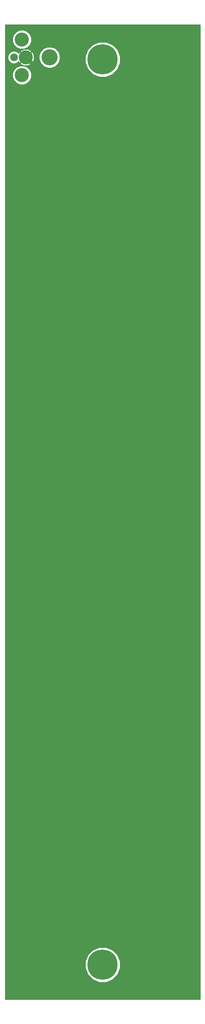
<source format=gbl>
G04 (created by PCBNEW-RS274X (2011-07-19)-testing) date Thu 04 Aug 2011 02:52:52 PM PDT*
G01*
G70*
G90*
%MOIN*%
G04 Gerber Fmt 3.4, Leading zero omitted, Abs format*
%FSLAX34Y34*%
G04 APERTURE LIST*
%ADD10C,0.006000*%
%ADD11C,0.076000*%
%ADD12C,0.140000*%
%ADD13C,0.160000*%
%ADD14C,0.300000*%
%ADD15C,0.060000*%
%ADD16C,0.040000*%
%ADD17C,0.010000*%
G04 APERTURE END LIST*
G54D10*
G54D11*
X41180Y-23550D03*
G54D12*
X42360Y-23550D03*
G54D13*
X44720Y-23550D03*
G54D12*
X41970Y-25320D03*
X41970Y-21780D03*
G54D14*
X50000Y-23750D03*
X50000Y-113750D03*
G54D15*
X44750Y-107500D03*
X45250Y-67500D03*
G54D16*
X44750Y-67000D02*
X44750Y-107500D01*
X44750Y-25940D02*
X42360Y-23550D01*
X44750Y-67000D02*
X44750Y-25940D01*
X45250Y-67500D02*
X44750Y-67000D01*
G54D17*
X40325Y-20325D02*
X59675Y-20325D01*
X40325Y-20405D02*
X59675Y-20405D01*
X40325Y-20485D02*
X59675Y-20485D01*
X40325Y-20565D02*
X59675Y-20565D01*
X40325Y-20645D02*
X59675Y-20645D01*
X40325Y-20725D02*
X59675Y-20725D01*
X40325Y-20805D02*
X59675Y-20805D01*
X40325Y-20885D02*
X41648Y-20885D01*
X42292Y-20885D02*
X59675Y-20885D01*
X40325Y-20965D02*
X41454Y-20965D01*
X42484Y-20965D02*
X59675Y-20965D01*
X40325Y-21045D02*
X41361Y-21045D01*
X42578Y-21045D02*
X59675Y-21045D01*
X40325Y-21125D02*
X41281Y-21125D01*
X42658Y-21125D02*
X59675Y-21125D01*
X40325Y-21205D02*
X41201Y-21205D01*
X42738Y-21205D02*
X59675Y-21205D01*
X40325Y-21285D02*
X41146Y-21285D01*
X42793Y-21285D02*
X59675Y-21285D01*
X40325Y-21365D02*
X41113Y-21365D01*
X42826Y-21365D02*
X59675Y-21365D01*
X40325Y-21445D02*
X41080Y-21445D01*
X42859Y-21445D02*
X59675Y-21445D01*
X40325Y-21525D02*
X41047Y-21525D01*
X42892Y-21525D02*
X59675Y-21525D01*
X40325Y-21605D02*
X41020Y-21605D01*
X42920Y-21605D02*
X59675Y-21605D01*
X40325Y-21685D02*
X41020Y-21685D01*
X42920Y-21685D02*
X59675Y-21685D01*
X40325Y-21765D02*
X41020Y-21765D01*
X42920Y-21765D02*
X59675Y-21765D01*
X40325Y-21845D02*
X41020Y-21845D01*
X42920Y-21845D02*
X59675Y-21845D01*
X40325Y-21925D02*
X41020Y-21925D01*
X42920Y-21925D02*
X59675Y-21925D01*
X40325Y-22005D02*
X41036Y-22005D01*
X42906Y-22005D02*
X42920Y-22005D01*
X42920Y-22005D02*
X49640Y-22005D01*
X50361Y-22005D02*
X59675Y-22005D01*
X40325Y-22085D02*
X41069Y-22085D01*
X42873Y-22085D02*
X42920Y-22085D01*
X42920Y-22085D02*
X49447Y-22085D01*
X50553Y-22085D02*
X59675Y-22085D01*
X40325Y-22165D02*
X41102Y-22165D01*
X42839Y-22165D02*
X42920Y-22165D01*
X42920Y-22165D02*
X49254Y-22165D01*
X50746Y-22165D02*
X59675Y-22165D01*
X40325Y-22245D02*
X41135Y-22245D01*
X42806Y-22245D02*
X42920Y-22245D01*
X42920Y-22245D02*
X49060Y-22245D01*
X50939Y-22245D02*
X59675Y-22245D01*
X40325Y-22325D02*
X41172Y-22325D01*
X42769Y-22325D02*
X42920Y-22325D01*
X42920Y-22325D02*
X48950Y-22325D01*
X51049Y-22325D02*
X59675Y-22325D01*
X40325Y-22405D02*
X41252Y-22405D01*
X42689Y-22405D02*
X42920Y-22405D01*
X42920Y-22405D02*
X48870Y-22405D01*
X51129Y-22405D02*
X59675Y-22405D01*
X40325Y-22485D02*
X41332Y-22485D01*
X42609Y-22485D02*
X42920Y-22485D01*
X42920Y-22485D02*
X48790Y-22485D01*
X51209Y-22485D02*
X59675Y-22485D01*
X40325Y-22565D02*
X41412Y-22565D01*
X42529Y-22565D02*
X42920Y-22565D01*
X42920Y-22565D02*
X44355Y-22565D01*
X45086Y-22565D02*
X48710Y-22565D01*
X51289Y-22565D02*
X59675Y-22565D01*
X40325Y-22645D02*
X41576Y-22645D01*
X42365Y-22645D02*
X42920Y-22645D01*
X42920Y-22645D02*
X44162Y-22645D01*
X45278Y-22645D02*
X48630Y-22645D01*
X51369Y-22645D02*
X59675Y-22645D01*
X40325Y-22725D02*
X41768Y-22725D01*
X42171Y-22725D02*
X42187Y-22725D01*
X42557Y-22725D02*
X42920Y-22725D01*
X42920Y-22725D02*
X44060Y-22725D01*
X45379Y-22725D02*
X48550Y-22725D01*
X51449Y-22725D02*
X59675Y-22725D01*
X40325Y-22805D02*
X41975Y-22805D01*
X42733Y-22805D02*
X42920Y-22805D01*
X42920Y-22805D02*
X43980Y-22805D01*
X45459Y-22805D02*
X48497Y-22805D01*
X51502Y-22805D02*
X59675Y-22805D01*
X40325Y-22885D02*
X41848Y-22885D01*
X42872Y-22885D02*
X42920Y-22885D01*
X42920Y-22885D02*
X43900Y-22885D01*
X45539Y-22885D02*
X48464Y-22885D01*
X51535Y-22885D02*
X59675Y-22885D01*
X40325Y-22965D02*
X40946Y-22965D01*
X41414Y-22965D02*
X41793Y-22965D01*
X42926Y-22965D02*
X43825Y-22965D01*
X45613Y-22965D02*
X48431Y-22965D01*
X51568Y-22965D02*
X59675Y-22965D01*
X40325Y-23045D02*
X40794Y-23045D01*
X41566Y-23045D02*
X41684Y-23045D01*
X41848Y-23045D02*
X41862Y-23045D01*
X42858Y-23045D02*
X42872Y-23045D01*
X43035Y-23045D02*
X43792Y-23045D01*
X45646Y-23045D02*
X48397Y-23045D01*
X51601Y-23045D02*
X59675Y-23045D01*
X40325Y-23125D02*
X40714Y-23125D01*
X41928Y-23125D02*
X41942Y-23125D01*
X42778Y-23125D02*
X42792Y-23125D01*
X43089Y-23125D02*
X43759Y-23125D01*
X45680Y-23125D02*
X48364Y-23125D01*
X51634Y-23125D02*
X59675Y-23125D01*
X40325Y-23205D02*
X40641Y-23205D01*
X42008Y-23205D02*
X42022Y-23205D01*
X42698Y-23205D02*
X42712Y-23205D01*
X43119Y-23205D02*
X43726Y-23205D01*
X45713Y-23205D02*
X48331Y-23205D01*
X51668Y-23205D02*
X59675Y-23205D01*
X40325Y-23285D02*
X40607Y-23285D01*
X42088Y-23285D02*
X42102Y-23285D01*
X42618Y-23285D02*
X42632Y-23285D01*
X43150Y-23285D02*
X43692Y-23285D01*
X45746Y-23285D02*
X48298Y-23285D01*
X51701Y-23285D02*
X59675Y-23285D01*
X40325Y-23365D02*
X40574Y-23365D01*
X42168Y-23365D02*
X42182Y-23365D01*
X42538Y-23365D02*
X42552Y-23365D01*
X43180Y-23365D02*
X43670Y-23365D01*
X45770Y-23365D02*
X48264Y-23365D01*
X51734Y-23365D02*
X59675Y-23365D01*
X40325Y-23445D02*
X40550Y-23445D01*
X42248Y-23445D02*
X42262Y-23445D01*
X42458Y-23445D02*
X42472Y-23445D01*
X43197Y-23445D02*
X43198Y-23445D01*
X43198Y-23445D02*
X43670Y-23445D01*
X45770Y-23445D02*
X48250Y-23445D01*
X51750Y-23445D02*
X59675Y-23445D01*
X40325Y-23525D02*
X40550Y-23525D01*
X42328Y-23525D02*
X42342Y-23525D01*
X42378Y-23525D02*
X42392Y-23525D01*
X43195Y-23525D02*
X43198Y-23525D01*
X43198Y-23525D02*
X43670Y-23525D01*
X45770Y-23525D02*
X48250Y-23525D01*
X51750Y-23525D02*
X59675Y-23525D01*
X40325Y-23605D02*
X40550Y-23605D01*
X42298Y-23605D02*
X42312Y-23605D01*
X42408Y-23605D02*
X42422Y-23605D01*
X43192Y-23605D02*
X43198Y-23605D01*
X43198Y-23605D02*
X43670Y-23605D01*
X45770Y-23605D02*
X48250Y-23605D01*
X51750Y-23605D02*
X59675Y-23605D01*
X40325Y-23685D02*
X40555Y-23685D01*
X42218Y-23685D02*
X42232Y-23685D01*
X42488Y-23685D02*
X42502Y-23685D01*
X43189Y-23685D02*
X43198Y-23685D01*
X43198Y-23685D02*
X43670Y-23685D01*
X45770Y-23685D02*
X48250Y-23685D01*
X51750Y-23685D02*
X59675Y-23685D01*
X40325Y-23765D02*
X40588Y-23765D01*
X42138Y-23765D02*
X42152Y-23765D01*
X42568Y-23765D02*
X42582Y-23765D01*
X43178Y-23765D02*
X43198Y-23765D01*
X43198Y-23765D02*
X43673Y-23765D01*
X45768Y-23765D02*
X45770Y-23765D01*
X45770Y-23765D02*
X48250Y-23765D01*
X51750Y-23765D02*
X59675Y-23765D01*
X40325Y-23845D02*
X40621Y-23845D01*
X42058Y-23845D02*
X42072Y-23845D01*
X42648Y-23845D02*
X42662Y-23845D01*
X43141Y-23845D02*
X43198Y-23845D01*
X43198Y-23845D02*
X43707Y-23845D01*
X45735Y-23845D02*
X45770Y-23845D01*
X45770Y-23845D02*
X48250Y-23845D01*
X51750Y-23845D02*
X59675Y-23845D01*
X40325Y-23925D02*
X40664Y-23925D01*
X41978Y-23925D02*
X41992Y-23925D01*
X42728Y-23925D02*
X42742Y-23925D01*
X43105Y-23925D02*
X43198Y-23925D01*
X43198Y-23925D02*
X43740Y-23925D01*
X45702Y-23925D02*
X45770Y-23925D01*
X45770Y-23925D02*
X48250Y-23925D01*
X51750Y-23925D02*
X59675Y-23925D01*
X40325Y-24005D02*
X40744Y-24005D01*
X41616Y-24005D02*
X41644Y-24005D01*
X41898Y-24005D02*
X41912Y-24005D01*
X42808Y-24005D02*
X42822Y-24005D01*
X43069Y-24005D02*
X43198Y-24005D01*
X43198Y-24005D02*
X43773Y-24005D01*
X45669Y-24005D02*
X45770Y-24005D01*
X45770Y-24005D02*
X48250Y-24005D01*
X51750Y-24005D02*
X59675Y-24005D01*
X40325Y-24085D02*
X40826Y-24085D01*
X41535Y-24085D02*
X41729Y-24085D01*
X41818Y-24085D02*
X41832Y-24085D01*
X42888Y-24085D02*
X42902Y-24085D01*
X42992Y-24085D02*
X43198Y-24085D01*
X43198Y-24085D02*
X43806Y-24085D01*
X45635Y-24085D02*
X45770Y-24085D01*
X45770Y-24085D02*
X48250Y-24085D01*
X51750Y-24085D02*
X59675Y-24085D01*
X40325Y-24165D02*
X41018Y-24165D01*
X41342Y-24165D02*
X41815Y-24165D01*
X42906Y-24165D02*
X42931Y-24165D01*
X42931Y-24165D02*
X43198Y-24165D01*
X43198Y-24165D02*
X43851Y-24165D01*
X45590Y-24165D02*
X45770Y-24165D01*
X45770Y-24165D02*
X48279Y-24165D01*
X51723Y-24165D02*
X51750Y-24165D01*
X51750Y-24165D02*
X59675Y-24165D01*
X40325Y-24245D02*
X41876Y-24245D01*
X42848Y-24245D02*
X42931Y-24245D01*
X42931Y-24245D02*
X43198Y-24245D01*
X43198Y-24245D02*
X43931Y-24245D01*
X45510Y-24245D02*
X45770Y-24245D01*
X45770Y-24245D02*
X48312Y-24245D01*
X51690Y-24245D02*
X51750Y-24245D01*
X51750Y-24245D02*
X59675Y-24245D01*
X40325Y-24325D02*
X42052Y-24325D01*
X42665Y-24325D02*
X42931Y-24325D01*
X42931Y-24325D02*
X43198Y-24325D01*
X43198Y-24325D02*
X44011Y-24325D01*
X45430Y-24325D02*
X45770Y-24325D01*
X45770Y-24325D02*
X48345Y-24325D01*
X51657Y-24325D02*
X51750Y-24325D01*
X51750Y-24325D02*
X59675Y-24325D01*
X40325Y-24405D02*
X41697Y-24405D01*
X42244Y-24405D02*
X42931Y-24405D01*
X42931Y-24405D02*
X43198Y-24405D01*
X43198Y-24405D02*
X44091Y-24405D01*
X45350Y-24405D02*
X45770Y-24405D01*
X45770Y-24405D02*
X48378Y-24405D01*
X51623Y-24405D02*
X51750Y-24405D01*
X51750Y-24405D02*
X59675Y-24405D01*
X40325Y-24485D02*
X41503Y-24485D01*
X42436Y-24485D02*
X42931Y-24485D01*
X42931Y-24485D02*
X43198Y-24485D01*
X43198Y-24485D02*
X44234Y-24485D01*
X45206Y-24485D02*
X45770Y-24485D01*
X45770Y-24485D02*
X48411Y-24485D01*
X51590Y-24485D02*
X51750Y-24485D01*
X51750Y-24485D02*
X59675Y-24485D01*
X40325Y-24565D02*
X41381Y-24565D01*
X42558Y-24565D02*
X42931Y-24565D01*
X42931Y-24565D02*
X43198Y-24565D01*
X43198Y-24565D02*
X44426Y-24565D01*
X45013Y-24565D02*
X45770Y-24565D01*
X45770Y-24565D02*
X48444Y-24565D01*
X51557Y-24565D02*
X51750Y-24565D01*
X51750Y-24565D02*
X59675Y-24565D01*
X40325Y-24645D02*
X41301Y-24645D01*
X42638Y-24645D02*
X42931Y-24645D01*
X42931Y-24645D02*
X43198Y-24645D01*
X43198Y-24645D02*
X45770Y-24645D01*
X45770Y-24645D02*
X48477Y-24645D01*
X51524Y-24645D02*
X51750Y-24645D01*
X51750Y-24645D02*
X59675Y-24645D01*
X40325Y-24725D02*
X41221Y-24725D01*
X42718Y-24725D02*
X42931Y-24725D01*
X42931Y-24725D02*
X43198Y-24725D01*
X43198Y-24725D02*
X45770Y-24725D01*
X45770Y-24725D02*
X48510Y-24725D01*
X51491Y-24725D02*
X51750Y-24725D01*
X51750Y-24725D02*
X59675Y-24725D01*
X40325Y-24805D02*
X41155Y-24805D01*
X42785Y-24805D02*
X42931Y-24805D01*
X42931Y-24805D02*
X43198Y-24805D01*
X43198Y-24805D02*
X45770Y-24805D01*
X45770Y-24805D02*
X48581Y-24805D01*
X51420Y-24805D02*
X51750Y-24805D01*
X51750Y-24805D02*
X59675Y-24805D01*
X40325Y-24885D02*
X41121Y-24885D01*
X42818Y-24885D02*
X42931Y-24885D01*
X42931Y-24885D02*
X43198Y-24885D01*
X43198Y-24885D02*
X45770Y-24885D01*
X45770Y-24885D02*
X48661Y-24885D01*
X51340Y-24885D02*
X51750Y-24885D01*
X51750Y-24885D02*
X59675Y-24885D01*
X40325Y-24965D02*
X41088Y-24965D01*
X42851Y-24965D02*
X42931Y-24965D01*
X42931Y-24965D02*
X43198Y-24965D01*
X43198Y-24965D02*
X45770Y-24965D01*
X45770Y-24965D02*
X48741Y-24965D01*
X51260Y-24965D02*
X51750Y-24965D01*
X51750Y-24965D02*
X59675Y-24965D01*
X40325Y-25045D02*
X41055Y-25045D01*
X42884Y-25045D02*
X42931Y-25045D01*
X42931Y-25045D02*
X43198Y-25045D01*
X43198Y-25045D02*
X45770Y-25045D01*
X45770Y-25045D02*
X48821Y-25045D01*
X51180Y-25045D02*
X51750Y-25045D01*
X51750Y-25045D02*
X59675Y-25045D01*
X40325Y-25125D02*
X41022Y-25125D01*
X42917Y-25125D02*
X42931Y-25125D01*
X42931Y-25125D02*
X43198Y-25125D01*
X43198Y-25125D02*
X45770Y-25125D01*
X45770Y-25125D02*
X48901Y-25125D01*
X51100Y-25125D02*
X51750Y-25125D01*
X51750Y-25125D02*
X59675Y-25125D01*
X40325Y-25205D02*
X41020Y-25205D01*
X42920Y-25205D02*
X42931Y-25205D01*
X42931Y-25205D02*
X43198Y-25205D01*
X43198Y-25205D02*
X45770Y-25205D01*
X45770Y-25205D02*
X48981Y-25205D01*
X51020Y-25205D02*
X51750Y-25205D01*
X51750Y-25205D02*
X59675Y-25205D01*
X40325Y-25285D02*
X41020Y-25285D01*
X42920Y-25285D02*
X42931Y-25285D01*
X42931Y-25285D02*
X43198Y-25285D01*
X43198Y-25285D02*
X45770Y-25285D01*
X45770Y-25285D02*
X49134Y-25285D01*
X50867Y-25285D02*
X51750Y-25285D01*
X51750Y-25285D02*
X59675Y-25285D01*
X40325Y-25365D02*
X41020Y-25365D01*
X42920Y-25365D02*
X42931Y-25365D01*
X42931Y-25365D02*
X43198Y-25365D01*
X43198Y-25365D02*
X45770Y-25365D01*
X45770Y-25365D02*
X49326Y-25365D01*
X50674Y-25365D02*
X51750Y-25365D01*
X51750Y-25365D02*
X59675Y-25365D01*
X40325Y-25445D02*
X41020Y-25445D01*
X42920Y-25445D02*
X42931Y-25445D01*
X42931Y-25445D02*
X43198Y-25445D01*
X43198Y-25445D02*
X45770Y-25445D01*
X45770Y-25445D02*
X49519Y-25445D01*
X50480Y-25445D02*
X51750Y-25445D01*
X51750Y-25445D02*
X59675Y-25445D01*
X40325Y-25525D02*
X41028Y-25525D01*
X42914Y-25525D02*
X42931Y-25525D01*
X42931Y-25525D02*
X43198Y-25525D01*
X43198Y-25525D02*
X45770Y-25525D01*
X45770Y-25525D02*
X51750Y-25525D01*
X51750Y-25525D02*
X59675Y-25525D01*
X40325Y-25605D02*
X41061Y-25605D01*
X42881Y-25605D02*
X42931Y-25605D01*
X42931Y-25605D02*
X43198Y-25605D01*
X43198Y-25605D02*
X45770Y-25605D01*
X45770Y-25605D02*
X51750Y-25605D01*
X51750Y-25605D02*
X59675Y-25605D01*
X40325Y-25685D02*
X41094Y-25685D01*
X42848Y-25685D02*
X42931Y-25685D01*
X42931Y-25685D02*
X43198Y-25685D01*
X43198Y-25685D02*
X45770Y-25685D01*
X45770Y-25685D02*
X51750Y-25685D01*
X51750Y-25685D02*
X59675Y-25685D01*
X40325Y-25765D02*
X41127Y-25765D01*
X42815Y-25765D02*
X42931Y-25765D01*
X42931Y-25765D02*
X43198Y-25765D01*
X43198Y-25765D02*
X45770Y-25765D01*
X45770Y-25765D02*
X51750Y-25765D01*
X51750Y-25765D02*
X59675Y-25765D01*
X40325Y-25845D02*
X41160Y-25845D01*
X42781Y-25845D02*
X42931Y-25845D01*
X42931Y-25845D02*
X43198Y-25845D01*
X43198Y-25845D02*
X45770Y-25845D01*
X45770Y-25845D02*
X51750Y-25845D01*
X51750Y-25845D02*
X59675Y-25845D01*
X40325Y-25925D02*
X41232Y-25925D01*
X42709Y-25925D02*
X42931Y-25925D01*
X42931Y-25925D02*
X43198Y-25925D01*
X43198Y-25925D02*
X45770Y-25925D01*
X45770Y-25925D02*
X51750Y-25925D01*
X51750Y-25925D02*
X59675Y-25925D01*
X40325Y-26005D02*
X41312Y-26005D01*
X42629Y-26005D02*
X42931Y-26005D01*
X42931Y-26005D02*
X43198Y-26005D01*
X43198Y-26005D02*
X45770Y-26005D01*
X45770Y-26005D02*
X51750Y-26005D01*
X51750Y-26005D02*
X59675Y-26005D01*
X40325Y-26085D02*
X41392Y-26085D01*
X42549Y-26085D02*
X42931Y-26085D01*
X42931Y-26085D02*
X43198Y-26085D01*
X43198Y-26085D02*
X45770Y-26085D01*
X45770Y-26085D02*
X51750Y-26085D01*
X51750Y-26085D02*
X59675Y-26085D01*
X40325Y-26165D02*
X41528Y-26165D01*
X42413Y-26165D02*
X42931Y-26165D01*
X42931Y-26165D02*
X43198Y-26165D01*
X43198Y-26165D02*
X45770Y-26165D01*
X45770Y-26165D02*
X51750Y-26165D01*
X51750Y-26165D02*
X59675Y-26165D01*
X40325Y-26245D02*
X41720Y-26245D01*
X42219Y-26245D02*
X42931Y-26245D01*
X42931Y-26245D02*
X43198Y-26245D01*
X43198Y-26245D02*
X45770Y-26245D01*
X45770Y-26245D02*
X51750Y-26245D01*
X51750Y-26245D02*
X59675Y-26245D01*
X40325Y-26325D02*
X42931Y-26325D01*
X42931Y-26325D02*
X43198Y-26325D01*
X43198Y-26325D02*
X45770Y-26325D01*
X45770Y-26325D02*
X51750Y-26325D01*
X51750Y-26325D02*
X59675Y-26325D01*
X40325Y-26405D02*
X42931Y-26405D01*
X42931Y-26405D02*
X43198Y-26405D01*
X43198Y-26405D02*
X45770Y-26405D01*
X45770Y-26405D02*
X51750Y-26405D01*
X51750Y-26405D02*
X59675Y-26405D01*
X40325Y-26485D02*
X42931Y-26485D01*
X42931Y-26485D02*
X43198Y-26485D01*
X43198Y-26485D02*
X45770Y-26485D01*
X45770Y-26485D02*
X51750Y-26485D01*
X51750Y-26485D02*
X59675Y-26485D01*
X40325Y-26565D02*
X42931Y-26565D01*
X42931Y-26565D02*
X43198Y-26565D01*
X43198Y-26565D02*
X45770Y-26565D01*
X45770Y-26565D02*
X51750Y-26565D01*
X51750Y-26565D02*
X59675Y-26565D01*
X40325Y-26645D02*
X42931Y-26645D01*
X42931Y-26645D02*
X43198Y-26645D01*
X43198Y-26645D02*
X45770Y-26645D01*
X45770Y-26645D02*
X51750Y-26645D01*
X51750Y-26645D02*
X59675Y-26645D01*
X40325Y-26725D02*
X42931Y-26725D01*
X42931Y-26725D02*
X43198Y-26725D01*
X43198Y-26725D02*
X45770Y-26725D01*
X45770Y-26725D02*
X51750Y-26725D01*
X51750Y-26725D02*
X59675Y-26725D01*
X40325Y-26805D02*
X42931Y-26805D01*
X42931Y-26805D02*
X43198Y-26805D01*
X43198Y-26805D02*
X45770Y-26805D01*
X45770Y-26805D02*
X51750Y-26805D01*
X51750Y-26805D02*
X59675Y-26805D01*
X40325Y-26885D02*
X42931Y-26885D01*
X42931Y-26885D02*
X43198Y-26885D01*
X43198Y-26885D02*
X45770Y-26885D01*
X45770Y-26885D02*
X51750Y-26885D01*
X51750Y-26885D02*
X59675Y-26885D01*
X40325Y-26965D02*
X42931Y-26965D01*
X42931Y-26965D02*
X43198Y-26965D01*
X43198Y-26965D02*
X45770Y-26965D01*
X45770Y-26965D02*
X51750Y-26965D01*
X51750Y-26965D02*
X59675Y-26965D01*
X40325Y-27045D02*
X42931Y-27045D01*
X42931Y-27045D02*
X43198Y-27045D01*
X43198Y-27045D02*
X45770Y-27045D01*
X45770Y-27045D02*
X51750Y-27045D01*
X51750Y-27045D02*
X59675Y-27045D01*
X40325Y-27125D02*
X42931Y-27125D01*
X42931Y-27125D02*
X43198Y-27125D01*
X43198Y-27125D02*
X45770Y-27125D01*
X45770Y-27125D02*
X51750Y-27125D01*
X51750Y-27125D02*
X59675Y-27125D01*
X40325Y-27205D02*
X42931Y-27205D01*
X42931Y-27205D02*
X43198Y-27205D01*
X43198Y-27205D02*
X45770Y-27205D01*
X45770Y-27205D02*
X51750Y-27205D01*
X51750Y-27205D02*
X59675Y-27205D01*
X40325Y-27285D02*
X42931Y-27285D01*
X42931Y-27285D02*
X43198Y-27285D01*
X43198Y-27285D02*
X45770Y-27285D01*
X45770Y-27285D02*
X51750Y-27285D01*
X51750Y-27285D02*
X59675Y-27285D01*
X40325Y-27365D02*
X42931Y-27365D01*
X42931Y-27365D02*
X43198Y-27365D01*
X43198Y-27365D02*
X45770Y-27365D01*
X45770Y-27365D02*
X51750Y-27365D01*
X51750Y-27365D02*
X59675Y-27365D01*
X40325Y-27445D02*
X42931Y-27445D01*
X42931Y-27445D02*
X43198Y-27445D01*
X43198Y-27445D02*
X45770Y-27445D01*
X45770Y-27445D02*
X51750Y-27445D01*
X51750Y-27445D02*
X59675Y-27445D01*
X40325Y-27525D02*
X42931Y-27525D01*
X42931Y-27525D02*
X43198Y-27525D01*
X43198Y-27525D02*
X45770Y-27525D01*
X45770Y-27525D02*
X51750Y-27525D01*
X51750Y-27525D02*
X59675Y-27525D01*
X40325Y-27605D02*
X42931Y-27605D01*
X42931Y-27605D02*
X43198Y-27605D01*
X43198Y-27605D02*
X45770Y-27605D01*
X45770Y-27605D02*
X51750Y-27605D01*
X51750Y-27605D02*
X59675Y-27605D01*
X40325Y-27685D02*
X42931Y-27685D01*
X42931Y-27685D02*
X43198Y-27685D01*
X43198Y-27685D02*
X45770Y-27685D01*
X45770Y-27685D02*
X51750Y-27685D01*
X51750Y-27685D02*
X59675Y-27685D01*
X40325Y-27765D02*
X42931Y-27765D01*
X42931Y-27765D02*
X43198Y-27765D01*
X43198Y-27765D02*
X45770Y-27765D01*
X45770Y-27765D02*
X51750Y-27765D01*
X51750Y-27765D02*
X59675Y-27765D01*
X40325Y-27845D02*
X42931Y-27845D01*
X42931Y-27845D02*
X43198Y-27845D01*
X43198Y-27845D02*
X45770Y-27845D01*
X45770Y-27845D02*
X51750Y-27845D01*
X51750Y-27845D02*
X59675Y-27845D01*
X40325Y-27925D02*
X42931Y-27925D01*
X42931Y-27925D02*
X43198Y-27925D01*
X43198Y-27925D02*
X45770Y-27925D01*
X45770Y-27925D02*
X51750Y-27925D01*
X51750Y-27925D02*
X59675Y-27925D01*
X40325Y-28005D02*
X42931Y-28005D01*
X42931Y-28005D02*
X43198Y-28005D01*
X43198Y-28005D02*
X45770Y-28005D01*
X45770Y-28005D02*
X51750Y-28005D01*
X51750Y-28005D02*
X59675Y-28005D01*
X40325Y-28085D02*
X42931Y-28085D01*
X42931Y-28085D02*
X43198Y-28085D01*
X43198Y-28085D02*
X45770Y-28085D01*
X45770Y-28085D02*
X51750Y-28085D01*
X51750Y-28085D02*
X59675Y-28085D01*
X40325Y-28165D02*
X42931Y-28165D01*
X42931Y-28165D02*
X43198Y-28165D01*
X43198Y-28165D02*
X45770Y-28165D01*
X45770Y-28165D02*
X51750Y-28165D01*
X51750Y-28165D02*
X59675Y-28165D01*
X40325Y-28245D02*
X42931Y-28245D01*
X42931Y-28245D02*
X43198Y-28245D01*
X43198Y-28245D02*
X45770Y-28245D01*
X45770Y-28245D02*
X51750Y-28245D01*
X51750Y-28245D02*
X59675Y-28245D01*
X40325Y-28325D02*
X42931Y-28325D01*
X42931Y-28325D02*
X43198Y-28325D01*
X43198Y-28325D02*
X45770Y-28325D01*
X45770Y-28325D02*
X51750Y-28325D01*
X51750Y-28325D02*
X59675Y-28325D01*
X40325Y-28405D02*
X42931Y-28405D01*
X42931Y-28405D02*
X43198Y-28405D01*
X43198Y-28405D02*
X45770Y-28405D01*
X45770Y-28405D02*
X51750Y-28405D01*
X51750Y-28405D02*
X59675Y-28405D01*
X40325Y-28485D02*
X42931Y-28485D01*
X42931Y-28485D02*
X43198Y-28485D01*
X43198Y-28485D02*
X45770Y-28485D01*
X45770Y-28485D02*
X51750Y-28485D01*
X51750Y-28485D02*
X59675Y-28485D01*
X40325Y-28565D02*
X42931Y-28565D01*
X42931Y-28565D02*
X43198Y-28565D01*
X43198Y-28565D02*
X45770Y-28565D01*
X45770Y-28565D02*
X51750Y-28565D01*
X51750Y-28565D02*
X59675Y-28565D01*
X40325Y-28645D02*
X42931Y-28645D01*
X42931Y-28645D02*
X43198Y-28645D01*
X43198Y-28645D02*
X45770Y-28645D01*
X45770Y-28645D02*
X51750Y-28645D01*
X51750Y-28645D02*
X59675Y-28645D01*
X40325Y-28725D02*
X42931Y-28725D01*
X42931Y-28725D02*
X43198Y-28725D01*
X43198Y-28725D02*
X45770Y-28725D01*
X45770Y-28725D02*
X51750Y-28725D01*
X51750Y-28725D02*
X59675Y-28725D01*
X40325Y-28805D02*
X42931Y-28805D01*
X42931Y-28805D02*
X43198Y-28805D01*
X43198Y-28805D02*
X45770Y-28805D01*
X45770Y-28805D02*
X51750Y-28805D01*
X51750Y-28805D02*
X59675Y-28805D01*
X40325Y-28885D02*
X42931Y-28885D01*
X42931Y-28885D02*
X43198Y-28885D01*
X43198Y-28885D02*
X45770Y-28885D01*
X45770Y-28885D02*
X51750Y-28885D01*
X51750Y-28885D02*
X59675Y-28885D01*
X40325Y-28965D02*
X42931Y-28965D01*
X42931Y-28965D02*
X43198Y-28965D01*
X43198Y-28965D02*
X45770Y-28965D01*
X45770Y-28965D02*
X51750Y-28965D01*
X51750Y-28965D02*
X59675Y-28965D01*
X40325Y-29045D02*
X42931Y-29045D01*
X42931Y-29045D02*
X43198Y-29045D01*
X43198Y-29045D02*
X45770Y-29045D01*
X45770Y-29045D02*
X51750Y-29045D01*
X51750Y-29045D02*
X59675Y-29045D01*
X40325Y-29125D02*
X42931Y-29125D01*
X42931Y-29125D02*
X43198Y-29125D01*
X43198Y-29125D02*
X45770Y-29125D01*
X45770Y-29125D02*
X51750Y-29125D01*
X51750Y-29125D02*
X59675Y-29125D01*
X40325Y-29205D02*
X42931Y-29205D01*
X42931Y-29205D02*
X43198Y-29205D01*
X43198Y-29205D02*
X45770Y-29205D01*
X45770Y-29205D02*
X51750Y-29205D01*
X51750Y-29205D02*
X59675Y-29205D01*
X40325Y-29285D02*
X42931Y-29285D01*
X42931Y-29285D02*
X43198Y-29285D01*
X43198Y-29285D02*
X45770Y-29285D01*
X45770Y-29285D02*
X51750Y-29285D01*
X51750Y-29285D02*
X59675Y-29285D01*
X40325Y-29365D02*
X42931Y-29365D01*
X42931Y-29365D02*
X43198Y-29365D01*
X43198Y-29365D02*
X45770Y-29365D01*
X45770Y-29365D02*
X51750Y-29365D01*
X51750Y-29365D02*
X59675Y-29365D01*
X40325Y-29445D02*
X42931Y-29445D01*
X42931Y-29445D02*
X43198Y-29445D01*
X43198Y-29445D02*
X45770Y-29445D01*
X45770Y-29445D02*
X51750Y-29445D01*
X51750Y-29445D02*
X59675Y-29445D01*
X40325Y-29525D02*
X42931Y-29525D01*
X42931Y-29525D02*
X43198Y-29525D01*
X43198Y-29525D02*
X45770Y-29525D01*
X45770Y-29525D02*
X51750Y-29525D01*
X51750Y-29525D02*
X59675Y-29525D01*
X40325Y-29605D02*
X42931Y-29605D01*
X42931Y-29605D02*
X43198Y-29605D01*
X43198Y-29605D02*
X45770Y-29605D01*
X45770Y-29605D02*
X51750Y-29605D01*
X51750Y-29605D02*
X59675Y-29605D01*
X40325Y-29685D02*
X42931Y-29685D01*
X42931Y-29685D02*
X43198Y-29685D01*
X43198Y-29685D02*
X45770Y-29685D01*
X45770Y-29685D02*
X51750Y-29685D01*
X51750Y-29685D02*
X59675Y-29685D01*
X40325Y-29765D02*
X42931Y-29765D01*
X42931Y-29765D02*
X43198Y-29765D01*
X43198Y-29765D02*
X45770Y-29765D01*
X45770Y-29765D02*
X51750Y-29765D01*
X51750Y-29765D02*
X59675Y-29765D01*
X40325Y-29845D02*
X42931Y-29845D01*
X42931Y-29845D02*
X43198Y-29845D01*
X43198Y-29845D02*
X45770Y-29845D01*
X45770Y-29845D02*
X51750Y-29845D01*
X51750Y-29845D02*
X59675Y-29845D01*
X40325Y-29925D02*
X42931Y-29925D01*
X42931Y-29925D02*
X43198Y-29925D01*
X43198Y-29925D02*
X45770Y-29925D01*
X45770Y-29925D02*
X51750Y-29925D01*
X51750Y-29925D02*
X59675Y-29925D01*
X40325Y-30005D02*
X42931Y-30005D01*
X42931Y-30005D02*
X43198Y-30005D01*
X43198Y-30005D02*
X45770Y-30005D01*
X45770Y-30005D02*
X51750Y-30005D01*
X51750Y-30005D02*
X59675Y-30005D01*
X40325Y-30085D02*
X42931Y-30085D01*
X42931Y-30085D02*
X43198Y-30085D01*
X43198Y-30085D02*
X45770Y-30085D01*
X45770Y-30085D02*
X51750Y-30085D01*
X51750Y-30085D02*
X59675Y-30085D01*
X40325Y-30165D02*
X42931Y-30165D01*
X42931Y-30165D02*
X43198Y-30165D01*
X43198Y-30165D02*
X45770Y-30165D01*
X45770Y-30165D02*
X51750Y-30165D01*
X51750Y-30165D02*
X59675Y-30165D01*
X40325Y-30245D02*
X42931Y-30245D01*
X42931Y-30245D02*
X43198Y-30245D01*
X43198Y-30245D02*
X45770Y-30245D01*
X45770Y-30245D02*
X51750Y-30245D01*
X51750Y-30245D02*
X59675Y-30245D01*
X40325Y-30325D02*
X42931Y-30325D01*
X42931Y-30325D02*
X43198Y-30325D01*
X43198Y-30325D02*
X45770Y-30325D01*
X45770Y-30325D02*
X51750Y-30325D01*
X51750Y-30325D02*
X59675Y-30325D01*
X40325Y-30405D02*
X42931Y-30405D01*
X42931Y-30405D02*
X43198Y-30405D01*
X43198Y-30405D02*
X45770Y-30405D01*
X45770Y-30405D02*
X51750Y-30405D01*
X51750Y-30405D02*
X59675Y-30405D01*
X40325Y-30485D02*
X42931Y-30485D01*
X42931Y-30485D02*
X43198Y-30485D01*
X43198Y-30485D02*
X45770Y-30485D01*
X45770Y-30485D02*
X51750Y-30485D01*
X51750Y-30485D02*
X59675Y-30485D01*
X40325Y-30565D02*
X42931Y-30565D01*
X42931Y-30565D02*
X43198Y-30565D01*
X43198Y-30565D02*
X45770Y-30565D01*
X45770Y-30565D02*
X51750Y-30565D01*
X51750Y-30565D02*
X59675Y-30565D01*
X40325Y-30645D02*
X42931Y-30645D01*
X42931Y-30645D02*
X43198Y-30645D01*
X43198Y-30645D02*
X45770Y-30645D01*
X45770Y-30645D02*
X51750Y-30645D01*
X51750Y-30645D02*
X59675Y-30645D01*
X40325Y-30725D02*
X42931Y-30725D01*
X42931Y-30725D02*
X43198Y-30725D01*
X43198Y-30725D02*
X45770Y-30725D01*
X45770Y-30725D02*
X51750Y-30725D01*
X51750Y-30725D02*
X59675Y-30725D01*
X40325Y-30805D02*
X42931Y-30805D01*
X42931Y-30805D02*
X43198Y-30805D01*
X43198Y-30805D02*
X45770Y-30805D01*
X45770Y-30805D02*
X51750Y-30805D01*
X51750Y-30805D02*
X59675Y-30805D01*
X40325Y-30885D02*
X42931Y-30885D01*
X42931Y-30885D02*
X43198Y-30885D01*
X43198Y-30885D02*
X45770Y-30885D01*
X45770Y-30885D02*
X51750Y-30885D01*
X51750Y-30885D02*
X59675Y-30885D01*
X40325Y-30965D02*
X42931Y-30965D01*
X42931Y-30965D02*
X43198Y-30965D01*
X43198Y-30965D02*
X45770Y-30965D01*
X45770Y-30965D02*
X51750Y-30965D01*
X51750Y-30965D02*
X59675Y-30965D01*
X40325Y-31045D02*
X42931Y-31045D01*
X42931Y-31045D02*
X43198Y-31045D01*
X43198Y-31045D02*
X45770Y-31045D01*
X45770Y-31045D02*
X51750Y-31045D01*
X51750Y-31045D02*
X59675Y-31045D01*
X40325Y-31125D02*
X42931Y-31125D01*
X42931Y-31125D02*
X43198Y-31125D01*
X43198Y-31125D02*
X45770Y-31125D01*
X45770Y-31125D02*
X51750Y-31125D01*
X51750Y-31125D02*
X59675Y-31125D01*
X40325Y-31205D02*
X42931Y-31205D01*
X42931Y-31205D02*
X43198Y-31205D01*
X43198Y-31205D02*
X45770Y-31205D01*
X45770Y-31205D02*
X51750Y-31205D01*
X51750Y-31205D02*
X59675Y-31205D01*
X40325Y-31285D02*
X42931Y-31285D01*
X42931Y-31285D02*
X43198Y-31285D01*
X43198Y-31285D02*
X45770Y-31285D01*
X45770Y-31285D02*
X51750Y-31285D01*
X51750Y-31285D02*
X59675Y-31285D01*
X40325Y-31365D02*
X42931Y-31365D01*
X42931Y-31365D02*
X43198Y-31365D01*
X43198Y-31365D02*
X45770Y-31365D01*
X45770Y-31365D02*
X51750Y-31365D01*
X51750Y-31365D02*
X59675Y-31365D01*
X40325Y-31445D02*
X42931Y-31445D01*
X42931Y-31445D02*
X43198Y-31445D01*
X43198Y-31445D02*
X45770Y-31445D01*
X45770Y-31445D02*
X51750Y-31445D01*
X51750Y-31445D02*
X59675Y-31445D01*
X40325Y-31525D02*
X42931Y-31525D01*
X42931Y-31525D02*
X43198Y-31525D01*
X43198Y-31525D02*
X45770Y-31525D01*
X45770Y-31525D02*
X51750Y-31525D01*
X51750Y-31525D02*
X59675Y-31525D01*
X40325Y-31605D02*
X42931Y-31605D01*
X42931Y-31605D02*
X43198Y-31605D01*
X43198Y-31605D02*
X45770Y-31605D01*
X45770Y-31605D02*
X51750Y-31605D01*
X51750Y-31605D02*
X59675Y-31605D01*
X40325Y-31685D02*
X42931Y-31685D01*
X42931Y-31685D02*
X43198Y-31685D01*
X43198Y-31685D02*
X45770Y-31685D01*
X45770Y-31685D02*
X51750Y-31685D01*
X51750Y-31685D02*
X59675Y-31685D01*
X40325Y-31765D02*
X42931Y-31765D01*
X42931Y-31765D02*
X43198Y-31765D01*
X43198Y-31765D02*
X45770Y-31765D01*
X45770Y-31765D02*
X51750Y-31765D01*
X51750Y-31765D02*
X59675Y-31765D01*
X40325Y-31845D02*
X42931Y-31845D01*
X42931Y-31845D02*
X43198Y-31845D01*
X43198Y-31845D02*
X45770Y-31845D01*
X45770Y-31845D02*
X51750Y-31845D01*
X51750Y-31845D02*
X59675Y-31845D01*
X40325Y-31925D02*
X42931Y-31925D01*
X42931Y-31925D02*
X43198Y-31925D01*
X43198Y-31925D02*
X45770Y-31925D01*
X45770Y-31925D02*
X51750Y-31925D01*
X51750Y-31925D02*
X59675Y-31925D01*
X40325Y-32005D02*
X42931Y-32005D01*
X42931Y-32005D02*
X43198Y-32005D01*
X43198Y-32005D02*
X45770Y-32005D01*
X45770Y-32005D02*
X51750Y-32005D01*
X51750Y-32005D02*
X59675Y-32005D01*
X40325Y-32085D02*
X42931Y-32085D01*
X42931Y-32085D02*
X43198Y-32085D01*
X43198Y-32085D02*
X45770Y-32085D01*
X45770Y-32085D02*
X51750Y-32085D01*
X51750Y-32085D02*
X59675Y-32085D01*
X40325Y-32165D02*
X42931Y-32165D01*
X42931Y-32165D02*
X43198Y-32165D01*
X43198Y-32165D02*
X45770Y-32165D01*
X45770Y-32165D02*
X51750Y-32165D01*
X51750Y-32165D02*
X59675Y-32165D01*
X40325Y-32245D02*
X42931Y-32245D01*
X42931Y-32245D02*
X43198Y-32245D01*
X43198Y-32245D02*
X45770Y-32245D01*
X45770Y-32245D02*
X51750Y-32245D01*
X51750Y-32245D02*
X59675Y-32245D01*
X40325Y-32325D02*
X42931Y-32325D01*
X42931Y-32325D02*
X43198Y-32325D01*
X43198Y-32325D02*
X45770Y-32325D01*
X45770Y-32325D02*
X51750Y-32325D01*
X51750Y-32325D02*
X59675Y-32325D01*
X40325Y-32405D02*
X42931Y-32405D01*
X42931Y-32405D02*
X43198Y-32405D01*
X43198Y-32405D02*
X45770Y-32405D01*
X45770Y-32405D02*
X51750Y-32405D01*
X51750Y-32405D02*
X59675Y-32405D01*
X40325Y-32485D02*
X42931Y-32485D01*
X42931Y-32485D02*
X43198Y-32485D01*
X43198Y-32485D02*
X45770Y-32485D01*
X45770Y-32485D02*
X51750Y-32485D01*
X51750Y-32485D02*
X59675Y-32485D01*
X40325Y-32565D02*
X42931Y-32565D01*
X42931Y-32565D02*
X43198Y-32565D01*
X43198Y-32565D02*
X45770Y-32565D01*
X45770Y-32565D02*
X51750Y-32565D01*
X51750Y-32565D02*
X59675Y-32565D01*
X40325Y-32645D02*
X42931Y-32645D01*
X42931Y-32645D02*
X43198Y-32645D01*
X43198Y-32645D02*
X45770Y-32645D01*
X45770Y-32645D02*
X51750Y-32645D01*
X51750Y-32645D02*
X59675Y-32645D01*
X40325Y-32725D02*
X42931Y-32725D01*
X42931Y-32725D02*
X43198Y-32725D01*
X43198Y-32725D02*
X45770Y-32725D01*
X45770Y-32725D02*
X51750Y-32725D01*
X51750Y-32725D02*
X59675Y-32725D01*
X40325Y-32805D02*
X42931Y-32805D01*
X42931Y-32805D02*
X43198Y-32805D01*
X43198Y-32805D02*
X45770Y-32805D01*
X45770Y-32805D02*
X51750Y-32805D01*
X51750Y-32805D02*
X59675Y-32805D01*
X40325Y-32885D02*
X42931Y-32885D01*
X42931Y-32885D02*
X43198Y-32885D01*
X43198Y-32885D02*
X45770Y-32885D01*
X45770Y-32885D02*
X51750Y-32885D01*
X51750Y-32885D02*
X59675Y-32885D01*
X40325Y-32965D02*
X42931Y-32965D01*
X42931Y-32965D02*
X43198Y-32965D01*
X43198Y-32965D02*
X45770Y-32965D01*
X45770Y-32965D02*
X51750Y-32965D01*
X51750Y-32965D02*
X59675Y-32965D01*
X40325Y-33045D02*
X42931Y-33045D01*
X42931Y-33045D02*
X43198Y-33045D01*
X43198Y-33045D02*
X45770Y-33045D01*
X45770Y-33045D02*
X51750Y-33045D01*
X51750Y-33045D02*
X59675Y-33045D01*
X40325Y-33125D02*
X42931Y-33125D01*
X42931Y-33125D02*
X43198Y-33125D01*
X43198Y-33125D02*
X45770Y-33125D01*
X45770Y-33125D02*
X51750Y-33125D01*
X51750Y-33125D02*
X59675Y-33125D01*
X40325Y-33205D02*
X42931Y-33205D01*
X42931Y-33205D02*
X43198Y-33205D01*
X43198Y-33205D02*
X45770Y-33205D01*
X45770Y-33205D02*
X51750Y-33205D01*
X51750Y-33205D02*
X59675Y-33205D01*
X40325Y-33285D02*
X42931Y-33285D01*
X42931Y-33285D02*
X43198Y-33285D01*
X43198Y-33285D02*
X45770Y-33285D01*
X45770Y-33285D02*
X51750Y-33285D01*
X51750Y-33285D02*
X59675Y-33285D01*
X40325Y-33365D02*
X42931Y-33365D01*
X42931Y-33365D02*
X43198Y-33365D01*
X43198Y-33365D02*
X45770Y-33365D01*
X45770Y-33365D02*
X51750Y-33365D01*
X51750Y-33365D02*
X59675Y-33365D01*
X40325Y-33445D02*
X42931Y-33445D01*
X42931Y-33445D02*
X43198Y-33445D01*
X43198Y-33445D02*
X45770Y-33445D01*
X45770Y-33445D02*
X51750Y-33445D01*
X51750Y-33445D02*
X59675Y-33445D01*
X40325Y-33525D02*
X42931Y-33525D01*
X42931Y-33525D02*
X43198Y-33525D01*
X43198Y-33525D02*
X45770Y-33525D01*
X45770Y-33525D02*
X51750Y-33525D01*
X51750Y-33525D02*
X59675Y-33525D01*
X40325Y-33605D02*
X42931Y-33605D01*
X42931Y-33605D02*
X43198Y-33605D01*
X43198Y-33605D02*
X45770Y-33605D01*
X45770Y-33605D02*
X51750Y-33605D01*
X51750Y-33605D02*
X59675Y-33605D01*
X40325Y-33685D02*
X42931Y-33685D01*
X42931Y-33685D02*
X43198Y-33685D01*
X43198Y-33685D02*
X45770Y-33685D01*
X45770Y-33685D02*
X51750Y-33685D01*
X51750Y-33685D02*
X59675Y-33685D01*
X40325Y-33765D02*
X42931Y-33765D01*
X42931Y-33765D02*
X43198Y-33765D01*
X43198Y-33765D02*
X45770Y-33765D01*
X45770Y-33765D02*
X51750Y-33765D01*
X51750Y-33765D02*
X59675Y-33765D01*
X40325Y-33845D02*
X42931Y-33845D01*
X42931Y-33845D02*
X43198Y-33845D01*
X43198Y-33845D02*
X45770Y-33845D01*
X45770Y-33845D02*
X51750Y-33845D01*
X51750Y-33845D02*
X59675Y-33845D01*
X40325Y-33925D02*
X42931Y-33925D01*
X42931Y-33925D02*
X43198Y-33925D01*
X43198Y-33925D02*
X45770Y-33925D01*
X45770Y-33925D02*
X51750Y-33925D01*
X51750Y-33925D02*
X59675Y-33925D01*
X40325Y-34005D02*
X42931Y-34005D01*
X42931Y-34005D02*
X43198Y-34005D01*
X43198Y-34005D02*
X45770Y-34005D01*
X45770Y-34005D02*
X51750Y-34005D01*
X51750Y-34005D02*
X59675Y-34005D01*
X40325Y-34085D02*
X42931Y-34085D01*
X42931Y-34085D02*
X43198Y-34085D01*
X43198Y-34085D02*
X45770Y-34085D01*
X45770Y-34085D02*
X51750Y-34085D01*
X51750Y-34085D02*
X59675Y-34085D01*
X40325Y-34165D02*
X42931Y-34165D01*
X42931Y-34165D02*
X43198Y-34165D01*
X43198Y-34165D02*
X45770Y-34165D01*
X45770Y-34165D02*
X51750Y-34165D01*
X51750Y-34165D02*
X59675Y-34165D01*
X40325Y-34245D02*
X42931Y-34245D01*
X42931Y-34245D02*
X43198Y-34245D01*
X43198Y-34245D02*
X45770Y-34245D01*
X45770Y-34245D02*
X51750Y-34245D01*
X51750Y-34245D02*
X59675Y-34245D01*
X40325Y-34325D02*
X42931Y-34325D01*
X42931Y-34325D02*
X43198Y-34325D01*
X43198Y-34325D02*
X45770Y-34325D01*
X45770Y-34325D02*
X51750Y-34325D01*
X51750Y-34325D02*
X59675Y-34325D01*
X40325Y-34405D02*
X42931Y-34405D01*
X42931Y-34405D02*
X43198Y-34405D01*
X43198Y-34405D02*
X45770Y-34405D01*
X45770Y-34405D02*
X51750Y-34405D01*
X51750Y-34405D02*
X59675Y-34405D01*
X40325Y-34485D02*
X42931Y-34485D01*
X42931Y-34485D02*
X43198Y-34485D01*
X43198Y-34485D02*
X45770Y-34485D01*
X45770Y-34485D02*
X51750Y-34485D01*
X51750Y-34485D02*
X59675Y-34485D01*
X40325Y-34565D02*
X42931Y-34565D01*
X42931Y-34565D02*
X43198Y-34565D01*
X43198Y-34565D02*
X45770Y-34565D01*
X45770Y-34565D02*
X51750Y-34565D01*
X51750Y-34565D02*
X59675Y-34565D01*
X40325Y-34645D02*
X42931Y-34645D01*
X42931Y-34645D02*
X43198Y-34645D01*
X43198Y-34645D02*
X45770Y-34645D01*
X45770Y-34645D02*
X51750Y-34645D01*
X51750Y-34645D02*
X59675Y-34645D01*
X40325Y-34725D02*
X42931Y-34725D01*
X42931Y-34725D02*
X43198Y-34725D01*
X43198Y-34725D02*
X45770Y-34725D01*
X45770Y-34725D02*
X51750Y-34725D01*
X51750Y-34725D02*
X59675Y-34725D01*
X40325Y-34805D02*
X42931Y-34805D01*
X42931Y-34805D02*
X43198Y-34805D01*
X43198Y-34805D02*
X45770Y-34805D01*
X45770Y-34805D02*
X51750Y-34805D01*
X51750Y-34805D02*
X59675Y-34805D01*
X40325Y-34885D02*
X42931Y-34885D01*
X42931Y-34885D02*
X43198Y-34885D01*
X43198Y-34885D02*
X45770Y-34885D01*
X45770Y-34885D02*
X51750Y-34885D01*
X51750Y-34885D02*
X59675Y-34885D01*
X40325Y-34965D02*
X42931Y-34965D01*
X42931Y-34965D02*
X43198Y-34965D01*
X43198Y-34965D02*
X45770Y-34965D01*
X45770Y-34965D02*
X51750Y-34965D01*
X51750Y-34965D02*
X59675Y-34965D01*
X40325Y-35045D02*
X42931Y-35045D01*
X42931Y-35045D02*
X43198Y-35045D01*
X43198Y-35045D02*
X45770Y-35045D01*
X45770Y-35045D02*
X51750Y-35045D01*
X51750Y-35045D02*
X59675Y-35045D01*
X40325Y-35125D02*
X42931Y-35125D01*
X42931Y-35125D02*
X43198Y-35125D01*
X43198Y-35125D02*
X45770Y-35125D01*
X45770Y-35125D02*
X51750Y-35125D01*
X51750Y-35125D02*
X59675Y-35125D01*
X40325Y-35205D02*
X42931Y-35205D01*
X42931Y-35205D02*
X43198Y-35205D01*
X43198Y-35205D02*
X45770Y-35205D01*
X45770Y-35205D02*
X51750Y-35205D01*
X51750Y-35205D02*
X59675Y-35205D01*
X40325Y-35285D02*
X42931Y-35285D01*
X42931Y-35285D02*
X43198Y-35285D01*
X43198Y-35285D02*
X45770Y-35285D01*
X45770Y-35285D02*
X51750Y-35285D01*
X51750Y-35285D02*
X59675Y-35285D01*
X40325Y-35365D02*
X42931Y-35365D01*
X42931Y-35365D02*
X43198Y-35365D01*
X43198Y-35365D02*
X45770Y-35365D01*
X45770Y-35365D02*
X51750Y-35365D01*
X51750Y-35365D02*
X59675Y-35365D01*
X40325Y-35445D02*
X42931Y-35445D01*
X42931Y-35445D02*
X43198Y-35445D01*
X43198Y-35445D02*
X45770Y-35445D01*
X45770Y-35445D02*
X51750Y-35445D01*
X51750Y-35445D02*
X59675Y-35445D01*
X40325Y-35525D02*
X42931Y-35525D01*
X42931Y-35525D02*
X43198Y-35525D01*
X43198Y-35525D02*
X45770Y-35525D01*
X45770Y-35525D02*
X51750Y-35525D01*
X51750Y-35525D02*
X59675Y-35525D01*
X40325Y-35605D02*
X42931Y-35605D01*
X42931Y-35605D02*
X43198Y-35605D01*
X43198Y-35605D02*
X45770Y-35605D01*
X45770Y-35605D02*
X51750Y-35605D01*
X51750Y-35605D02*
X59675Y-35605D01*
X40325Y-35685D02*
X42931Y-35685D01*
X42931Y-35685D02*
X43198Y-35685D01*
X43198Y-35685D02*
X45770Y-35685D01*
X45770Y-35685D02*
X51750Y-35685D01*
X51750Y-35685D02*
X59675Y-35685D01*
X40325Y-35765D02*
X42931Y-35765D01*
X42931Y-35765D02*
X43198Y-35765D01*
X43198Y-35765D02*
X45770Y-35765D01*
X45770Y-35765D02*
X51750Y-35765D01*
X51750Y-35765D02*
X59675Y-35765D01*
X40325Y-35845D02*
X42931Y-35845D01*
X42931Y-35845D02*
X43198Y-35845D01*
X43198Y-35845D02*
X45770Y-35845D01*
X45770Y-35845D02*
X51750Y-35845D01*
X51750Y-35845D02*
X59675Y-35845D01*
X40325Y-35925D02*
X42931Y-35925D01*
X42931Y-35925D02*
X43198Y-35925D01*
X43198Y-35925D02*
X45770Y-35925D01*
X45770Y-35925D02*
X51750Y-35925D01*
X51750Y-35925D02*
X59675Y-35925D01*
X40325Y-36005D02*
X42931Y-36005D01*
X42931Y-36005D02*
X43198Y-36005D01*
X43198Y-36005D02*
X45770Y-36005D01*
X45770Y-36005D02*
X51750Y-36005D01*
X51750Y-36005D02*
X59675Y-36005D01*
X40325Y-36085D02*
X42931Y-36085D01*
X42931Y-36085D02*
X43198Y-36085D01*
X43198Y-36085D02*
X45770Y-36085D01*
X45770Y-36085D02*
X51750Y-36085D01*
X51750Y-36085D02*
X59675Y-36085D01*
X40325Y-36165D02*
X42931Y-36165D01*
X42931Y-36165D02*
X43198Y-36165D01*
X43198Y-36165D02*
X45770Y-36165D01*
X45770Y-36165D02*
X51750Y-36165D01*
X51750Y-36165D02*
X59675Y-36165D01*
X40325Y-36245D02*
X42931Y-36245D01*
X42931Y-36245D02*
X43198Y-36245D01*
X43198Y-36245D02*
X45770Y-36245D01*
X45770Y-36245D02*
X51750Y-36245D01*
X51750Y-36245D02*
X59675Y-36245D01*
X40325Y-36325D02*
X42931Y-36325D01*
X42931Y-36325D02*
X43198Y-36325D01*
X43198Y-36325D02*
X45770Y-36325D01*
X45770Y-36325D02*
X51750Y-36325D01*
X51750Y-36325D02*
X59675Y-36325D01*
X40325Y-36405D02*
X42931Y-36405D01*
X42931Y-36405D02*
X43198Y-36405D01*
X43198Y-36405D02*
X45770Y-36405D01*
X45770Y-36405D02*
X51750Y-36405D01*
X51750Y-36405D02*
X59675Y-36405D01*
X40325Y-36485D02*
X42931Y-36485D01*
X42931Y-36485D02*
X43198Y-36485D01*
X43198Y-36485D02*
X45770Y-36485D01*
X45770Y-36485D02*
X51750Y-36485D01*
X51750Y-36485D02*
X59675Y-36485D01*
X40325Y-36565D02*
X42931Y-36565D01*
X42931Y-36565D02*
X43198Y-36565D01*
X43198Y-36565D02*
X45770Y-36565D01*
X45770Y-36565D02*
X51750Y-36565D01*
X51750Y-36565D02*
X59675Y-36565D01*
X40325Y-36645D02*
X42931Y-36645D01*
X42931Y-36645D02*
X43198Y-36645D01*
X43198Y-36645D02*
X45770Y-36645D01*
X45770Y-36645D02*
X51750Y-36645D01*
X51750Y-36645D02*
X59675Y-36645D01*
X40325Y-36725D02*
X42931Y-36725D01*
X42931Y-36725D02*
X43198Y-36725D01*
X43198Y-36725D02*
X45770Y-36725D01*
X45770Y-36725D02*
X51750Y-36725D01*
X51750Y-36725D02*
X59675Y-36725D01*
X40325Y-36805D02*
X42931Y-36805D01*
X42931Y-36805D02*
X43198Y-36805D01*
X43198Y-36805D02*
X45770Y-36805D01*
X45770Y-36805D02*
X51750Y-36805D01*
X51750Y-36805D02*
X59675Y-36805D01*
X40325Y-36885D02*
X42931Y-36885D01*
X42931Y-36885D02*
X43198Y-36885D01*
X43198Y-36885D02*
X45770Y-36885D01*
X45770Y-36885D02*
X51750Y-36885D01*
X51750Y-36885D02*
X59675Y-36885D01*
X40325Y-36965D02*
X42931Y-36965D01*
X42931Y-36965D02*
X43198Y-36965D01*
X43198Y-36965D02*
X45770Y-36965D01*
X45770Y-36965D02*
X51750Y-36965D01*
X51750Y-36965D02*
X59675Y-36965D01*
X40325Y-37045D02*
X42931Y-37045D01*
X42931Y-37045D02*
X43198Y-37045D01*
X43198Y-37045D02*
X45770Y-37045D01*
X45770Y-37045D02*
X51750Y-37045D01*
X51750Y-37045D02*
X59675Y-37045D01*
X40325Y-37125D02*
X42931Y-37125D01*
X42931Y-37125D02*
X43198Y-37125D01*
X43198Y-37125D02*
X45770Y-37125D01*
X45770Y-37125D02*
X51750Y-37125D01*
X51750Y-37125D02*
X59675Y-37125D01*
X40325Y-37205D02*
X42931Y-37205D01*
X42931Y-37205D02*
X43198Y-37205D01*
X43198Y-37205D02*
X45770Y-37205D01*
X45770Y-37205D02*
X51750Y-37205D01*
X51750Y-37205D02*
X59675Y-37205D01*
X40325Y-37285D02*
X42931Y-37285D01*
X42931Y-37285D02*
X43198Y-37285D01*
X43198Y-37285D02*
X45770Y-37285D01*
X45770Y-37285D02*
X51750Y-37285D01*
X51750Y-37285D02*
X59675Y-37285D01*
X40325Y-37365D02*
X42931Y-37365D01*
X42931Y-37365D02*
X43198Y-37365D01*
X43198Y-37365D02*
X45770Y-37365D01*
X45770Y-37365D02*
X51750Y-37365D01*
X51750Y-37365D02*
X59675Y-37365D01*
X40325Y-37445D02*
X42931Y-37445D01*
X42931Y-37445D02*
X43198Y-37445D01*
X43198Y-37445D02*
X45770Y-37445D01*
X45770Y-37445D02*
X51750Y-37445D01*
X51750Y-37445D02*
X59675Y-37445D01*
X40325Y-37525D02*
X42931Y-37525D01*
X42931Y-37525D02*
X43198Y-37525D01*
X43198Y-37525D02*
X45770Y-37525D01*
X45770Y-37525D02*
X51750Y-37525D01*
X51750Y-37525D02*
X59675Y-37525D01*
X40325Y-37605D02*
X42931Y-37605D01*
X42931Y-37605D02*
X43198Y-37605D01*
X43198Y-37605D02*
X45770Y-37605D01*
X45770Y-37605D02*
X51750Y-37605D01*
X51750Y-37605D02*
X59675Y-37605D01*
X40325Y-37685D02*
X42931Y-37685D01*
X42931Y-37685D02*
X43198Y-37685D01*
X43198Y-37685D02*
X45770Y-37685D01*
X45770Y-37685D02*
X51750Y-37685D01*
X51750Y-37685D02*
X59675Y-37685D01*
X40325Y-37765D02*
X42931Y-37765D01*
X42931Y-37765D02*
X43198Y-37765D01*
X43198Y-37765D02*
X45770Y-37765D01*
X45770Y-37765D02*
X51750Y-37765D01*
X51750Y-37765D02*
X59675Y-37765D01*
X40325Y-37845D02*
X42931Y-37845D01*
X42931Y-37845D02*
X43198Y-37845D01*
X43198Y-37845D02*
X45770Y-37845D01*
X45770Y-37845D02*
X51750Y-37845D01*
X51750Y-37845D02*
X59675Y-37845D01*
X40325Y-37925D02*
X42931Y-37925D01*
X42931Y-37925D02*
X43198Y-37925D01*
X43198Y-37925D02*
X45770Y-37925D01*
X45770Y-37925D02*
X51750Y-37925D01*
X51750Y-37925D02*
X59675Y-37925D01*
X40325Y-38005D02*
X42931Y-38005D01*
X42931Y-38005D02*
X43198Y-38005D01*
X43198Y-38005D02*
X45770Y-38005D01*
X45770Y-38005D02*
X51750Y-38005D01*
X51750Y-38005D02*
X59675Y-38005D01*
X40325Y-38085D02*
X42931Y-38085D01*
X42931Y-38085D02*
X43198Y-38085D01*
X43198Y-38085D02*
X45770Y-38085D01*
X45770Y-38085D02*
X51750Y-38085D01*
X51750Y-38085D02*
X59675Y-38085D01*
X40325Y-38165D02*
X42931Y-38165D01*
X42931Y-38165D02*
X43198Y-38165D01*
X43198Y-38165D02*
X45770Y-38165D01*
X45770Y-38165D02*
X51750Y-38165D01*
X51750Y-38165D02*
X59675Y-38165D01*
X40325Y-38245D02*
X42931Y-38245D01*
X42931Y-38245D02*
X43198Y-38245D01*
X43198Y-38245D02*
X45770Y-38245D01*
X45770Y-38245D02*
X51750Y-38245D01*
X51750Y-38245D02*
X59675Y-38245D01*
X40325Y-38325D02*
X42931Y-38325D01*
X42931Y-38325D02*
X43198Y-38325D01*
X43198Y-38325D02*
X45770Y-38325D01*
X45770Y-38325D02*
X51750Y-38325D01*
X51750Y-38325D02*
X59675Y-38325D01*
X40325Y-38405D02*
X42931Y-38405D01*
X42931Y-38405D02*
X43198Y-38405D01*
X43198Y-38405D02*
X45770Y-38405D01*
X45770Y-38405D02*
X51750Y-38405D01*
X51750Y-38405D02*
X59675Y-38405D01*
X40325Y-38485D02*
X42931Y-38485D01*
X42931Y-38485D02*
X43198Y-38485D01*
X43198Y-38485D02*
X45770Y-38485D01*
X45770Y-38485D02*
X51750Y-38485D01*
X51750Y-38485D02*
X59675Y-38485D01*
X40325Y-38565D02*
X42931Y-38565D01*
X42931Y-38565D02*
X43198Y-38565D01*
X43198Y-38565D02*
X45770Y-38565D01*
X45770Y-38565D02*
X51750Y-38565D01*
X51750Y-38565D02*
X59675Y-38565D01*
X40325Y-38645D02*
X42931Y-38645D01*
X42931Y-38645D02*
X43198Y-38645D01*
X43198Y-38645D02*
X45770Y-38645D01*
X45770Y-38645D02*
X51750Y-38645D01*
X51750Y-38645D02*
X59675Y-38645D01*
X40325Y-38725D02*
X42931Y-38725D01*
X42931Y-38725D02*
X43198Y-38725D01*
X43198Y-38725D02*
X45770Y-38725D01*
X45770Y-38725D02*
X51750Y-38725D01*
X51750Y-38725D02*
X59675Y-38725D01*
X40325Y-38805D02*
X42931Y-38805D01*
X42931Y-38805D02*
X43198Y-38805D01*
X43198Y-38805D02*
X45770Y-38805D01*
X45770Y-38805D02*
X51750Y-38805D01*
X51750Y-38805D02*
X59675Y-38805D01*
X40325Y-38885D02*
X42931Y-38885D01*
X42931Y-38885D02*
X43198Y-38885D01*
X43198Y-38885D02*
X45770Y-38885D01*
X45770Y-38885D02*
X51750Y-38885D01*
X51750Y-38885D02*
X59675Y-38885D01*
X40325Y-38965D02*
X42931Y-38965D01*
X42931Y-38965D02*
X43198Y-38965D01*
X43198Y-38965D02*
X45770Y-38965D01*
X45770Y-38965D02*
X51750Y-38965D01*
X51750Y-38965D02*
X59675Y-38965D01*
X40325Y-39045D02*
X42931Y-39045D01*
X42931Y-39045D02*
X43198Y-39045D01*
X43198Y-39045D02*
X45770Y-39045D01*
X45770Y-39045D02*
X51750Y-39045D01*
X51750Y-39045D02*
X59675Y-39045D01*
X40325Y-39125D02*
X42931Y-39125D01*
X42931Y-39125D02*
X43198Y-39125D01*
X43198Y-39125D02*
X45770Y-39125D01*
X45770Y-39125D02*
X51750Y-39125D01*
X51750Y-39125D02*
X59675Y-39125D01*
X40325Y-39205D02*
X42931Y-39205D01*
X42931Y-39205D02*
X43198Y-39205D01*
X43198Y-39205D02*
X45770Y-39205D01*
X45770Y-39205D02*
X51750Y-39205D01*
X51750Y-39205D02*
X59675Y-39205D01*
X40325Y-39285D02*
X42931Y-39285D01*
X42931Y-39285D02*
X43198Y-39285D01*
X43198Y-39285D02*
X45770Y-39285D01*
X45770Y-39285D02*
X51750Y-39285D01*
X51750Y-39285D02*
X59675Y-39285D01*
X40325Y-39365D02*
X42931Y-39365D01*
X42931Y-39365D02*
X43198Y-39365D01*
X43198Y-39365D02*
X45770Y-39365D01*
X45770Y-39365D02*
X51750Y-39365D01*
X51750Y-39365D02*
X59675Y-39365D01*
X40325Y-39445D02*
X42931Y-39445D01*
X42931Y-39445D02*
X43198Y-39445D01*
X43198Y-39445D02*
X45770Y-39445D01*
X45770Y-39445D02*
X51750Y-39445D01*
X51750Y-39445D02*
X59675Y-39445D01*
X40325Y-39525D02*
X42931Y-39525D01*
X42931Y-39525D02*
X43198Y-39525D01*
X43198Y-39525D02*
X45770Y-39525D01*
X45770Y-39525D02*
X51750Y-39525D01*
X51750Y-39525D02*
X59675Y-39525D01*
X40325Y-39605D02*
X42931Y-39605D01*
X42931Y-39605D02*
X43198Y-39605D01*
X43198Y-39605D02*
X45770Y-39605D01*
X45770Y-39605D02*
X51750Y-39605D01*
X51750Y-39605D02*
X59675Y-39605D01*
X40325Y-39685D02*
X42931Y-39685D01*
X42931Y-39685D02*
X43198Y-39685D01*
X43198Y-39685D02*
X45770Y-39685D01*
X45770Y-39685D02*
X51750Y-39685D01*
X51750Y-39685D02*
X59675Y-39685D01*
X40325Y-39765D02*
X42931Y-39765D01*
X42931Y-39765D02*
X43198Y-39765D01*
X43198Y-39765D02*
X45770Y-39765D01*
X45770Y-39765D02*
X51750Y-39765D01*
X51750Y-39765D02*
X59675Y-39765D01*
X40325Y-39845D02*
X42931Y-39845D01*
X42931Y-39845D02*
X43198Y-39845D01*
X43198Y-39845D02*
X45770Y-39845D01*
X45770Y-39845D02*
X51750Y-39845D01*
X51750Y-39845D02*
X59675Y-39845D01*
X40325Y-39925D02*
X42931Y-39925D01*
X42931Y-39925D02*
X43198Y-39925D01*
X43198Y-39925D02*
X45770Y-39925D01*
X45770Y-39925D02*
X51750Y-39925D01*
X51750Y-39925D02*
X59675Y-39925D01*
X40325Y-40005D02*
X42931Y-40005D01*
X42931Y-40005D02*
X43198Y-40005D01*
X43198Y-40005D02*
X45770Y-40005D01*
X45770Y-40005D02*
X51750Y-40005D01*
X51750Y-40005D02*
X59675Y-40005D01*
X40325Y-40085D02*
X42931Y-40085D01*
X42931Y-40085D02*
X43198Y-40085D01*
X43198Y-40085D02*
X45770Y-40085D01*
X45770Y-40085D02*
X51750Y-40085D01*
X51750Y-40085D02*
X59675Y-40085D01*
X40325Y-40165D02*
X42931Y-40165D01*
X42931Y-40165D02*
X43198Y-40165D01*
X43198Y-40165D02*
X45770Y-40165D01*
X45770Y-40165D02*
X51750Y-40165D01*
X51750Y-40165D02*
X59675Y-40165D01*
X40325Y-40245D02*
X42931Y-40245D01*
X42931Y-40245D02*
X43198Y-40245D01*
X43198Y-40245D02*
X45770Y-40245D01*
X45770Y-40245D02*
X51750Y-40245D01*
X51750Y-40245D02*
X59675Y-40245D01*
X40325Y-40325D02*
X42931Y-40325D01*
X42931Y-40325D02*
X43198Y-40325D01*
X43198Y-40325D02*
X45770Y-40325D01*
X45770Y-40325D02*
X51750Y-40325D01*
X51750Y-40325D02*
X59675Y-40325D01*
X40325Y-40405D02*
X42931Y-40405D01*
X42931Y-40405D02*
X43198Y-40405D01*
X43198Y-40405D02*
X45770Y-40405D01*
X45770Y-40405D02*
X51750Y-40405D01*
X51750Y-40405D02*
X59675Y-40405D01*
X40325Y-40485D02*
X42931Y-40485D01*
X42931Y-40485D02*
X43198Y-40485D01*
X43198Y-40485D02*
X45770Y-40485D01*
X45770Y-40485D02*
X51750Y-40485D01*
X51750Y-40485D02*
X59675Y-40485D01*
X40325Y-40565D02*
X42931Y-40565D01*
X42931Y-40565D02*
X43198Y-40565D01*
X43198Y-40565D02*
X45770Y-40565D01*
X45770Y-40565D02*
X51750Y-40565D01*
X51750Y-40565D02*
X59675Y-40565D01*
X40325Y-40645D02*
X42931Y-40645D01*
X42931Y-40645D02*
X43198Y-40645D01*
X43198Y-40645D02*
X45770Y-40645D01*
X45770Y-40645D02*
X51750Y-40645D01*
X51750Y-40645D02*
X59675Y-40645D01*
X40325Y-40725D02*
X42931Y-40725D01*
X42931Y-40725D02*
X43198Y-40725D01*
X43198Y-40725D02*
X45770Y-40725D01*
X45770Y-40725D02*
X51750Y-40725D01*
X51750Y-40725D02*
X59675Y-40725D01*
X40325Y-40805D02*
X42931Y-40805D01*
X42931Y-40805D02*
X43198Y-40805D01*
X43198Y-40805D02*
X45770Y-40805D01*
X45770Y-40805D02*
X51750Y-40805D01*
X51750Y-40805D02*
X59675Y-40805D01*
X40325Y-40885D02*
X42931Y-40885D01*
X42931Y-40885D02*
X43198Y-40885D01*
X43198Y-40885D02*
X45770Y-40885D01*
X45770Y-40885D02*
X51750Y-40885D01*
X51750Y-40885D02*
X59675Y-40885D01*
X40325Y-40965D02*
X42931Y-40965D01*
X42931Y-40965D02*
X43198Y-40965D01*
X43198Y-40965D02*
X45770Y-40965D01*
X45770Y-40965D02*
X51750Y-40965D01*
X51750Y-40965D02*
X59675Y-40965D01*
X40325Y-41045D02*
X42931Y-41045D01*
X42931Y-41045D02*
X43198Y-41045D01*
X43198Y-41045D02*
X45770Y-41045D01*
X45770Y-41045D02*
X51750Y-41045D01*
X51750Y-41045D02*
X59675Y-41045D01*
X40325Y-41125D02*
X42931Y-41125D01*
X42931Y-41125D02*
X43198Y-41125D01*
X43198Y-41125D02*
X45770Y-41125D01*
X45770Y-41125D02*
X51750Y-41125D01*
X51750Y-41125D02*
X59675Y-41125D01*
X40325Y-41205D02*
X42931Y-41205D01*
X42931Y-41205D02*
X43198Y-41205D01*
X43198Y-41205D02*
X45770Y-41205D01*
X45770Y-41205D02*
X51750Y-41205D01*
X51750Y-41205D02*
X59675Y-41205D01*
X40325Y-41285D02*
X42931Y-41285D01*
X42931Y-41285D02*
X43198Y-41285D01*
X43198Y-41285D02*
X45770Y-41285D01*
X45770Y-41285D02*
X51750Y-41285D01*
X51750Y-41285D02*
X59675Y-41285D01*
X40325Y-41365D02*
X42931Y-41365D01*
X42931Y-41365D02*
X43198Y-41365D01*
X43198Y-41365D02*
X45770Y-41365D01*
X45770Y-41365D02*
X51750Y-41365D01*
X51750Y-41365D02*
X59675Y-41365D01*
X40325Y-41445D02*
X42931Y-41445D01*
X42931Y-41445D02*
X43198Y-41445D01*
X43198Y-41445D02*
X45770Y-41445D01*
X45770Y-41445D02*
X51750Y-41445D01*
X51750Y-41445D02*
X59675Y-41445D01*
X40325Y-41525D02*
X42931Y-41525D01*
X42931Y-41525D02*
X43198Y-41525D01*
X43198Y-41525D02*
X45770Y-41525D01*
X45770Y-41525D02*
X51750Y-41525D01*
X51750Y-41525D02*
X59675Y-41525D01*
X40325Y-41605D02*
X42931Y-41605D01*
X42931Y-41605D02*
X43198Y-41605D01*
X43198Y-41605D02*
X45770Y-41605D01*
X45770Y-41605D02*
X51750Y-41605D01*
X51750Y-41605D02*
X59675Y-41605D01*
X40325Y-41685D02*
X42931Y-41685D01*
X42931Y-41685D02*
X43198Y-41685D01*
X43198Y-41685D02*
X45770Y-41685D01*
X45770Y-41685D02*
X51750Y-41685D01*
X51750Y-41685D02*
X59675Y-41685D01*
X40325Y-41765D02*
X42931Y-41765D01*
X42931Y-41765D02*
X43198Y-41765D01*
X43198Y-41765D02*
X45770Y-41765D01*
X45770Y-41765D02*
X51750Y-41765D01*
X51750Y-41765D02*
X59675Y-41765D01*
X40325Y-41845D02*
X42931Y-41845D01*
X42931Y-41845D02*
X43198Y-41845D01*
X43198Y-41845D02*
X45770Y-41845D01*
X45770Y-41845D02*
X51750Y-41845D01*
X51750Y-41845D02*
X59675Y-41845D01*
X40325Y-41925D02*
X42931Y-41925D01*
X42931Y-41925D02*
X43198Y-41925D01*
X43198Y-41925D02*
X45770Y-41925D01*
X45770Y-41925D02*
X51750Y-41925D01*
X51750Y-41925D02*
X59675Y-41925D01*
X40325Y-42005D02*
X42931Y-42005D01*
X42931Y-42005D02*
X43198Y-42005D01*
X43198Y-42005D02*
X45770Y-42005D01*
X45770Y-42005D02*
X51750Y-42005D01*
X51750Y-42005D02*
X59675Y-42005D01*
X40325Y-42085D02*
X42931Y-42085D01*
X42931Y-42085D02*
X43198Y-42085D01*
X43198Y-42085D02*
X45770Y-42085D01*
X45770Y-42085D02*
X51750Y-42085D01*
X51750Y-42085D02*
X59675Y-42085D01*
X40325Y-42165D02*
X42931Y-42165D01*
X42931Y-42165D02*
X43198Y-42165D01*
X43198Y-42165D02*
X45770Y-42165D01*
X45770Y-42165D02*
X51750Y-42165D01*
X51750Y-42165D02*
X59675Y-42165D01*
X40325Y-42245D02*
X42931Y-42245D01*
X42931Y-42245D02*
X43198Y-42245D01*
X43198Y-42245D02*
X45770Y-42245D01*
X45770Y-42245D02*
X51750Y-42245D01*
X51750Y-42245D02*
X59675Y-42245D01*
X40325Y-42325D02*
X42931Y-42325D01*
X42931Y-42325D02*
X43198Y-42325D01*
X43198Y-42325D02*
X45770Y-42325D01*
X45770Y-42325D02*
X51750Y-42325D01*
X51750Y-42325D02*
X59675Y-42325D01*
X40325Y-42405D02*
X42931Y-42405D01*
X42931Y-42405D02*
X43198Y-42405D01*
X43198Y-42405D02*
X45770Y-42405D01*
X45770Y-42405D02*
X51750Y-42405D01*
X51750Y-42405D02*
X59675Y-42405D01*
X40325Y-42485D02*
X42931Y-42485D01*
X42931Y-42485D02*
X43198Y-42485D01*
X43198Y-42485D02*
X45770Y-42485D01*
X45770Y-42485D02*
X51750Y-42485D01*
X51750Y-42485D02*
X59675Y-42485D01*
X40325Y-42565D02*
X42931Y-42565D01*
X42931Y-42565D02*
X43198Y-42565D01*
X43198Y-42565D02*
X45770Y-42565D01*
X45770Y-42565D02*
X51750Y-42565D01*
X51750Y-42565D02*
X59675Y-42565D01*
X40325Y-42645D02*
X42931Y-42645D01*
X42931Y-42645D02*
X43198Y-42645D01*
X43198Y-42645D02*
X45770Y-42645D01*
X45770Y-42645D02*
X51750Y-42645D01*
X51750Y-42645D02*
X59675Y-42645D01*
X40325Y-42725D02*
X42931Y-42725D01*
X42931Y-42725D02*
X43198Y-42725D01*
X43198Y-42725D02*
X45770Y-42725D01*
X45770Y-42725D02*
X51750Y-42725D01*
X51750Y-42725D02*
X59675Y-42725D01*
X40325Y-42805D02*
X42931Y-42805D01*
X42931Y-42805D02*
X43198Y-42805D01*
X43198Y-42805D02*
X45770Y-42805D01*
X45770Y-42805D02*
X51750Y-42805D01*
X51750Y-42805D02*
X59675Y-42805D01*
X40325Y-42885D02*
X42931Y-42885D01*
X42931Y-42885D02*
X43198Y-42885D01*
X43198Y-42885D02*
X45770Y-42885D01*
X45770Y-42885D02*
X51750Y-42885D01*
X51750Y-42885D02*
X59675Y-42885D01*
X40325Y-42965D02*
X42931Y-42965D01*
X42931Y-42965D02*
X43198Y-42965D01*
X43198Y-42965D02*
X45770Y-42965D01*
X45770Y-42965D02*
X51750Y-42965D01*
X51750Y-42965D02*
X59675Y-42965D01*
X40325Y-43045D02*
X42931Y-43045D01*
X42931Y-43045D02*
X43198Y-43045D01*
X43198Y-43045D02*
X45770Y-43045D01*
X45770Y-43045D02*
X51750Y-43045D01*
X51750Y-43045D02*
X59675Y-43045D01*
X40325Y-43125D02*
X42931Y-43125D01*
X42931Y-43125D02*
X43198Y-43125D01*
X43198Y-43125D02*
X45770Y-43125D01*
X45770Y-43125D02*
X51750Y-43125D01*
X51750Y-43125D02*
X59675Y-43125D01*
X40325Y-43205D02*
X42931Y-43205D01*
X42931Y-43205D02*
X43198Y-43205D01*
X43198Y-43205D02*
X45770Y-43205D01*
X45770Y-43205D02*
X51750Y-43205D01*
X51750Y-43205D02*
X59675Y-43205D01*
X40325Y-43285D02*
X42931Y-43285D01*
X42931Y-43285D02*
X43198Y-43285D01*
X43198Y-43285D02*
X45770Y-43285D01*
X45770Y-43285D02*
X51750Y-43285D01*
X51750Y-43285D02*
X59675Y-43285D01*
X40325Y-43365D02*
X42931Y-43365D01*
X42931Y-43365D02*
X43198Y-43365D01*
X43198Y-43365D02*
X45770Y-43365D01*
X45770Y-43365D02*
X51750Y-43365D01*
X51750Y-43365D02*
X59675Y-43365D01*
X40325Y-43445D02*
X42931Y-43445D01*
X42931Y-43445D02*
X43198Y-43445D01*
X43198Y-43445D02*
X45770Y-43445D01*
X45770Y-43445D02*
X51750Y-43445D01*
X51750Y-43445D02*
X59675Y-43445D01*
X40325Y-43525D02*
X42931Y-43525D01*
X42931Y-43525D02*
X43198Y-43525D01*
X43198Y-43525D02*
X45770Y-43525D01*
X45770Y-43525D02*
X51750Y-43525D01*
X51750Y-43525D02*
X59675Y-43525D01*
X40325Y-43605D02*
X42931Y-43605D01*
X42931Y-43605D02*
X43198Y-43605D01*
X43198Y-43605D02*
X45770Y-43605D01*
X45770Y-43605D02*
X51750Y-43605D01*
X51750Y-43605D02*
X59675Y-43605D01*
X40325Y-43685D02*
X42931Y-43685D01*
X42931Y-43685D02*
X43198Y-43685D01*
X43198Y-43685D02*
X45770Y-43685D01*
X45770Y-43685D02*
X51750Y-43685D01*
X51750Y-43685D02*
X59675Y-43685D01*
X40325Y-43765D02*
X42931Y-43765D01*
X42931Y-43765D02*
X43198Y-43765D01*
X43198Y-43765D02*
X45770Y-43765D01*
X45770Y-43765D02*
X51750Y-43765D01*
X51750Y-43765D02*
X59675Y-43765D01*
X40325Y-43845D02*
X42931Y-43845D01*
X42931Y-43845D02*
X43198Y-43845D01*
X43198Y-43845D02*
X45770Y-43845D01*
X45770Y-43845D02*
X51750Y-43845D01*
X51750Y-43845D02*
X59675Y-43845D01*
X40325Y-43925D02*
X42931Y-43925D01*
X42931Y-43925D02*
X43198Y-43925D01*
X43198Y-43925D02*
X45770Y-43925D01*
X45770Y-43925D02*
X51750Y-43925D01*
X51750Y-43925D02*
X59675Y-43925D01*
X40325Y-44005D02*
X42931Y-44005D01*
X42931Y-44005D02*
X43198Y-44005D01*
X43198Y-44005D02*
X45770Y-44005D01*
X45770Y-44005D02*
X51750Y-44005D01*
X51750Y-44005D02*
X59675Y-44005D01*
X40325Y-44085D02*
X42931Y-44085D01*
X42931Y-44085D02*
X43198Y-44085D01*
X43198Y-44085D02*
X45770Y-44085D01*
X45770Y-44085D02*
X51750Y-44085D01*
X51750Y-44085D02*
X59675Y-44085D01*
X40325Y-44165D02*
X42931Y-44165D01*
X42931Y-44165D02*
X43198Y-44165D01*
X43198Y-44165D02*
X45770Y-44165D01*
X45770Y-44165D02*
X51750Y-44165D01*
X51750Y-44165D02*
X59675Y-44165D01*
X40325Y-44245D02*
X42931Y-44245D01*
X42931Y-44245D02*
X43198Y-44245D01*
X43198Y-44245D02*
X45770Y-44245D01*
X45770Y-44245D02*
X51750Y-44245D01*
X51750Y-44245D02*
X59675Y-44245D01*
X40325Y-44325D02*
X42931Y-44325D01*
X42931Y-44325D02*
X43198Y-44325D01*
X43198Y-44325D02*
X45770Y-44325D01*
X45770Y-44325D02*
X51750Y-44325D01*
X51750Y-44325D02*
X59675Y-44325D01*
X40325Y-44405D02*
X42931Y-44405D01*
X42931Y-44405D02*
X43198Y-44405D01*
X43198Y-44405D02*
X45770Y-44405D01*
X45770Y-44405D02*
X51750Y-44405D01*
X51750Y-44405D02*
X59675Y-44405D01*
X40325Y-44485D02*
X42931Y-44485D01*
X42931Y-44485D02*
X43198Y-44485D01*
X43198Y-44485D02*
X45770Y-44485D01*
X45770Y-44485D02*
X51750Y-44485D01*
X51750Y-44485D02*
X59675Y-44485D01*
X40325Y-44565D02*
X42931Y-44565D01*
X42931Y-44565D02*
X43198Y-44565D01*
X43198Y-44565D02*
X45770Y-44565D01*
X45770Y-44565D02*
X51750Y-44565D01*
X51750Y-44565D02*
X59675Y-44565D01*
X40325Y-44645D02*
X42931Y-44645D01*
X42931Y-44645D02*
X43198Y-44645D01*
X43198Y-44645D02*
X45770Y-44645D01*
X45770Y-44645D02*
X51750Y-44645D01*
X51750Y-44645D02*
X59675Y-44645D01*
X40325Y-44725D02*
X42931Y-44725D01*
X42931Y-44725D02*
X43198Y-44725D01*
X43198Y-44725D02*
X45770Y-44725D01*
X45770Y-44725D02*
X51750Y-44725D01*
X51750Y-44725D02*
X59675Y-44725D01*
X40325Y-44805D02*
X42931Y-44805D01*
X42931Y-44805D02*
X43198Y-44805D01*
X43198Y-44805D02*
X45770Y-44805D01*
X45770Y-44805D02*
X51750Y-44805D01*
X51750Y-44805D02*
X59675Y-44805D01*
X40325Y-44885D02*
X42931Y-44885D01*
X42931Y-44885D02*
X43198Y-44885D01*
X43198Y-44885D02*
X45770Y-44885D01*
X45770Y-44885D02*
X51750Y-44885D01*
X51750Y-44885D02*
X59675Y-44885D01*
X40325Y-44965D02*
X42931Y-44965D01*
X42931Y-44965D02*
X43198Y-44965D01*
X43198Y-44965D02*
X45770Y-44965D01*
X45770Y-44965D02*
X51750Y-44965D01*
X51750Y-44965D02*
X59675Y-44965D01*
X40325Y-45045D02*
X42931Y-45045D01*
X42931Y-45045D02*
X43198Y-45045D01*
X43198Y-45045D02*
X45770Y-45045D01*
X45770Y-45045D02*
X51750Y-45045D01*
X51750Y-45045D02*
X59675Y-45045D01*
X40325Y-45125D02*
X42931Y-45125D01*
X42931Y-45125D02*
X43198Y-45125D01*
X43198Y-45125D02*
X45770Y-45125D01*
X45770Y-45125D02*
X51750Y-45125D01*
X51750Y-45125D02*
X59675Y-45125D01*
X40325Y-45205D02*
X42931Y-45205D01*
X42931Y-45205D02*
X43198Y-45205D01*
X43198Y-45205D02*
X45770Y-45205D01*
X45770Y-45205D02*
X51750Y-45205D01*
X51750Y-45205D02*
X59675Y-45205D01*
X40325Y-45285D02*
X42931Y-45285D01*
X42931Y-45285D02*
X43198Y-45285D01*
X43198Y-45285D02*
X45770Y-45285D01*
X45770Y-45285D02*
X51750Y-45285D01*
X51750Y-45285D02*
X59675Y-45285D01*
X40325Y-45365D02*
X42931Y-45365D01*
X42931Y-45365D02*
X43198Y-45365D01*
X43198Y-45365D02*
X45770Y-45365D01*
X45770Y-45365D02*
X51750Y-45365D01*
X51750Y-45365D02*
X59675Y-45365D01*
X40325Y-45445D02*
X42931Y-45445D01*
X42931Y-45445D02*
X43198Y-45445D01*
X43198Y-45445D02*
X45770Y-45445D01*
X45770Y-45445D02*
X51750Y-45445D01*
X51750Y-45445D02*
X59675Y-45445D01*
X40325Y-45525D02*
X42931Y-45525D01*
X42931Y-45525D02*
X43198Y-45525D01*
X43198Y-45525D02*
X45770Y-45525D01*
X45770Y-45525D02*
X51750Y-45525D01*
X51750Y-45525D02*
X59675Y-45525D01*
X40325Y-45605D02*
X42931Y-45605D01*
X42931Y-45605D02*
X43198Y-45605D01*
X43198Y-45605D02*
X45770Y-45605D01*
X45770Y-45605D02*
X51750Y-45605D01*
X51750Y-45605D02*
X59675Y-45605D01*
X40325Y-45685D02*
X42931Y-45685D01*
X42931Y-45685D02*
X43198Y-45685D01*
X43198Y-45685D02*
X45770Y-45685D01*
X45770Y-45685D02*
X51750Y-45685D01*
X51750Y-45685D02*
X59675Y-45685D01*
X40325Y-45765D02*
X42931Y-45765D01*
X42931Y-45765D02*
X43198Y-45765D01*
X43198Y-45765D02*
X45770Y-45765D01*
X45770Y-45765D02*
X51750Y-45765D01*
X51750Y-45765D02*
X59675Y-45765D01*
X40325Y-45845D02*
X42931Y-45845D01*
X42931Y-45845D02*
X43198Y-45845D01*
X43198Y-45845D02*
X45770Y-45845D01*
X45770Y-45845D02*
X51750Y-45845D01*
X51750Y-45845D02*
X59675Y-45845D01*
X40325Y-45925D02*
X42931Y-45925D01*
X42931Y-45925D02*
X43198Y-45925D01*
X43198Y-45925D02*
X45770Y-45925D01*
X45770Y-45925D02*
X51750Y-45925D01*
X51750Y-45925D02*
X59675Y-45925D01*
X40325Y-46005D02*
X42931Y-46005D01*
X42931Y-46005D02*
X43198Y-46005D01*
X43198Y-46005D02*
X45770Y-46005D01*
X45770Y-46005D02*
X51750Y-46005D01*
X51750Y-46005D02*
X59675Y-46005D01*
X40325Y-46085D02*
X42931Y-46085D01*
X42931Y-46085D02*
X43198Y-46085D01*
X43198Y-46085D02*
X45770Y-46085D01*
X45770Y-46085D02*
X51750Y-46085D01*
X51750Y-46085D02*
X59675Y-46085D01*
X40325Y-46165D02*
X42931Y-46165D01*
X42931Y-46165D02*
X43198Y-46165D01*
X43198Y-46165D02*
X45770Y-46165D01*
X45770Y-46165D02*
X51750Y-46165D01*
X51750Y-46165D02*
X59675Y-46165D01*
X40325Y-46245D02*
X42931Y-46245D01*
X42931Y-46245D02*
X43198Y-46245D01*
X43198Y-46245D02*
X45770Y-46245D01*
X45770Y-46245D02*
X51750Y-46245D01*
X51750Y-46245D02*
X59675Y-46245D01*
X40325Y-46325D02*
X42931Y-46325D01*
X42931Y-46325D02*
X43198Y-46325D01*
X43198Y-46325D02*
X45770Y-46325D01*
X45770Y-46325D02*
X51750Y-46325D01*
X51750Y-46325D02*
X59675Y-46325D01*
X40325Y-46405D02*
X42931Y-46405D01*
X42931Y-46405D02*
X43198Y-46405D01*
X43198Y-46405D02*
X45770Y-46405D01*
X45770Y-46405D02*
X51750Y-46405D01*
X51750Y-46405D02*
X59675Y-46405D01*
X40325Y-46485D02*
X42931Y-46485D01*
X42931Y-46485D02*
X43198Y-46485D01*
X43198Y-46485D02*
X45770Y-46485D01*
X45770Y-46485D02*
X51750Y-46485D01*
X51750Y-46485D02*
X59675Y-46485D01*
X40325Y-46565D02*
X42931Y-46565D01*
X42931Y-46565D02*
X43198Y-46565D01*
X43198Y-46565D02*
X45770Y-46565D01*
X45770Y-46565D02*
X51750Y-46565D01*
X51750Y-46565D02*
X59675Y-46565D01*
X40325Y-46645D02*
X42931Y-46645D01*
X42931Y-46645D02*
X43198Y-46645D01*
X43198Y-46645D02*
X45770Y-46645D01*
X45770Y-46645D02*
X51750Y-46645D01*
X51750Y-46645D02*
X59675Y-46645D01*
X40325Y-46725D02*
X42931Y-46725D01*
X42931Y-46725D02*
X43198Y-46725D01*
X43198Y-46725D02*
X45770Y-46725D01*
X45770Y-46725D02*
X51750Y-46725D01*
X51750Y-46725D02*
X59675Y-46725D01*
X40325Y-46805D02*
X42931Y-46805D01*
X42931Y-46805D02*
X43198Y-46805D01*
X43198Y-46805D02*
X45770Y-46805D01*
X45770Y-46805D02*
X51750Y-46805D01*
X51750Y-46805D02*
X59675Y-46805D01*
X40325Y-46885D02*
X42931Y-46885D01*
X42931Y-46885D02*
X43198Y-46885D01*
X43198Y-46885D02*
X45770Y-46885D01*
X45770Y-46885D02*
X51750Y-46885D01*
X51750Y-46885D02*
X59675Y-46885D01*
X40325Y-46965D02*
X42931Y-46965D01*
X42931Y-46965D02*
X43198Y-46965D01*
X43198Y-46965D02*
X45770Y-46965D01*
X45770Y-46965D02*
X51750Y-46965D01*
X51750Y-46965D02*
X59675Y-46965D01*
X40325Y-47045D02*
X42931Y-47045D01*
X42931Y-47045D02*
X43198Y-47045D01*
X43198Y-47045D02*
X45770Y-47045D01*
X45770Y-47045D02*
X51750Y-47045D01*
X51750Y-47045D02*
X59675Y-47045D01*
X40325Y-47125D02*
X42931Y-47125D01*
X42931Y-47125D02*
X43198Y-47125D01*
X43198Y-47125D02*
X45770Y-47125D01*
X45770Y-47125D02*
X51750Y-47125D01*
X51750Y-47125D02*
X59675Y-47125D01*
X40325Y-47205D02*
X42931Y-47205D01*
X42931Y-47205D02*
X43198Y-47205D01*
X43198Y-47205D02*
X45770Y-47205D01*
X45770Y-47205D02*
X51750Y-47205D01*
X51750Y-47205D02*
X59675Y-47205D01*
X40325Y-47285D02*
X42931Y-47285D01*
X42931Y-47285D02*
X43198Y-47285D01*
X43198Y-47285D02*
X45770Y-47285D01*
X45770Y-47285D02*
X51750Y-47285D01*
X51750Y-47285D02*
X59675Y-47285D01*
X40325Y-47365D02*
X42931Y-47365D01*
X42931Y-47365D02*
X43198Y-47365D01*
X43198Y-47365D02*
X45770Y-47365D01*
X45770Y-47365D02*
X51750Y-47365D01*
X51750Y-47365D02*
X59675Y-47365D01*
X40325Y-47445D02*
X42931Y-47445D01*
X42931Y-47445D02*
X43198Y-47445D01*
X43198Y-47445D02*
X45770Y-47445D01*
X45770Y-47445D02*
X51750Y-47445D01*
X51750Y-47445D02*
X59675Y-47445D01*
X40325Y-47525D02*
X42931Y-47525D01*
X42931Y-47525D02*
X43198Y-47525D01*
X43198Y-47525D02*
X45770Y-47525D01*
X45770Y-47525D02*
X51750Y-47525D01*
X51750Y-47525D02*
X59675Y-47525D01*
X40325Y-47605D02*
X42931Y-47605D01*
X42931Y-47605D02*
X43198Y-47605D01*
X43198Y-47605D02*
X45770Y-47605D01*
X45770Y-47605D02*
X51750Y-47605D01*
X51750Y-47605D02*
X59675Y-47605D01*
X40325Y-47685D02*
X42931Y-47685D01*
X42931Y-47685D02*
X43198Y-47685D01*
X43198Y-47685D02*
X45770Y-47685D01*
X45770Y-47685D02*
X51750Y-47685D01*
X51750Y-47685D02*
X59675Y-47685D01*
X40325Y-47765D02*
X42931Y-47765D01*
X42931Y-47765D02*
X43198Y-47765D01*
X43198Y-47765D02*
X45770Y-47765D01*
X45770Y-47765D02*
X51750Y-47765D01*
X51750Y-47765D02*
X59675Y-47765D01*
X40325Y-47845D02*
X42931Y-47845D01*
X42931Y-47845D02*
X43198Y-47845D01*
X43198Y-47845D02*
X45770Y-47845D01*
X45770Y-47845D02*
X51750Y-47845D01*
X51750Y-47845D02*
X59675Y-47845D01*
X40325Y-47925D02*
X42931Y-47925D01*
X42931Y-47925D02*
X43198Y-47925D01*
X43198Y-47925D02*
X45770Y-47925D01*
X45770Y-47925D02*
X51750Y-47925D01*
X51750Y-47925D02*
X59675Y-47925D01*
X40325Y-48005D02*
X42931Y-48005D01*
X42931Y-48005D02*
X43198Y-48005D01*
X43198Y-48005D02*
X45770Y-48005D01*
X45770Y-48005D02*
X51750Y-48005D01*
X51750Y-48005D02*
X59675Y-48005D01*
X40325Y-48085D02*
X42931Y-48085D01*
X42931Y-48085D02*
X43198Y-48085D01*
X43198Y-48085D02*
X45770Y-48085D01*
X45770Y-48085D02*
X51750Y-48085D01*
X51750Y-48085D02*
X59675Y-48085D01*
X40325Y-48165D02*
X42931Y-48165D01*
X42931Y-48165D02*
X43198Y-48165D01*
X43198Y-48165D02*
X45770Y-48165D01*
X45770Y-48165D02*
X51750Y-48165D01*
X51750Y-48165D02*
X59675Y-48165D01*
X40325Y-48245D02*
X42931Y-48245D01*
X42931Y-48245D02*
X43198Y-48245D01*
X43198Y-48245D02*
X45770Y-48245D01*
X45770Y-48245D02*
X51750Y-48245D01*
X51750Y-48245D02*
X59675Y-48245D01*
X40325Y-48325D02*
X42931Y-48325D01*
X42931Y-48325D02*
X43198Y-48325D01*
X43198Y-48325D02*
X45770Y-48325D01*
X45770Y-48325D02*
X51750Y-48325D01*
X51750Y-48325D02*
X59675Y-48325D01*
X40325Y-48405D02*
X42931Y-48405D01*
X42931Y-48405D02*
X43198Y-48405D01*
X43198Y-48405D02*
X45770Y-48405D01*
X45770Y-48405D02*
X51750Y-48405D01*
X51750Y-48405D02*
X59675Y-48405D01*
X40325Y-48485D02*
X42931Y-48485D01*
X42931Y-48485D02*
X43198Y-48485D01*
X43198Y-48485D02*
X45770Y-48485D01*
X45770Y-48485D02*
X51750Y-48485D01*
X51750Y-48485D02*
X59675Y-48485D01*
X40325Y-48565D02*
X42931Y-48565D01*
X42931Y-48565D02*
X43198Y-48565D01*
X43198Y-48565D02*
X45770Y-48565D01*
X45770Y-48565D02*
X51750Y-48565D01*
X51750Y-48565D02*
X59675Y-48565D01*
X40325Y-48645D02*
X42931Y-48645D01*
X42931Y-48645D02*
X43198Y-48645D01*
X43198Y-48645D02*
X45770Y-48645D01*
X45770Y-48645D02*
X51750Y-48645D01*
X51750Y-48645D02*
X59675Y-48645D01*
X40325Y-48725D02*
X42931Y-48725D01*
X42931Y-48725D02*
X43198Y-48725D01*
X43198Y-48725D02*
X45770Y-48725D01*
X45770Y-48725D02*
X51750Y-48725D01*
X51750Y-48725D02*
X59675Y-48725D01*
X40325Y-48805D02*
X42931Y-48805D01*
X42931Y-48805D02*
X43198Y-48805D01*
X43198Y-48805D02*
X45770Y-48805D01*
X45770Y-48805D02*
X51750Y-48805D01*
X51750Y-48805D02*
X59675Y-48805D01*
X40325Y-48885D02*
X42931Y-48885D01*
X42931Y-48885D02*
X43198Y-48885D01*
X43198Y-48885D02*
X45770Y-48885D01*
X45770Y-48885D02*
X51750Y-48885D01*
X51750Y-48885D02*
X59675Y-48885D01*
X40325Y-48965D02*
X42931Y-48965D01*
X42931Y-48965D02*
X43198Y-48965D01*
X43198Y-48965D02*
X45770Y-48965D01*
X45770Y-48965D02*
X51750Y-48965D01*
X51750Y-48965D02*
X59675Y-48965D01*
X40325Y-49045D02*
X42931Y-49045D01*
X42931Y-49045D02*
X43198Y-49045D01*
X43198Y-49045D02*
X45770Y-49045D01*
X45770Y-49045D02*
X51750Y-49045D01*
X51750Y-49045D02*
X59675Y-49045D01*
X40325Y-49125D02*
X42931Y-49125D01*
X42931Y-49125D02*
X43198Y-49125D01*
X43198Y-49125D02*
X45770Y-49125D01*
X45770Y-49125D02*
X51750Y-49125D01*
X51750Y-49125D02*
X59675Y-49125D01*
X40325Y-49205D02*
X42931Y-49205D01*
X42931Y-49205D02*
X43198Y-49205D01*
X43198Y-49205D02*
X45770Y-49205D01*
X45770Y-49205D02*
X51750Y-49205D01*
X51750Y-49205D02*
X59675Y-49205D01*
X40325Y-49285D02*
X42931Y-49285D01*
X42931Y-49285D02*
X43198Y-49285D01*
X43198Y-49285D02*
X45770Y-49285D01*
X45770Y-49285D02*
X51750Y-49285D01*
X51750Y-49285D02*
X59675Y-49285D01*
X40325Y-49365D02*
X42931Y-49365D01*
X42931Y-49365D02*
X43198Y-49365D01*
X43198Y-49365D02*
X45770Y-49365D01*
X45770Y-49365D02*
X51750Y-49365D01*
X51750Y-49365D02*
X59675Y-49365D01*
X40325Y-49445D02*
X42931Y-49445D01*
X42931Y-49445D02*
X43198Y-49445D01*
X43198Y-49445D02*
X45770Y-49445D01*
X45770Y-49445D02*
X51750Y-49445D01*
X51750Y-49445D02*
X59675Y-49445D01*
X40325Y-49525D02*
X42931Y-49525D01*
X42931Y-49525D02*
X43198Y-49525D01*
X43198Y-49525D02*
X45770Y-49525D01*
X45770Y-49525D02*
X51750Y-49525D01*
X51750Y-49525D02*
X59675Y-49525D01*
X40325Y-49605D02*
X42931Y-49605D01*
X42931Y-49605D02*
X43198Y-49605D01*
X43198Y-49605D02*
X45770Y-49605D01*
X45770Y-49605D02*
X51750Y-49605D01*
X51750Y-49605D02*
X59675Y-49605D01*
X40325Y-49685D02*
X42931Y-49685D01*
X42931Y-49685D02*
X43198Y-49685D01*
X43198Y-49685D02*
X45770Y-49685D01*
X45770Y-49685D02*
X51750Y-49685D01*
X51750Y-49685D02*
X59675Y-49685D01*
X40325Y-49765D02*
X42931Y-49765D01*
X42931Y-49765D02*
X43198Y-49765D01*
X43198Y-49765D02*
X45770Y-49765D01*
X45770Y-49765D02*
X51750Y-49765D01*
X51750Y-49765D02*
X59675Y-49765D01*
X40325Y-49845D02*
X42931Y-49845D01*
X42931Y-49845D02*
X43198Y-49845D01*
X43198Y-49845D02*
X45770Y-49845D01*
X45770Y-49845D02*
X51750Y-49845D01*
X51750Y-49845D02*
X59675Y-49845D01*
X40325Y-49925D02*
X42931Y-49925D01*
X42931Y-49925D02*
X43198Y-49925D01*
X43198Y-49925D02*
X45770Y-49925D01*
X45770Y-49925D02*
X51750Y-49925D01*
X51750Y-49925D02*
X59675Y-49925D01*
X40325Y-50005D02*
X42931Y-50005D01*
X42931Y-50005D02*
X43198Y-50005D01*
X43198Y-50005D02*
X45770Y-50005D01*
X45770Y-50005D02*
X51750Y-50005D01*
X51750Y-50005D02*
X59675Y-50005D01*
X40325Y-50085D02*
X42931Y-50085D01*
X42931Y-50085D02*
X43198Y-50085D01*
X43198Y-50085D02*
X45770Y-50085D01*
X45770Y-50085D02*
X51750Y-50085D01*
X51750Y-50085D02*
X59675Y-50085D01*
X40325Y-50165D02*
X42931Y-50165D01*
X42931Y-50165D02*
X43198Y-50165D01*
X43198Y-50165D02*
X45770Y-50165D01*
X45770Y-50165D02*
X51750Y-50165D01*
X51750Y-50165D02*
X59675Y-50165D01*
X40325Y-50245D02*
X42931Y-50245D01*
X42931Y-50245D02*
X43198Y-50245D01*
X43198Y-50245D02*
X45770Y-50245D01*
X45770Y-50245D02*
X51750Y-50245D01*
X51750Y-50245D02*
X59675Y-50245D01*
X40325Y-50325D02*
X42931Y-50325D01*
X42931Y-50325D02*
X43198Y-50325D01*
X43198Y-50325D02*
X45770Y-50325D01*
X45770Y-50325D02*
X51750Y-50325D01*
X51750Y-50325D02*
X59675Y-50325D01*
X40325Y-50405D02*
X42931Y-50405D01*
X42931Y-50405D02*
X43198Y-50405D01*
X43198Y-50405D02*
X45770Y-50405D01*
X45770Y-50405D02*
X51750Y-50405D01*
X51750Y-50405D02*
X59675Y-50405D01*
X40325Y-50485D02*
X42931Y-50485D01*
X42931Y-50485D02*
X43198Y-50485D01*
X43198Y-50485D02*
X45770Y-50485D01*
X45770Y-50485D02*
X51750Y-50485D01*
X51750Y-50485D02*
X59675Y-50485D01*
X40325Y-50565D02*
X42931Y-50565D01*
X42931Y-50565D02*
X43198Y-50565D01*
X43198Y-50565D02*
X45770Y-50565D01*
X45770Y-50565D02*
X51750Y-50565D01*
X51750Y-50565D02*
X59675Y-50565D01*
X40325Y-50645D02*
X42931Y-50645D01*
X42931Y-50645D02*
X43198Y-50645D01*
X43198Y-50645D02*
X45770Y-50645D01*
X45770Y-50645D02*
X51750Y-50645D01*
X51750Y-50645D02*
X59675Y-50645D01*
X40325Y-50725D02*
X42931Y-50725D01*
X42931Y-50725D02*
X43198Y-50725D01*
X43198Y-50725D02*
X45770Y-50725D01*
X45770Y-50725D02*
X51750Y-50725D01*
X51750Y-50725D02*
X59675Y-50725D01*
X40325Y-50805D02*
X42931Y-50805D01*
X42931Y-50805D02*
X43198Y-50805D01*
X43198Y-50805D02*
X45770Y-50805D01*
X45770Y-50805D02*
X51750Y-50805D01*
X51750Y-50805D02*
X59675Y-50805D01*
X40325Y-50885D02*
X42931Y-50885D01*
X42931Y-50885D02*
X43198Y-50885D01*
X43198Y-50885D02*
X45770Y-50885D01*
X45770Y-50885D02*
X51750Y-50885D01*
X51750Y-50885D02*
X59675Y-50885D01*
X40325Y-50965D02*
X42931Y-50965D01*
X42931Y-50965D02*
X43198Y-50965D01*
X43198Y-50965D02*
X45770Y-50965D01*
X45770Y-50965D02*
X51750Y-50965D01*
X51750Y-50965D02*
X59675Y-50965D01*
X40325Y-51045D02*
X42931Y-51045D01*
X42931Y-51045D02*
X43198Y-51045D01*
X43198Y-51045D02*
X45770Y-51045D01*
X45770Y-51045D02*
X51750Y-51045D01*
X51750Y-51045D02*
X59675Y-51045D01*
X40325Y-51125D02*
X42931Y-51125D01*
X42931Y-51125D02*
X43198Y-51125D01*
X43198Y-51125D02*
X45770Y-51125D01*
X45770Y-51125D02*
X51750Y-51125D01*
X51750Y-51125D02*
X59675Y-51125D01*
X40325Y-51205D02*
X42931Y-51205D01*
X42931Y-51205D02*
X43198Y-51205D01*
X43198Y-51205D02*
X45770Y-51205D01*
X45770Y-51205D02*
X51750Y-51205D01*
X51750Y-51205D02*
X59675Y-51205D01*
X40325Y-51285D02*
X42931Y-51285D01*
X42931Y-51285D02*
X43198Y-51285D01*
X43198Y-51285D02*
X45770Y-51285D01*
X45770Y-51285D02*
X51750Y-51285D01*
X51750Y-51285D02*
X59675Y-51285D01*
X40325Y-51365D02*
X42931Y-51365D01*
X42931Y-51365D02*
X43198Y-51365D01*
X43198Y-51365D02*
X45770Y-51365D01*
X45770Y-51365D02*
X51750Y-51365D01*
X51750Y-51365D02*
X59675Y-51365D01*
X40325Y-51445D02*
X42931Y-51445D01*
X42931Y-51445D02*
X43198Y-51445D01*
X43198Y-51445D02*
X45770Y-51445D01*
X45770Y-51445D02*
X51750Y-51445D01*
X51750Y-51445D02*
X59675Y-51445D01*
X40325Y-51525D02*
X42931Y-51525D01*
X42931Y-51525D02*
X43198Y-51525D01*
X43198Y-51525D02*
X45770Y-51525D01*
X45770Y-51525D02*
X51750Y-51525D01*
X51750Y-51525D02*
X59675Y-51525D01*
X40325Y-51605D02*
X42931Y-51605D01*
X42931Y-51605D02*
X43198Y-51605D01*
X43198Y-51605D02*
X45770Y-51605D01*
X45770Y-51605D02*
X51750Y-51605D01*
X51750Y-51605D02*
X59675Y-51605D01*
X40325Y-51685D02*
X42931Y-51685D01*
X42931Y-51685D02*
X43198Y-51685D01*
X43198Y-51685D02*
X45770Y-51685D01*
X45770Y-51685D02*
X51750Y-51685D01*
X51750Y-51685D02*
X59675Y-51685D01*
X40325Y-51765D02*
X42931Y-51765D01*
X42931Y-51765D02*
X43198Y-51765D01*
X43198Y-51765D02*
X45770Y-51765D01*
X45770Y-51765D02*
X51750Y-51765D01*
X51750Y-51765D02*
X59675Y-51765D01*
X40325Y-51845D02*
X42931Y-51845D01*
X42931Y-51845D02*
X43198Y-51845D01*
X43198Y-51845D02*
X45770Y-51845D01*
X45770Y-51845D02*
X51750Y-51845D01*
X51750Y-51845D02*
X59675Y-51845D01*
X40325Y-51925D02*
X42931Y-51925D01*
X42931Y-51925D02*
X43198Y-51925D01*
X43198Y-51925D02*
X45770Y-51925D01*
X45770Y-51925D02*
X51750Y-51925D01*
X51750Y-51925D02*
X59675Y-51925D01*
X40325Y-52005D02*
X42931Y-52005D01*
X42931Y-52005D02*
X43198Y-52005D01*
X43198Y-52005D02*
X45770Y-52005D01*
X45770Y-52005D02*
X51750Y-52005D01*
X51750Y-52005D02*
X59675Y-52005D01*
X40325Y-52085D02*
X42931Y-52085D01*
X42931Y-52085D02*
X43198Y-52085D01*
X43198Y-52085D02*
X45770Y-52085D01*
X45770Y-52085D02*
X51750Y-52085D01*
X51750Y-52085D02*
X59675Y-52085D01*
X40325Y-52165D02*
X42931Y-52165D01*
X42931Y-52165D02*
X43198Y-52165D01*
X43198Y-52165D02*
X45770Y-52165D01*
X45770Y-52165D02*
X51750Y-52165D01*
X51750Y-52165D02*
X59675Y-52165D01*
X40325Y-52245D02*
X42931Y-52245D01*
X42931Y-52245D02*
X43198Y-52245D01*
X43198Y-52245D02*
X45770Y-52245D01*
X45770Y-52245D02*
X51750Y-52245D01*
X51750Y-52245D02*
X59675Y-52245D01*
X40325Y-52325D02*
X42931Y-52325D01*
X42931Y-52325D02*
X43198Y-52325D01*
X43198Y-52325D02*
X45770Y-52325D01*
X45770Y-52325D02*
X51750Y-52325D01*
X51750Y-52325D02*
X59675Y-52325D01*
X40325Y-52405D02*
X42931Y-52405D01*
X42931Y-52405D02*
X43198Y-52405D01*
X43198Y-52405D02*
X45770Y-52405D01*
X45770Y-52405D02*
X51750Y-52405D01*
X51750Y-52405D02*
X59675Y-52405D01*
X40325Y-52485D02*
X42931Y-52485D01*
X42931Y-52485D02*
X43198Y-52485D01*
X43198Y-52485D02*
X45770Y-52485D01*
X45770Y-52485D02*
X51750Y-52485D01*
X51750Y-52485D02*
X59675Y-52485D01*
X40325Y-52565D02*
X42931Y-52565D01*
X42931Y-52565D02*
X43198Y-52565D01*
X43198Y-52565D02*
X45770Y-52565D01*
X45770Y-52565D02*
X51750Y-52565D01*
X51750Y-52565D02*
X59675Y-52565D01*
X40325Y-52645D02*
X42931Y-52645D01*
X42931Y-52645D02*
X43198Y-52645D01*
X43198Y-52645D02*
X45770Y-52645D01*
X45770Y-52645D02*
X51750Y-52645D01*
X51750Y-52645D02*
X59675Y-52645D01*
X40325Y-52725D02*
X42931Y-52725D01*
X42931Y-52725D02*
X43198Y-52725D01*
X43198Y-52725D02*
X45770Y-52725D01*
X45770Y-52725D02*
X51750Y-52725D01*
X51750Y-52725D02*
X59675Y-52725D01*
X40325Y-52805D02*
X42931Y-52805D01*
X42931Y-52805D02*
X43198Y-52805D01*
X43198Y-52805D02*
X45770Y-52805D01*
X45770Y-52805D02*
X51750Y-52805D01*
X51750Y-52805D02*
X59675Y-52805D01*
X40325Y-52885D02*
X42931Y-52885D01*
X42931Y-52885D02*
X43198Y-52885D01*
X43198Y-52885D02*
X45770Y-52885D01*
X45770Y-52885D02*
X51750Y-52885D01*
X51750Y-52885D02*
X59675Y-52885D01*
X40325Y-52965D02*
X42931Y-52965D01*
X42931Y-52965D02*
X43198Y-52965D01*
X43198Y-52965D02*
X45770Y-52965D01*
X45770Y-52965D02*
X51750Y-52965D01*
X51750Y-52965D02*
X59675Y-52965D01*
X40325Y-53045D02*
X42931Y-53045D01*
X42931Y-53045D02*
X43198Y-53045D01*
X43198Y-53045D02*
X45770Y-53045D01*
X45770Y-53045D02*
X51750Y-53045D01*
X51750Y-53045D02*
X59675Y-53045D01*
X40325Y-53125D02*
X42931Y-53125D01*
X42931Y-53125D02*
X43198Y-53125D01*
X43198Y-53125D02*
X45770Y-53125D01*
X45770Y-53125D02*
X51750Y-53125D01*
X51750Y-53125D02*
X59675Y-53125D01*
X40325Y-53205D02*
X42931Y-53205D01*
X42931Y-53205D02*
X43198Y-53205D01*
X43198Y-53205D02*
X45770Y-53205D01*
X45770Y-53205D02*
X51750Y-53205D01*
X51750Y-53205D02*
X59675Y-53205D01*
X40325Y-53285D02*
X42931Y-53285D01*
X42931Y-53285D02*
X43198Y-53285D01*
X43198Y-53285D02*
X45770Y-53285D01*
X45770Y-53285D02*
X51750Y-53285D01*
X51750Y-53285D02*
X59675Y-53285D01*
X40325Y-53365D02*
X42931Y-53365D01*
X42931Y-53365D02*
X43198Y-53365D01*
X43198Y-53365D02*
X45770Y-53365D01*
X45770Y-53365D02*
X51750Y-53365D01*
X51750Y-53365D02*
X59675Y-53365D01*
X40325Y-53445D02*
X42931Y-53445D01*
X42931Y-53445D02*
X43198Y-53445D01*
X43198Y-53445D02*
X45770Y-53445D01*
X45770Y-53445D02*
X51750Y-53445D01*
X51750Y-53445D02*
X59675Y-53445D01*
X40325Y-53525D02*
X42931Y-53525D01*
X42931Y-53525D02*
X43198Y-53525D01*
X43198Y-53525D02*
X45770Y-53525D01*
X45770Y-53525D02*
X51750Y-53525D01*
X51750Y-53525D02*
X59675Y-53525D01*
X40325Y-53605D02*
X42931Y-53605D01*
X42931Y-53605D02*
X43198Y-53605D01*
X43198Y-53605D02*
X45770Y-53605D01*
X45770Y-53605D02*
X51750Y-53605D01*
X51750Y-53605D02*
X59675Y-53605D01*
X40325Y-53685D02*
X42931Y-53685D01*
X42931Y-53685D02*
X43198Y-53685D01*
X43198Y-53685D02*
X45770Y-53685D01*
X45770Y-53685D02*
X51750Y-53685D01*
X51750Y-53685D02*
X59675Y-53685D01*
X40325Y-53765D02*
X42931Y-53765D01*
X42931Y-53765D02*
X43198Y-53765D01*
X43198Y-53765D02*
X45770Y-53765D01*
X45770Y-53765D02*
X51750Y-53765D01*
X51750Y-53765D02*
X59675Y-53765D01*
X40325Y-53845D02*
X42931Y-53845D01*
X42931Y-53845D02*
X43198Y-53845D01*
X43198Y-53845D02*
X45770Y-53845D01*
X45770Y-53845D02*
X51750Y-53845D01*
X51750Y-53845D02*
X59675Y-53845D01*
X40325Y-53925D02*
X42931Y-53925D01*
X42931Y-53925D02*
X43198Y-53925D01*
X43198Y-53925D02*
X45770Y-53925D01*
X45770Y-53925D02*
X51750Y-53925D01*
X51750Y-53925D02*
X59675Y-53925D01*
X40325Y-54005D02*
X42931Y-54005D01*
X42931Y-54005D02*
X43198Y-54005D01*
X43198Y-54005D02*
X45770Y-54005D01*
X45770Y-54005D02*
X51750Y-54005D01*
X51750Y-54005D02*
X59675Y-54005D01*
X40325Y-54085D02*
X42931Y-54085D01*
X42931Y-54085D02*
X43198Y-54085D01*
X43198Y-54085D02*
X45770Y-54085D01*
X45770Y-54085D02*
X51750Y-54085D01*
X51750Y-54085D02*
X59675Y-54085D01*
X40325Y-54165D02*
X42931Y-54165D01*
X42931Y-54165D02*
X43198Y-54165D01*
X43198Y-54165D02*
X45770Y-54165D01*
X45770Y-54165D02*
X51750Y-54165D01*
X51750Y-54165D02*
X59675Y-54165D01*
X40325Y-54245D02*
X42931Y-54245D01*
X42931Y-54245D02*
X43198Y-54245D01*
X43198Y-54245D02*
X45770Y-54245D01*
X45770Y-54245D02*
X51750Y-54245D01*
X51750Y-54245D02*
X59675Y-54245D01*
X40325Y-54325D02*
X42931Y-54325D01*
X42931Y-54325D02*
X43198Y-54325D01*
X43198Y-54325D02*
X45770Y-54325D01*
X45770Y-54325D02*
X51750Y-54325D01*
X51750Y-54325D02*
X59675Y-54325D01*
X40325Y-54405D02*
X42931Y-54405D01*
X42931Y-54405D02*
X43198Y-54405D01*
X43198Y-54405D02*
X45770Y-54405D01*
X45770Y-54405D02*
X51750Y-54405D01*
X51750Y-54405D02*
X59675Y-54405D01*
X40325Y-54485D02*
X42931Y-54485D01*
X42931Y-54485D02*
X43198Y-54485D01*
X43198Y-54485D02*
X45770Y-54485D01*
X45770Y-54485D02*
X51750Y-54485D01*
X51750Y-54485D02*
X59675Y-54485D01*
X40325Y-54565D02*
X42931Y-54565D01*
X42931Y-54565D02*
X43198Y-54565D01*
X43198Y-54565D02*
X45770Y-54565D01*
X45770Y-54565D02*
X51750Y-54565D01*
X51750Y-54565D02*
X59675Y-54565D01*
X40325Y-54645D02*
X42931Y-54645D01*
X42931Y-54645D02*
X43198Y-54645D01*
X43198Y-54645D02*
X45770Y-54645D01*
X45770Y-54645D02*
X51750Y-54645D01*
X51750Y-54645D02*
X59675Y-54645D01*
X40325Y-54725D02*
X42931Y-54725D01*
X42931Y-54725D02*
X43198Y-54725D01*
X43198Y-54725D02*
X45770Y-54725D01*
X45770Y-54725D02*
X51750Y-54725D01*
X51750Y-54725D02*
X59675Y-54725D01*
X40325Y-54805D02*
X42931Y-54805D01*
X42931Y-54805D02*
X43198Y-54805D01*
X43198Y-54805D02*
X45770Y-54805D01*
X45770Y-54805D02*
X51750Y-54805D01*
X51750Y-54805D02*
X59675Y-54805D01*
X40325Y-54885D02*
X42931Y-54885D01*
X42931Y-54885D02*
X43198Y-54885D01*
X43198Y-54885D02*
X45770Y-54885D01*
X45770Y-54885D02*
X51750Y-54885D01*
X51750Y-54885D02*
X59675Y-54885D01*
X40325Y-54965D02*
X42931Y-54965D01*
X42931Y-54965D02*
X43198Y-54965D01*
X43198Y-54965D02*
X45770Y-54965D01*
X45770Y-54965D02*
X51750Y-54965D01*
X51750Y-54965D02*
X59675Y-54965D01*
X40325Y-55045D02*
X42931Y-55045D01*
X42931Y-55045D02*
X43198Y-55045D01*
X43198Y-55045D02*
X45770Y-55045D01*
X45770Y-55045D02*
X51750Y-55045D01*
X51750Y-55045D02*
X59675Y-55045D01*
X40325Y-55125D02*
X42931Y-55125D01*
X42931Y-55125D02*
X43198Y-55125D01*
X43198Y-55125D02*
X45770Y-55125D01*
X45770Y-55125D02*
X51750Y-55125D01*
X51750Y-55125D02*
X59675Y-55125D01*
X40325Y-55205D02*
X42931Y-55205D01*
X42931Y-55205D02*
X43198Y-55205D01*
X43198Y-55205D02*
X45770Y-55205D01*
X45770Y-55205D02*
X51750Y-55205D01*
X51750Y-55205D02*
X59675Y-55205D01*
X40325Y-55285D02*
X42931Y-55285D01*
X42931Y-55285D02*
X43198Y-55285D01*
X43198Y-55285D02*
X45770Y-55285D01*
X45770Y-55285D02*
X51750Y-55285D01*
X51750Y-55285D02*
X59675Y-55285D01*
X40325Y-55365D02*
X42931Y-55365D01*
X42931Y-55365D02*
X43198Y-55365D01*
X43198Y-55365D02*
X45770Y-55365D01*
X45770Y-55365D02*
X51750Y-55365D01*
X51750Y-55365D02*
X59675Y-55365D01*
X40325Y-55445D02*
X42931Y-55445D01*
X42931Y-55445D02*
X43198Y-55445D01*
X43198Y-55445D02*
X45770Y-55445D01*
X45770Y-55445D02*
X51750Y-55445D01*
X51750Y-55445D02*
X59675Y-55445D01*
X40325Y-55525D02*
X42931Y-55525D01*
X42931Y-55525D02*
X43198Y-55525D01*
X43198Y-55525D02*
X45770Y-55525D01*
X45770Y-55525D02*
X51750Y-55525D01*
X51750Y-55525D02*
X59675Y-55525D01*
X40325Y-55605D02*
X42931Y-55605D01*
X42931Y-55605D02*
X43198Y-55605D01*
X43198Y-55605D02*
X45770Y-55605D01*
X45770Y-55605D02*
X51750Y-55605D01*
X51750Y-55605D02*
X59675Y-55605D01*
X40325Y-55685D02*
X42931Y-55685D01*
X42931Y-55685D02*
X43198Y-55685D01*
X43198Y-55685D02*
X45770Y-55685D01*
X45770Y-55685D02*
X51750Y-55685D01*
X51750Y-55685D02*
X59675Y-55685D01*
X40325Y-55765D02*
X42931Y-55765D01*
X42931Y-55765D02*
X43198Y-55765D01*
X43198Y-55765D02*
X45770Y-55765D01*
X45770Y-55765D02*
X51750Y-55765D01*
X51750Y-55765D02*
X59675Y-55765D01*
X40325Y-55845D02*
X42931Y-55845D01*
X42931Y-55845D02*
X43198Y-55845D01*
X43198Y-55845D02*
X45770Y-55845D01*
X45770Y-55845D02*
X51750Y-55845D01*
X51750Y-55845D02*
X59675Y-55845D01*
X40325Y-55925D02*
X42931Y-55925D01*
X42931Y-55925D02*
X43198Y-55925D01*
X43198Y-55925D02*
X45770Y-55925D01*
X45770Y-55925D02*
X51750Y-55925D01*
X51750Y-55925D02*
X59675Y-55925D01*
X40325Y-56005D02*
X42931Y-56005D01*
X42931Y-56005D02*
X43198Y-56005D01*
X43198Y-56005D02*
X45770Y-56005D01*
X45770Y-56005D02*
X51750Y-56005D01*
X51750Y-56005D02*
X59675Y-56005D01*
X40325Y-56085D02*
X42931Y-56085D01*
X42931Y-56085D02*
X43198Y-56085D01*
X43198Y-56085D02*
X45770Y-56085D01*
X45770Y-56085D02*
X51750Y-56085D01*
X51750Y-56085D02*
X59675Y-56085D01*
X40325Y-56165D02*
X42931Y-56165D01*
X42931Y-56165D02*
X43198Y-56165D01*
X43198Y-56165D02*
X45770Y-56165D01*
X45770Y-56165D02*
X51750Y-56165D01*
X51750Y-56165D02*
X59675Y-56165D01*
X40325Y-56245D02*
X42931Y-56245D01*
X42931Y-56245D02*
X43198Y-56245D01*
X43198Y-56245D02*
X45770Y-56245D01*
X45770Y-56245D02*
X51750Y-56245D01*
X51750Y-56245D02*
X59675Y-56245D01*
X40325Y-56325D02*
X42931Y-56325D01*
X42931Y-56325D02*
X43198Y-56325D01*
X43198Y-56325D02*
X45770Y-56325D01*
X45770Y-56325D02*
X51750Y-56325D01*
X51750Y-56325D02*
X59675Y-56325D01*
X40325Y-56405D02*
X42931Y-56405D01*
X42931Y-56405D02*
X43198Y-56405D01*
X43198Y-56405D02*
X45770Y-56405D01*
X45770Y-56405D02*
X51750Y-56405D01*
X51750Y-56405D02*
X59675Y-56405D01*
X40325Y-56485D02*
X42931Y-56485D01*
X42931Y-56485D02*
X43198Y-56485D01*
X43198Y-56485D02*
X45770Y-56485D01*
X45770Y-56485D02*
X51750Y-56485D01*
X51750Y-56485D02*
X59675Y-56485D01*
X40325Y-56565D02*
X42931Y-56565D01*
X42931Y-56565D02*
X43198Y-56565D01*
X43198Y-56565D02*
X45770Y-56565D01*
X45770Y-56565D02*
X51750Y-56565D01*
X51750Y-56565D02*
X59675Y-56565D01*
X40325Y-56645D02*
X42931Y-56645D01*
X42931Y-56645D02*
X43198Y-56645D01*
X43198Y-56645D02*
X45770Y-56645D01*
X45770Y-56645D02*
X51750Y-56645D01*
X51750Y-56645D02*
X59675Y-56645D01*
X40325Y-56725D02*
X42931Y-56725D01*
X42931Y-56725D02*
X43198Y-56725D01*
X43198Y-56725D02*
X45770Y-56725D01*
X45770Y-56725D02*
X51750Y-56725D01*
X51750Y-56725D02*
X59675Y-56725D01*
X40325Y-56805D02*
X42931Y-56805D01*
X42931Y-56805D02*
X43198Y-56805D01*
X43198Y-56805D02*
X45770Y-56805D01*
X45770Y-56805D02*
X51750Y-56805D01*
X51750Y-56805D02*
X59675Y-56805D01*
X40325Y-56885D02*
X42931Y-56885D01*
X42931Y-56885D02*
X43198Y-56885D01*
X43198Y-56885D02*
X45770Y-56885D01*
X45770Y-56885D02*
X51750Y-56885D01*
X51750Y-56885D02*
X59675Y-56885D01*
X40325Y-56965D02*
X42931Y-56965D01*
X42931Y-56965D02*
X43198Y-56965D01*
X43198Y-56965D02*
X45770Y-56965D01*
X45770Y-56965D02*
X51750Y-56965D01*
X51750Y-56965D02*
X59675Y-56965D01*
X40325Y-57045D02*
X42931Y-57045D01*
X42931Y-57045D02*
X43198Y-57045D01*
X43198Y-57045D02*
X45770Y-57045D01*
X45770Y-57045D02*
X51750Y-57045D01*
X51750Y-57045D02*
X59675Y-57045D01*
X40325Y-57125D02*
X42931Y-57125D01*
X42931Y-57125D02*
X43198Y-57125D01*
X43198Y-57125D02*
X45770Y-57125D01*
X45770Y-57125D02*
X51750Y-57125D01*
X51750Y-57125D02*
X59675Y-57125D01*
X40325Y-57205D02*
X42931Y-57205D01*
X42931Y-57205D02*
X43198Y-57205D01*
X43198Y-57205D02*
X45770Y-57205D01*
X45770Y-57205D02*
X51750Y-57205D01*
X51750Y-57205D02*
X59675Y-57205D01*
X40325Y-57285D02*
X42931Y-57285D01*
X42931Y-57285D02*
X43198Y-57285D01*
X43198Y-57285D02*
X45770Y-57285D01*
X45770Y-57285D02*
X51750Y-57285D01*
X51750Y-57285D02*
X59675Y-57285D01*
X40325Y-57365D02*
X42931Y-57365D01*
X42931Y-57365D02*
X43198Y-57365D01*
X43198Y-57365D02*
X45770Y-57365D01*
X45770Y-57365D02*
X51750Y-57365D01*
X51750Y-57365D02*
X59675Y-57365D01*
X40325Y-57445D02*
X42931Y-57445D01*
X42931Y-57445D02*
X43198Y-57445D01*
X43198Y-57445D02*
X45770Y-57445D01*
X45770Y-57445D02*
X51750Y-57445D01*
X51750Y-57445D02*
X59675Y-57445D01*
X40325Y-57525D02*
X42931Y-57525D01*
X42931Y-57525D02*
X43198Y-57525D01*
X43198Y-57525D02*
X45770Y-57525D01*
X45770Y-57525D02*
X51750Y-57525D01*
X51750Y-57525D02*
X59675Y-57525D01*
X40325Y-57605D02*
X42931Y-57605D01*
X42931Y-57605D02*
X43198Y-57605D01*
X43198Y-57605D02*
X45770Y-57605D01*
X45770Y-57605D02*
X51750Y-57605D01*
X51750Y-57605D02*
X59675Y-57605D01*
X40325Y-57685D02*
X42931Y-57685D01*
X42931Y-57685D02*
X43198Y-57685D01*
X43198Y-57685D02*
X45770Y-57685D01*
X45770Y-57685D02*
X51750Y-57685D01*
X51750Y-57685D02*
X59675Y-57685D01*
X40325Y-57765D02*
X42931Y-57765D01*
X42931Y-57765D02*
X43198Y-57765D01*
X43198Y-57765D02*
X45770Y-57765D01*
X45770Y-57765D02*
X51750Y-57765D01*
X51750Y-57765D02*
X59675Y-57765D01*
X40325Y-57845D02*
X42931Y-57845D01*
X42931Y-57845D02*
X43198Y-57845D01*
X43198Y-57845D02*
X45770Y-57845D01*
X45770Y-57845D02*
X51750Y-57845D01*
X51750Y-57845D02*
X59675Y-57845D01*
X40325Y-57925D02*
X42931Y-57925D01*
X42931Y-57925D02*
X43198Y-57925D01*
X43198Y-57925D02*
X45770Y-57925D01*
X45770Y-57925D02*
X51750Y-57925D01*
X51750Y-57925D02*
X59675Y-57925D01*
X40325Y-58005D02*
X42931Y-58005D01*
X42931Y-58005D02*
X43198Y-58005D01*
X43198Y-58005D02*
X45770Y-58005D01*
X45770Y-58005D02*
X51750Y-58005D01*
X51750Y-58005D02*
X59675Y-58005D01*
X40325Y-58085D02*
X42931Y-58085D01*
X42931Y-58085D02*
X43198Y-58085D01*
X43198Y-58085D02*
X45770Y-58085D01*
X45770Y-58085D02*
X51750Y-58085D01*
X51750Y-58085D02*
X59675Y-58085D01*
X40325Y-58165D02*
X42931Y-58165D01*
X42931Y-58165D02*
X43198Y-58165D01*
X43198Y-58165D02*
X45770Y-58165D01*
X45770Y-58165D02*
X51750Y-58165D01*
X51750Y-58165D02*
X59675Y-58165D01*
X40325Y-58245D02*
X42931Y-58245D01*
X42931Y-58245D02*
X43198Y-58245D01*
X43198Y-58245D02*
X45770Y-58245D01*
X45770Y-58245D02*
X51750Y-58245D01*
X51750Y-58245D02*
X59675Y-58245D01*
X40325Y-58325D02*
X42931Y-58325D01*
X42931Y-58325D02*
X43198Y-58325D01*
X43198Y-58325D02*
X45770Y-58325D01*
X45770Y-58325D02*
X51750Y-58325D01*
X51750Y-58325D02*
X59675Y-58325D01*
X40325Y-58405D02*
X42931Y-58405D01*
X42931Y-58405D02*
X43198Y-58405D01*
X43198Y-58405D02*
X45770Y-58405D01*
X45770Y-58405D02*
X51750Y-58405D01*
X51750Y-58405D02*
X59675Y-58405D01*
X40325Y-58485D02*
X42931Y-58485D01*
X42931Y-58485D02*
X43198Y-58485D01*
X43198Y-58485D02*
X45770Y-58485D01*
X45770Y-58485D02*
X51750Y-58485D01*
X51750Y-58485D02*
X59675Y-58485D01*
X40325Y-58565D02*
X42931Y-58565D01*
X42931Y-58565D02*
X43198Y-58565D01*
X43198Y-58565D02*
X45770Y-58565D01*
X45770Y-58565D02*
X51750Y-58565D01*
X51750Y-58565D02*
X59675Y-58565D01*
X40325Y-58645D02*
X42931Y-58645D01*
X42931Y-58645D02*
X43198Y-58645D01*
X43198Y-58645D02*
X45770Y-58645D01*
X45770Y-58645D02*
X51750Y-58645D01*
X51750Y-58645D02*
X59675Y-58645D01*
X40325Y-58725D02*
X42931Y-58725D01*
X42931Y-58725D02*
X43198Y-58725D01*
X43198Y-58725D02*
X45770Y-58725D01*
X45770Y-58725D02*
X51750Y-58725D01*
X51750Y-58725D02*
X59675Y-58725D01*
X40325Y-58805D02*
X42931Y-58805D01*
X42931Y-58805D02*
X43198Y-58805D01*
X43198Y-58805D02*
X45770Y-58805D01*
X45770Y-58805D02*
X51750Y-58805D01*
X51750Y-58805D02*
X59675Y-58805D01*
X40325Y-58885D02*
X42931Y-58885D01*
X42931Y-58885D02*
X43198Y-58885D01*
X43198Y-58885D02*
X45770Y-58885D01*
X45770Y-58885D02*
X51750Y-58885D01*
X51750Y-58885D02*
X59675Y-58885D01*
X40325Y-58965D02*
X42931Y-58965D01*
X42931Y-58965D02*
X43198Y-58965D01*
X43198Y-58965D02*
X45770Y-58965D01*
X45770Y-58965D02*
X51750Y-58965D01*
X51750Y-58965D02*
X59675Y-58965D01*
X40325Y-59045D02*
X42931Y-59045D01*
X42931Y-59045D02*
X43198Y-59045D01*
X43198Y-59045D02*
X45770Y-59045D01*
X45770Y-59045D02*
X51750Y-59045D01*
X51750Y-59045D02*
X59675Y-59045D01*
X40325Y-59125D02*
X42931Y-59125D01*
X42931Y-59125D02*
X43198Y-59125D01*
X43198Y-59125D02*
X45770Y-59125D01*
X45770Y-59125D02*
X51750Y-59125D01*
X51750Y-59125D02*
X59675Y-59125D01*
X40325Y-59205D02*
X42931Y-59205D01*
X42931Y-59205D02*
X43198Y-59205D01*
X43198Y-59205D02*
X45770Y-59205D01*
X45770Y-59205D02*
X51750Y-59205D01*
X51750Y-59205D02*
X59675Y-59205D01*
X40325Y-59285D02*
X42931Y-59285D01*
X42931Y-59285D02*
X43198Y-59285D01*
X43198Y-59285D02*
X45770Y-59285D01*
X45770Y-59285D02*
X51750Y-59285D01*
X51750Y-59285D02*
X59675Y-59285D01*
X40325Y-59365D02*
X42931Y-59365D01*
X42931Y-59365D02*
X43198Y-59365D01*
X43198Y-59365D02*
X45770Y-59365D01*
X45770Y-59365D02*
X51750Y-59365D01*
X51750Y-59365D02*
X59675Y-59365D01*
X40325Y-59445D02*
X42931Y-59445D01*
X42931Y-59445D02*
X43198Y-59445D01*
X43198Y-59445D02*
X45770Y-59445D01*
X45770Y-59445D02*
X51750Y-59445D01*
X51750Y-59445D02*
X59675Y-59445D01*
X40325Y-59525D02*
X42931Y-59525D01*
X42931Y-59525D02*
X43198Y-59525D01*
X43198Y-59525D02*
X45770Y-59525D01*
X45770Y-59525D02*
X51750Y-59525D01*
X51750Y-59525D02*
X59675Y-59525D01*
X40325Y-59605D02*
X42931Y-59605D01*
X42931Y-59605D02*
X43198Y-59605D01*
X43198Y-59605D02*
X45770Y-59605D01*
X45770Y-59605D02*
X51750Y-59605D01*
X51750Y-59605D02*
X59675Y-59605D01*
X40325Y-59685D02*
X42931Y-59685D01*
X42931Y-59685D02*
X43198Y-59685D01*
X43198Y-59685D02*
X45770Y-59685D01*
X45770Y-59685D02*
X51750Y-59685D01*
X51750Y-59685D02*
X59675Y-59685D01*
X40325Y-59765D02*
X42931Y-59765D01*
X42931Y-59765D02*
X43198Y-59765D01*
X43198Y-59765D02*
X45770Y-59765D01*
X45770Y-59765D02*
X51750Y-59765D01*
X51750Y-59765D02*
X59675Y-59765D01*
X40325Y-59845D02*
X42931Y-59845D01*
X42931Y-59845D02*
X43198Y-59845D01*
X43198Y-59845D02*
X45770Y-59845D01*
X45770Y-59845D02*
X51750Y-59845D01*
X51750Y-59845D02*
X59675Y-59845D01*
X40325Y-59925D02*
X42931Y-59925D01*
X42931Y-59925D02*
X43198Y-59925D01*
X43198Y-59925D02*
X45770Y-59925D01*
X45770Y-59925D02*
X51750Y-59925D01*
X51750Y-59925D02*
X59675Y-59925D01*
X40325Y-60005D02*
X42931Y-60005D01*
X42931Y-60005D02*
X43198Y-60005D01*
X43198Y-60005D02*
X45770Y-60005D01*
X45770Y-60005D02*
X51750Y-60005D01*
X51750Y-60005D02*
X59675Y-60005D01*
X40325Y-60085D02*
X42931Y-60085D01*
X42931Y-60085D02*
X43198Y-60085D01*
X43198Y-60085D02*
X45770Y-60085D01*
X45770Y-60085D02*
X51750Y-60085D01*
X51750Y-60085D02*
X59675Y-60085D01*
X40325Y-60165D02*
X42931Y-60165D01*
X42931Y-60165D02*
X43198Y-60165D01*
X43198Y-60165D02*
X45770Y-60165D01*
X45770Y-60165D02*
X51750Y-60165D01*
X51750Y-60165D02*
X59675Y-60165D01*
X40325Y-60245D02*
X42931Y-60245D01*
X42931Y-60245D02*
X43198Y-60245D01*
X43198Y-60245D02*
X45770Y-60245D01*
X45770Y-60245D02*
X51750Y-60245D01*
X51750Y-60245D02*
X59675Y-60245D01*
X40325Y-60325D02*
X42931Y-60325D01*
X42931Y-60325D02*
X43198Y-60325D01*
X43198Y-60325D02*
X45770Y-60325D01*
X45770Y-60325D02*
X51750Y-60325D01*
X51750Y-60325D02*
X59675Y-60325D01*
X40325Y-60405D02*
X42931Y-60405D01*
X42931Y-60405D02*
X43198Y-60405D01*
X43198Y-60405D02*
X45770Y-60405D01*
X45770Y-60405D02*
X51750Y-60405D01*
X51750Y-60405D02*
X59675Y-60405D01*
X40325Y-60485D02*
X42931Y-60485D01*
X42931Y-60485D02*
X43198Y-60485D01*
X43198Y-60485D02*
X45770Y-60485D01*
X45770Y-60485D02*
X51750Y-60485D01*
X51750Y-60485D02*
X59675Y-60485D01*
X40325Y-60565D02*
X42931Y-60565D01*
X42931Y-60565D02*
X43198Y-60565D01*
X43198Y-60565D02*
X45770Y-60565D01*
X45770Y-60565D02*
X51750Y-60565D01*
X51750Y-60565D02*
X59675Y-60565D01*
X40325Y-60645D02*
X42931Y-60645D01*
X42931Y-60645D02*
X43198Y-60645D01*
X43198Y-60645D02*
X45770Y-60645D01*
X45770Y-60645D02*
X51750Y-60645D01*
X51750Y-60645D02*
X59675Y-60645D01*
X40325Y-60725D02*
X42931Y-60725D01*
X42931Y-60725D02*
X43198Y-60725D01*
X43198Y-60725D02*
X45770Y-60725D01*
X45770Y-60725D02*
X51750Y-60725D01*
X51750Y-60725D02*
X59675Y-60725D01*
X40325Y-60805D02*
X42931Y-60805D01*
X42931Y-60805D02*
X43198Y-60805D01*
X43198Y-60805D02*
X45770Y-60805D01*
X45770Y-60805D02*
X51750Y-60805D01*
X51750Y-60805D02*
X59675Y-60805D01*
X40325Y-60885D02*
X42931Y-60885D01*
X42931Y-60885D02*
X43198Y-60885D01*
X43198Y-60885D02*
X45770Y-60885D01*
X45770Y-60885D02*
X51750Y-60885D01*
X51750Y-60885D02*
X59675Y-60885D01*
X40325Y-60965D02*
X42931Y-60965D01*
X42931Y-60965D02*
X43198Y-60965D01*
X43198Y-60965D02*
X45770Y-60965D01*
X45770Y-60965D02*
X51750Y-60965D01*
X51750Y-60965D02*
X59675Y-60965D01*
X40325Y-61045D02*
X42931Y-61045D01*
X42931Y-61045D02*
X43198Y-61045D01*
X43198Y-61045D02*
X45770Y-61045D01*
X45770Y-61045D02*
X51750Y-61045D01*
X51750Y-61045D02*
X59675Y-61045D01*
X40325Y-61125D02*
X42931Y-61125D01*
X42931Y-61125D02*
X43198Y-61125D01*
X43198Y-61125D02*
X45770Y-61125D01*
X45770Y-61125D02*
X51750Y-61125D01*
X51750Y-61125D02*
X59675Y-61125D01*
X40325Y-61205D02*
X42931Y-61205D01*
X42931Y-61205D02*
X43198Y-61205D01*
X43198Y-61205D02*
X45770Y-61205D01*
X45770Y-61205D02*
X51750Y-61205D01*
X51750Y-61205D02*
X59675Y-61205D01*
X40325Y-61285D02*
X42931Y-61285D01*
X42931Y-61285D02*
X43198Y-61285D01*
X43198Y-61285D02*
X45770Y-61285D01*
X45770Y-61285D02*
X51750Y-61285D01*
X51750Y-61285D02*
X59675Y-61285D01*
X40325Y-61365D02*
X42931Y-61365D01*
X42931Y-61365D02*
X43198Y-61365D01*
X43198Y-61365D02*
X45770Y-61365D01*
X45770Y-61365D02*
X51750Y-61365D01*
X51750Y-61365D02*
X59675Y-61365D01*
X40325Y-61445D02*
X42931Y-61445D01*
X42931Y-61445D02*
X43198Y-61445D01*
X43198Y-61445D02*
X45770Y-61445D01*
X45770Y-61445D02*
X51750Y-61445D01*
X51750Y-61445D02*
X59675Y-61445D01*
X40325Y-61525D02*
X42931Y-61525D01*
X42931Y-61525D02*
X43198Y-61525D01*
X43198Y-61525D02*
X45770Y-61525D01*
X45770Y-61525D02*
X51750Y-61525D01*
X51750Y-61525D02*
X59675Y-61525D01*
X40325Y-61605D02*
X42931Y-61605D01*
X42931Y-61605D02*
X43198Y-61605D01*
X43198Y-61605D02*
X45770Y-61605D01*
X45770Y-61605D02*
X51750Y-61605D01*
X51750Y-61605D02*
X59675Y-61605D01*
X40325Y-61685D02*
X42931Y-61685D01*
X42931Y-61685D02*
X43198Y-61685D01*
X43198Y-61685D02*
X45770Y-61685D01*
X45770Y-61685D02*
X51750Y-61685D01*
X51750Y-61685D02*
X59675Y-61685D01*
X40325Y-61765D02*
X42931Y-61765D01*
X42931Y-61765D02*
X43198Y-61765D01*
X43198Y-61765D02*
X45770Y-61765D01*
X45770Y-61765D02*
X51750Y-61765D01*
X51750Y-61765D02*
X59675Y-61765D01*
X40325Y-61845D02*
X42931Y-61845D01*
X42931Y-61845D02*
X43198Y-61845D01*
X43198Y-61845D02*
X45770Y-61845D01*
X45770Y-61845D02*
X51750Y-61845D01*
X51750Y-61845D02*
X59675Y-61845D01*
X40325Y-61925D02*
X42931Y-61925D01*
X42931Y-61925D02*
X43198Y-61925D01*
X43198Y-61925D02*
X45770Y-61925D01*
X45770Y-61925D02*
X51750Y-61925D01*
X51750Y-61925D02*
X59675Y-61925D01*
X40325Y-62005D02*
X42931Y-62005D01*
X42931Y-62005D02*
X43198Y-62005D01*
X43198Y-62005D02*
X45770Y-62005D01*
X45770Y-62005D02*
X51750Y-62005D01*
X51750Y-62005D02*
X59675Y-62005D01*
X40325Y-62085D02*
X42931Y-62085D01*
X42931Y-62085D02*
X43198Y-62085D01*
X43198Y-62085D02*
X45770Y-62085D01*
X45770Y-62085D02*
X51750Y-62085D01*
X51750Y-62085D02*
X59675Y-62085D01*
X40325Y-62165D02*
X42931Y-62165D01*
X42931Y-62165D02*
X43198Y-62165D01*
X43198Y-62165D02*
X45770Y-62165D01*
X45770Y-62165D02*
X51750Y-62165D01*
X51750Y-62165D02*
X59675Y-62165D01*
X40325Y-62245D02*
X42931Y-62245D01*
X42931Y-62245D02*
X43198Y-62245D01*
X43198Y-62245D02*
X45770Y-62245D01*
X45770Y-62245D02*
X51750Y-62245D01*
X51750Y-62245D02*
X59675Y-62245D01*
X40325Y-62325D02*
X42931Y-62325D01*
X42931Y-62325D02*
X43198Y-62325D01*
X43198Y-62325D02*
X45770Y-62325D01*
X45770Y-62325D02*
X51750Y-62325D01*
X51750Y-62325D02*
X59675Y-62325D01*
X40325Y-62405D02*
X42931Y-62405D01*
X42931Y-62405D02*
X43198Y-62405D01*
X43198Y-62405D02*
X45770Y-62405D01*
X45770Y-62405D02*
X51750Y-62405D01*
X51750Y-62405D02*
X59675Y-62405D01*
X40325Y-62485D02*
X42931Y-62485D01*
X42931Y-62485D02*
X43198Y-62485D01*
X43198Y-62485D02*
X45770Y-62485D01*
X45770Y-62485D02*
X51750Y-62485D01*
X51750Y-62485D02*
X59675Y-62485D01*
X40325Y-62565D02*
X42931Y-62565D01*
X42931Y-62565D02*
X43198Y-62565D01*
X43198Y-62565D02*
X45770Y-62565D01*
X45770Y-62565D02*
X51750Y-62565D01*
X51750Y-62565D02*
X59675Y-62565D01*
X40325Y-62645D02*
X42931Y-62645D01*
X42931Y-62645D02*
X43198Y-62645D01*
X43198Y-62645D02*
X45770Y-62645D01*
X45770Y-62645D02*
X51750Y-62645D01*
X51750Y-62645D02*
X59675Y-62645D01*
X40325Y-62725D02*
X42931Y-62725D01*
X42931Y-62725D02*
X43198Y-62725D01*
X43198Y-62725D02*
X45770Y-62725D01*
X45770Y-62725D02*
X51750Y-62725D01*
X51750Y-62725D02*
X59675Y-62725D01*
X40325Y-62805D02*
X42931Y-62805D01*
X42931Y-62805D02*
X43198Y-62805D01*
X43198Y-62805D02*
X45770Y-62805D01*
X45770Y-62805D02*
X51750Y-62805D01*
X51750Y-62805D02*
X59675Y-62805D01*
X40325Y-62885D02*
X42931Y-62885D01*
X42931Y-62885D02*
X43198Y-62885D01*
X43198Y-62885D02*
X45770Y-62885D01*
X45770Y-62885D02*
X51750Y-62885D01*
X51750Y-62885D02*
X59675Y-62885D01*
X40325Y-62965D02*
X42931Y-62965D01*
X42931Y-62965D02*
X43198Y-62965D01*
X43198Y-62965D02*
X45770Y-62965D01*
X45770Y-62965D02*
X51750Y-62965D01*
X51750Y-62965D02*
X59675Y-62965D01*
X40325Y-63045D02*
X42931Y-63045D01*
X42931Y-63045D02*
X43198Y-63045D01*
X43198Y-63045D02*
X45770Y-63045D01*
X45770Y-63045D02*
X51750Y-63045D01*
X51750Y-63045D02*
X59675Y-63045D01*
X40325Y-63125D02*
X42931Y-63125D01*
X42931Y-63125D02*
X43198Y-63125D01*
X43198Y-63125D02*
X45770Y-63125D01*
X45770Y-63125D02*
X51750Y-63125D01*
X51750Y-63125D02*
X59675Y-63125D01*
X40325Y-63205D02*
X42931Y-63205D01*
X42931Y-63205D02*
X43198Y-63205D01*
X43198Y-63205D02*
X45770Y-63205D01*
X45770Y-63205D02*
X51750Y-63205D01*
X51750Y-63205D02*
X59675Y-63205D01*
X40325Y-63285D02*
X42931Y-63285D01*
X42931Y-63285D02*
X43198Y-63285D01*
X43198Y-63285D02*
X45770Y-63285D01*
X45770Y-63285D02*
X51750Y-63285D01*
X51750Y-63285D02*
X59675Y-63285D01*
X40325Y-63365D02*
X42931Y-63365D01*
X42931Y-63365D02*
X43198Y-63365D01*
X43198Y-63365D02*
X45770Y-63365D01*
X45770Y-63365D02*
X51750Y-63365D01*
X51750Y-63365D02*
X59675Y-63365D01*
X40325Y-63445D02*
X42931Y-63445D01*
X42931Y-63445D02*
X43198Y-63445D01*
X43198Y-63445D02*
X45770Y-63445D01*
X45770Y-63445D02*
X51750Y-63445D01*
X51750Y-63445D02*
X59675Y-63445D01*
X40325Y-63525D02*
X42931Y-63525D01*
X42931Y-63525D02*
X43198Y-63525D01*
X43198Y-63525D02*
X45770Y-63525D01*
X45770Y-63525D02*
X51750Y-63525D01*
X51750Y-63525D02*
X59675Y-63525D01*
X40325Y-63605D02*
X42931Y-63605D01*
X42931Y-63605D02*
X43198Y-63605D01*
X43198Y-63605D02*
X45770Y-63605D01*
X45770Y-63605D02*
X51750Y-63605D01*
X51750Y-63605D02*
X59675Y-63605D01*
X40325Y-63685D02*
X42931Y-63685D01*
X42931Y-63685D02*
X43198Y-63685D01*
X43198Y-63685D02*
X45770Y-63685D01*
X45770Y-63685D02*
X51750Y-63685D01*
X51750Y-63685D02*
X59675Y-63685D01*
X40325Y-63765D02*
X42931Y-63765D01*
X42931Y-63765D02*
X43198Y-63765D01*
X43198Y-63765D02*
X45770Y-63765D01*
X45770Y-63765D02*
X51750Y-63765D01*
X51750Y-63765D02*
X59675Y-63765D01*
X40325Y-63845D02*
X42931Y-63845D01*
X42931Y-63845D02*
X43198Y-63845D01*
X43198Y-63845D02*
X45770Y-63845D01*
X45770Y-63845D02*
X51750Y-63845D01*
X51750Y-63845D02*
X59675Y-63845D01*
X40325Y-63925D02*
X42931Y-63925D01*
X42931Y-63925D02*
X43198Y-63925D01*
X43198Y-63925D02*
X45770Y-63925D01*
X45770Y-63925D02*
X51750Y-63925D01*
X51750Y-63925D02*
X59675Y-63925D01*
X40325Y-64005D02*
X42931Y-64005D01*
X42931Y-64005D02*
X43198Y-64005D01*
X43198Y-64005D02*
X45770Y-64005D01*
X45770Y-64005D02*
X51750Y-64005D01*
X51750Y-64005D02*
X59675Y-64005D01*
X40325Y-64085D02*
X42931Y-64085D01*
X42931Y-64085D02*
X43198Y-64085D01*
X43198Y-64085D02*
X45770Y-64085D01*
X45770Y-64085D02*
X51750Y-64085D01*
X51750Y-64085D02*
X59675Y-64085D01*
X40325Y-64165D02*
X42931Y-64165D01*
X42931Y-64165D02*
X43198Y-64165D01*
X43198Y-64165D02*
X45770Y-64165D01*
X45770Y-64165D02*
X51750Y-64165D01*
X51750Y-64165D02*
X59675Y-64165D01*
X40325Y-64245D02*
X42931Y-64245D01*
X42931Y-64245D02*
X43198Y-64245D01*
X43198Y-64245D02*
X45770Y-64245D01*
X45770Y-64245D02*
X51750Y-64245D01*
X51750Y-64245D02*
X59675Y-64245D01*
X40325Y-64325D02*
X42931Y-64325D01*
X42931Y-64325D02*
X43198Y-64325D01*
X43198Y-64325D02*
X45770Y-64325D01*
X45770Y-64325D02*
X51750Y-64325D01*
X51750Y-64325D02*
X59675Y-64325D01*
X40325Y-64405D02*
X42931Y-64405D01*
X42931Y-64405D02*
X43198Y-64405D01*
X43198Y-64405D02*
X45770Y-64405D01*
X45770Y-64405D02*
X51750Y-64405D01*
X51750Y-64405D02*
X59675Y-64405D01*
X40325Y-64485D02*
X42931Y-64485D01*
X42931Y-64485D02*
X43198Y-64485D01*
X43198Y-64485D02*
X45770Y-64485D01*
X45770Y-64485D02*
X51750Y-64485D01*
X51750Y-64485D02*
X59675Y-64485D01*
X40325Y-64565D02*
X42931Y-64565D01*
X42931Y-64565D02*
X43198Y-64565D01*
X43198Y-64565D02*
X45770Y-64565D01*
X45770Y-64565D02*
X51750Y-64565D01*
X51750Y-64565D02*
X59675Y-64565D01*
X40325Y-64645D02*
X42931Y-64645D01*
X42931Y-64645D02*
X43198Y-64645D01*
X43198Y-64645D02*
X45770Y-64645D01*
X45770Y-64645D02*
X51750Y-64645D01*
X51750Y-64645D02*
X59675Y-64645D01*
X40325Y-64725D02*
X42931Y-64725D01*
X42931Y-64725D02*
X43198Y-64725D01*
X43198Y-64725D02*
X45770Y-64725D01*
X45770Y-64725D02*
X51750Y-64725D01*
X51750Y-64725D02*
X59675Y-64725D01*
X40325Y-64805D02*
X42931Y-64805D01*
X42931Y-64805D02*
X43198Y-64805D01*
X43198Y-64805D02*
X45770Y-64805D01*
X45770Y-64805D02*
X51750Y-64805D01*
X51750Y-64805D02*
X59675Y-64805D01*
X40325Y-64885D02*
X42931Y-64885D01*
X42931Y-64885D02*
X43198Y-64885D01*
X43198Y-64885D02*
X45770Y-64885D01*
X45770Y-64885D02*
X51750Y-64885D01*
X51750Y-64885D02*
X59675Y-64885D01*
X40325Y-64965D02*
X42931Y-64965D01*
X42931Y-64965D02*
X43198Y-64965D01*
X43198Y-64965D02*
X45770Y-64965D01*
X45770Y-64965D02*
X51750Y-64965D01*
X51750Y-64965D02*
X59675Y-64965D01*
X40325Y-65045D02*
X42931Y-65045D01*
X42931Y-65045D02*
X43198Y-65045D01*
X43198Y-65045D02*
X45770Y-65045D01*
X45770Y-65045D02*
X51750Y-65045D01*
X51750Y-65045D02*
X59675Y-65045D01*
X40325Y-65125D02*
X42931Y-65125D01*
X42931Y-65125D02*
X43198Y-65125D01*
X43198Y-65125D02*
X45770Y-65125D01*
X45770Y-65125D02*
X51750Y-65125D01*
X51750Y-65125D02*
X59675Y-65125D01*
X40325Y-65205D02*
X42931Y-65205D01*
X42931Y-65205D02*
X43198Y-65205D01*
X43198Y-65205D02*
X45770Y-65205D01*
X45770Y-65205D02*
X51750Y-65205D01*
X51750Y-65205D02*
X59675Y-65205D01*
X40325Y-65285D02*
X42931Y-65285D01*
X42931Y-65285D02*
X43198Y-65285D01*
X43198Y-65285D02*
X45770Y-65285D01*
X45770Y-65285D02*
X51750Y-65285D01*
X51750Y-65285D02*
X59675Y-65285D01*
X40325Y-65365D02*
X42931Y-65365D01*
X42931Y-65365D02*
X43198Y-65365D01*
X43198Y-65365D02*
X45770Y-65365D01*
X45770Y-65365D02*
X51750Y-65365D01*
X51750Y-65365D02*
X59675Y-65365D01*
X40325Y-65445D02*
X42931Y-65445D01*
X42931Y-65445D02*
X43198Y-65445D01*
X43198Y-65445D02*
X45770Y-65445D01*
X45770Y-65445D02*
X51750Y-65445D01*
X51750Y-65445D02*
X59675Y-65445D01*
X40325Y-65525D02*
X42931Y-65525D01*
X42931Y-65525D02*
X43198Y-65525D01*
X43198Y-65525D02*
X45770Y-65525D01*
X45770Y-65525D02*
X51750Y-65525D01*
X51750Y-65525D02*
X59675Y-65525D01*
X40325Y-65605D02*
X42931Y-65605D01*
X42931Y-65605D02*
X43198Y-65605D01*
X43198Y-65605D02*
X45770Y-65605D01*
X45770Y-65605D02*
X51750Y-65605D01*
X51750Y-65605D02*
X59675Y-65605D01*
X40325Y-65685D02*
X42931Y-65685D01*
X42931Y-65685D02*
X43198Y-65685D01*
X43198Y-65685D02*
X45770Y-65685D01*
X45770Y-65685D02*
X51750Y-65685D01*
X51750Y-65685D02*
X59675Y-65685D01*
X40325Y-65765D02*
X42931Y-65765D01*
X42931Y-65765D02*
X43198Y-65765D01*
X43198Y-65765D02*
X45770Y-65765D01*
X45770Y-65765D02*
X51750Y-65765D01*
X51750Y-65765D02*
X59675Y-65765D01*
X40325Y-65845D02*
X42931Y-65845D01*
X42931Y-65845D02*
X43198Y-65845D01*
X43198Y-65845D02*
X45770Y-65845D01*
X45770Y-65845D02*
X51750Y-65845D01*
X51750Y-65845D02*
X59675Y-65845D01*
X40325Y-65925D02*
X42931Y-65925D01*
X42931Y-65925D02*
X43198Y-65925D01*
X43198Y-65925D02*
X45770Y-65925D01*
X45770Y-65925D02*
X51750Y-65925D01*
X51750Y-65925D02*
X59675Y-65925D01*
X40325Y-66005D02*
X42931Y-66005D01*
X42931Y-66005D02*
X43198Y-66005D01*
X43198Y-66005D02*
X45770Y-66005D01*
X45770Y-66005D02*
X51750Y-66005D01*
X51750Y-66005D02*
X59675Y-66005D01*
X40325Y-66085D02*
X42931Y-66085D01*
X42931Y-66085D02*
X43198Y-66085D01*
X43198Y-66085D02*
X45770Y-66085D01*
X45770Y-66085D02*
X51750Y-66085D01*
X51750Y-66085D02*
X59675Y-66085D01*
X40325Y-66165D02*
X42931Y-66165D01*
X42931Y-66165D02*
X43198Y-66165D01*
X43198Y-66165D02*
X45770Y-66165D01*
X45770Y-66165D02*
X51750Y-66165D01*
X51750Y-66165D02*
X59675Y-66165D01*
X40325Y-66245D02*
X42931Y-66245D01*
X42931Y-66245D02*
X43198Y-66245D01*
X43198Y-66245D02*
X45770Y-66245D01*
X45770Y-66245D02*
X51750Y-66245D01*
X51750Y-66245D02*
X59675Y-66245D01*
X40325Y-66325D02*
X42931Y-66325D01*
X42931Y-66325D02*
X43198Y-66325D01*
X43198Y-66325D02*
X45770Y-66325D01*
X45770Y-66325D02*
X51750Y-66325D01*
X51750Y-66325D02*
X59675Y-66325D01*
X40325Y-66405D02*
X42931Y-66405D01*
X42931Y-66405D02*
X43198Y-66405D01*
X43198Y-66405D02*
X45770Y-66405D01*
X45770Y-66405D02*
X51750Y-66405D01*
X51750Y-66405D02*
X59675Y-66405D01*
X40325Y-66485D02*
X42931Y-66485D01*
X42931Y-66485D02*
X43198Y-66485D01*
X43198Y-66485D02*
X45770Y-66485D01*
X45770Y-66485D02*
X51750Y-66485D01*
X51750Y-66485D02*
X59675Y-66485D01*
X40325Y-66565D02*
X42931Y-66565D01*
X42931Y-66565D02*
X43198Y-66565D01*
X43198Y-66565D02*
X45770Y-66565D01*
X45770Y-66565D02*
X51750Y-66565D01*
X51750Y-66565D02*
X59675Y-66565D01*
X40325Y-66645D02*
X42931Y-66645D01*
X42931Y-66645D02*
X43198Y-66645D01*
X43198Y-66645D02*
X45770Y-66645D01*
X45770Y-66645D02*
X51750Y-66645D01*
X51750Y-66645D02*
X59675Y-66645D01*
X40325Y-66725D02*
X42931Y-66725D01*
X42931Y-66725D02*
X43198Y-66725D01*
X43198Y-66725D02*
X45770Y-66725D01*
X45770Y-66725D02*
X51750Y-66725D01*
X51750Y-66725D02*
X59675Y-66725D01*
X40325Y-66805D02*
X42931Y-66805D01*
X42931Y-66805D02*
X43198Y-66805D01*
X43198Y-66805D02*
X45770Y-66805D01*
X45770Y-66805D02*
X51750Y-66805D01*
X51750Y-66805D02*
X59675Y-66805D01*
X40325Y-66885D02*
X42931Y-66885D01*
X42931Y-66885D02*
X43198Y-66885D01*
X43198Y-66885D02*
X45770Y-66885D01*
X45770Y-66885D02*
X51750Y-66885D01*
X51750Y-66885D02*
X59675Y-66885D01*
X40325Y-66965D02*
X42931Y-66965D01*
X42931Y-66965D02*
X43198Y-66965D01*
X43198Y-66965D02*
X45770Y-66965D01*
X45770Y-66965D02*
X51750Y-66965D01*
X51750Y-66965D02*
X59675Y-66965D01*
X40325Y-67045D02*
X42931Y-67045D01*
X42931Y-67045D02*
X43198Y-67045D01*
X43198Y-67045D02*
X45770Y-67045D01*
X45770Y-67045D02*
X51750Y-67045D01*
X51750Y-67045D02*
X59675Y-67045D01*
X40325Y-67125D02*
X42931Y-67125D01*
X42931Y-67125D02*
X43198Y-67125D01*
X43198Y-67125D02*
X45770Y-67125D01*
X45770Y-67125D02*
X51750Y-67125D01*
X51750Y-67125D02*
X59675Y-67125D01*
X40325Y-67205D02*
X42931Y-67205D01*
X42931Y-67205D02*
X43198Y-67205D01*
X43198Y-67205D02*
X45770Y-67205D01*
X45770Y-67205D02*
X51750Y-67205D01*
X51750Y-67205D02*
X59675Y-67205D01*
X40325Y-67285D02*
X42931Y-67285D01*
X42931Y-67285D02*
X43198Y-67285D01*
X43198Y-67285D02*
X45770Y-67285D01*
X45770Y-67285D02*
X51750Y-67285D01*
X51750Y-67285D02*
X59675Y-67285D01*
X40325Y-67365D02*
X42931Y-67365D01*
X42931Y-67365D02*
X43198Y-67365D01*
X43198Y-67365D02*
X45770Y-67365D01*
X45770Y-67365D02*
X51750Y-67365D01*
X51750Y-67365D02*
X59675Y-67365D01*
X40325Y-67445D02*
X42931Y-67445D01*
X42931Y-67445D02*
X43198Y-67445D01*
X43198Y-67445D02*
X45770Y-67445D01*
X45770Y-67445D02*
X51750Y-67445D01*
X51750Y-67445D02*
X59675Y-67445D01*
X40325Y-67525D02*
X42931Y-67525D01*
X42931Y-67525D02*
X43198Y-67525D01*
X43198Y-67525D02*
X45770Y-67525D01*
X45770Y-67525D02*
X51750Y-67525D01*
X51750Y-67525D02*
X59675Y-67525D01*
X40325Y-67605D02*
X42931Y-67605D01*
X42931Y-67605D02*
X43198Y-67605D01*
X43198Y-67605D02*
X45770Y-67605D01*
X45770Y-67605D02*
X51750Y-67605D01*
X51750Y-67605D02*
X59675Y-67605D01*
X40325Y-67685D02*
X42931Y-67685D01*
X42931Y-67685D02*
X43198Y-67685D01*
X43198Y-67685D02*
X45770Y-67685D01*
X45770Y-67685D02*
X51750Y-67685D01*
X51750Y-67685D02*
X59675Y-67685D01*
X40325Y-67765D02*
X42931Y-67765D01*
X42931Y-67765D02*
X43198Y-67765D01*
X43198Y-67765D02*
X45770Y-67765D01*
X45770Y-67765D02*
X51750Y-67765D01*
X51750Y-67765D02*
X59675Y-67765D01*
X40325Y-67845D02*
X42931Y-67845D01*
X42931Y-67845D02*
X43198Y-67845D01*
X43198Y-67845D02*
X45770Y-67845D01*
X45770Y-67845D02*
X51750Y-67845D01*
X51750Y-67845D02*
X59675Y-67845D01*
X40325Y-67925D02*
X42931Y-67925D01*
X42931Y-67925D02*
X43198Y-67925D01*
X43198Y-67925D02*
X45770Y-67925D01*
X45770Y-67925D02*
X51750Y-67925D01*
X51750Y-67925D02*
X59675Y-67925D01*
X40325Y-68005D02*
X42931Y-68005D01*
X42931Y-68005D02*
X43198Y-68005D01*
X43198Y-68005D02*
X45770Y-68005D01*
X45770Y-68005D02*
X51750Y-68005D01*
X51750Y-68005D02*
X59675Y-68005D01*
X40325Y-68085D02*
X42931Y-68085D01*
X42931Y-68085D02*
X43198Y-68085D01*
X43198Y-68085D02*
X45770Y-68085D01*
X45770Y-68085D02*
X51750Y-68085D01*
X51750Y-68085D02*
X59675Y-68085D01*
X40325Y-68165D02*
X42931Y-68165D01*
X42931Y-68165D02*
X43198Y-68165D01*
X43198Y-68165D02*
X45770Y-68165D01*
X45770Y-68165D02*
X51750Y-68165D01*
X51750Y-68165D02*
X59675Y-68165D01*
X40325Y-68245D02*
X42931Y-68245D01*
X42931Y-68245D02*
X43198Y-68245D01*
X43198Y-68245D02*
X45770Y-68245D01*
X45770Y-68245D02*
X51750Y-68245D01*
X51750Y-68245D02*
X59675Y-68245D01*
X40325Y-68325D02*
X42931Y-68325D01*
X42931Y-68325D02*
X43198Y-68325D01*
X43198Y-68325D02*
X45770Y-68325D01*
X45770Y-68325D02*
X51750Y-68325D01*
X51750Y-68325D02*
X59675Y-68325D01*
X40325Y-68405D02*
X42931Y-68405D01*
X42931Y-68405D02*
X43198Y-68405D01*
X43198Y-68405D02*
X45770Y-68405D01*
X45770Y-68405D02*
X51750Y-68405D01*
X51750Y-68405D02*
X59675Y-68405D01*
X40325Y-68485D02*
X42931Y-68485D01*
X42931Y-68485D02*
X43198Y-68485D01*
X43198Y-68485D02*
X45770Y-68485D01*
X45770Y-68485D02*
X51750Y-68485D01*
X51750Y-68485D02*
X59675Y-68485D01*
X40325Y-68565D02*
X42931Y-68565D01*
X42931Y-68565D02*
X43198Y-68565D01*
X43198Y-68565D02*
X45770Y-68565D01*
X45770Y-68565D02*
X51750Y-68565D01*
X51750Y-68565D02*
X59675Y-68565D01*
X40325Y-68645D02*
X42931Y-68645D01*
X42931Y-68645D02*
X43198Y-68645D01*
X43198Y-68645D02*
X45770Y-68645D01*
X45770Y-68645D02*
X51750Y-68645D01*
X51750Y-68645D02*
X59675Y-68645D01*
X40325Y-68725D02*
X42931Y-68725D01*
X42931Y-68725D02*
X43198Y-68725D01*
X43198Y-68725D02*
X45770Y-68725D01*
X45770Y-68725D02*
X51750Y-68725D01*
X51750Y-68725D02*
X59675Y-68725D01*
X40325Y-68805D02*
X42931Y-68805D01*
X42931Y-68805D02*
X43198Y-68805D01*
X43198Y-68805D02*
X45770Y-68805D01*
X45770Y-68805D02*
X51750Y-68805D01*
X51750Y-68805D02*
X59675Y-68805D01*
X40325Y-68885D02*
X42931Y-68885D01*
X42931Y-68885D02*
X43198Y-68885D01*
X43198Y-68885D02*
X45770Y-68885D01*
X45770Y-68885D02*
X51750Y-68885D01*
X51750Y-68885D02*
X59675Y-68885D01*
X40325Y-68965D02*
X42931Y-68965D01*
X42931Y-68965D02*
X43198Y-68965D01*
X43198Y-68965D02*
X45770Y-68965D01*
X45770Y-68965D02*
X51750Y-68965D01*
X51750Y-68965D02*
X59675Y-68965D01*
X40325Y-69045D02*
X42931Y-69045D01*
X42931Y-69045D02*
X43198Y-69045D01*
X43198Y-69045D02*
X45770Y-69045D01*
X45770Y-69045D02*
X51750Y-69045D01*
X51750Y-69045D02*
X59675Y-69045D01*
X40325Y-69125D02*
X42931Y-69125D01*
X42931Y-69125D02*
X43198Y-69125D01*
X43198Y-69125D02*
X45770Y-69125D01*
X45770Y-69125D02*
X51750Y-69125D01*
X51750Y-69125D02*
X59675Y-69125D01*
X40325Y-69205D02*
X42931Y-69205D01*
X42931Y-69205D02*
X43198Y-69205D01*
X43198Y-69205D02*
X45770Y-69205D01*
X45770Y-69205D02*
X51750Y-69205D01*
X51750Y-69205D02*
X59675Y-69205D01*
X40325Y-69285D02*
X42931Y-69285D01*
X42931Y-69285D02*
X43198Y-69285D01*
X43198Y-69285D02*
X45770Y-69285D01*
X45770Y-69285D02*
X51750Y-69285D01*
X51750Y-69285D02*
X59675Y-69285D01*
X40325Y-69365D02*
X42931Y-69365D01*
X42931Y-69365D02*
X43198Y-69365D01*
X43198Y-69365D02*
X45770Y-69365D01*
X45770Y-69365D02*
X51750Y-69365D01*
X51750Y-69365D02*
X59675Y-69365D01*
X40325Y-69445D02*
X42931Y-69445D01*
X42931Y-69445D02*
X43198Y-69445D01*
X43198Y-69445D02*
X45770Y-69445D01*
X45770Y-69445D02*
X51750Y-69445D01*
X51750Y-69445D02*
X59675Y-69445D01*
X40325Y-69525D02*
X42931Y-69525D01*
X42931Y-69525D02*
X43198Y-69525D01*
X43198Y-69525D02*
X45770Y-69525D01*
X45770Y-69525D02*
X51750Y-69525D01*
X51750Y-69525D02*
X59675Y-69525D01*
X40325Y-69605D02*
X42931Y-69605D01*
X42931Y-69605D02*
X43198Y-69605D01*
X43198Y-69605D02*
X45770Y-69605D01*
X45770Y-69605D02*
X51750Y-69605D01*
X51750Y-69605D02*
X59675Y-69605D01*
X40325Y-69685D02*
X42931Y-69685D01*
X42931Y-69685D02*
X43198Y-69685D01*
X43198Y-69685D02*
X45770Y-69685D01*
X45770Y-69685D02*
X51750Y-69685D01*
X51750Y-69685D02*
X59675Y-69685D01*
X40325Y-69765D02*
X42931Y-69765D01*
X42931Y-69765D02*
X43198Y-69765D01*
X43198Y-69765D02*
X45770Y-69765D01*
X45770Y-69765D02*
X51750Y-69765D01*
X51750Y-69765D02*
X59675Y-69765D01*
X40325Y-69845D02*
X42931Y-69845D01*
X42931Y-69845D02*
X43198Y-69845D01*
X43198Y-69845D02*
X45770Y-69845D01*
X45770Y-69845D02*
X51750Y-69845D01*
X51750Y-69845D02*
X59675Y-69845D01*
X40325Y-69925D02*
X42931Y-69925D01*
X42931Y-69925D02*
X43198Y-69925D01*
X43198Y-69925D02*
X45770Y-69925D01*
X45770Y-69925D02*
X51750Y-69925D01*
X51750Y-69925D02*
X59675Y-69925D01*
X40325Y-70005D02*
X42931Y-70005D01*
X42931Y-70005D02*
X43198Y-70005D01*
X43198Y-70005D02*
X45770Y-70005D01*
X45770Y-70005D02*
X51750Y-70005D01*
X51750Y-70005D02*
X59675Y-70005D01*
X40325Y-70085D02*
X42931Y-70085D01*
X42931Y-70085D02*
X43198Y-70085D01*
X43198Y-70085D02*
X45770Y-70085D01*
X45770Y-70085D02*
X51750Y-70085D01*
X51750Y-70085D02*
X59675Y-70085D01*
X40325Y-70165D02*
X42931Y-70165D01*
X42931Y-70165D02*
X43198Y-70165D01*
X43198Y-70165D02*
X45770Y-70165D01*
X45770Y-70165D02*
X51750Y-70165D01*
X51750Y-70165D02*
X59675Y-70165D01*
X40325Y-70245D02*
X42931Y-70245D01*
X42931Y-70245D02*
X43198Y-70245D01*
X43198Y-70245D02*
X45770Y-70245D01*
X45770Y-70245D02*
X51750Y-70245D01*
X51750Y-70245D02*
X59675Y-70245D01*
X40325Y-70325D02*
X42931Y-70325D01*
X42931Y-70325D02*
X43198Y-70325D01*
X43198Y-70325D02*
X45770Y-70325D01*
X45770Y-70325D02*
X51750Y-70325D01*
X51750Y-70325D02*
X59675Y-70325D01*
X40325Y-70405D02*
X42931Y-70405D01*
X42931Y-70405D02*
X43198Y-70405D01*
X43198Y-70405D02*
X45770Y-70405D01*
X45770Y-70405D02*
X51750Y-70405D01*
X51750Y-70405D02*
X59675Y-70405D01*
X40325Y-70485D02*
X42931Y-70485D01*
X42931Y-70485D02*
X43198Y-70485D01*
X43198Y-70485D02*
X45770Y-70485D01*
X45770Y-70485D02*
X51750Y-70485D01*
X51750Y-70485D02*
X59675Y-70485D01*
X40325Y-70565D02*
X42931Y-70565D01*
X42931Y-70565D02*
X43198Y-70565D01*
X43198Y-70565D02*
X45770Y-70565D01*
X45770Y-70565D02*
X51750Y-70565D01*
X51750Y-70565D02*
X59675Y-70565D01*
X40325Y-70645D02*
X42931Y-70645D01*
X42931Y-70645D02*
X43198Y-70645D01*
X43198Y-70645D02*
X45770Y-70645D01*
X45770Y-70645D02*
X51750Y-70645D01*
X51750Y-70645D02*
X59675Y-70645D01*
X40325Y-70725D02*
X42931Y-70725D01*
X42931Y-70725D02*
X43198Y-70725D01*
X43198Y-70725D02*
X45770Y-70725D01*
X45770Y-70725D02*
X51750Y-70725D01*
X51750Y-70725D02*
X59675Y-70725D01*
X40325Y-70805D02*
X42931Y-70805D01*
X42931Y-70805D02*
X43198Y-70805D01*
X43198Y-70805D02*
X45770Y-70805D01*
X45770Y-70805D02*
X51750Y-70805D01*
X51750Y-70805D02*
X59675Y-70805D01*
X40325Y-70885D02*
X42931Y-70885D01*
X42931Y-70885D02*
X43198Y-70885D01*
X43198Y-70885D02*
X45770Y-70885D01*
X45770Y-70885D02*
X51750Y-70885D01*
X51750Y-70885D02*
X59675Y-70885D01*
X40325Y-70965D02*
X42931Y-70965D01*
X42931Y-70965D02*
X43198Y-70965D01*
X43198Y-70965D02*
X45770Y-70965D01*
X45770Y-70965D02*
X51750Y-70965D01*
X51750Y-70965D02*
X59675Y-70965D01*
X40325Y-71045D02*
X42931Y-71045D01*
X42931Y-71045D02*
X43198Y-71045D01*
X43198Y-71045D02*
X45770Y-71045D01*
X45770Y-71045D02*
X51750Y-71045D01*
X51750Y-71045D02*
X59675Y-71045D01*
X40325Y-71125D02*
X42931Y-71125D01*
X42931Y-71125D02*
X43198Y-71125D01*
X43198Y-71125D02*
X45770Y-71125D01*
X45770Y-71125D02*
X51750Y-71125D01*
X51750Y-71125D02*
X59675Y-71125D01*
X40325Y-71205D02*
X42931Y-71205D01*
X42931Y-71205D02*
X43198Y-71205D01*
X43198Y-71205D02*
X45770Y-71205D01*
X45770Y-71205D02*
X51750Y-71205D01*
X51750Y-71205D02*
X59675Y-71205D01*
X40325Y-71285D02*
X42931Y-71285D01*
X42931Y-71285D02*
X43198Y-71285D01*
X43198Y-71285D02*
X45770Y-71285D01*
X45770Y-71285D02*
X51750Y-71285D01*
X51750Y-71285D02*
X59675Y-71285D01*
X40325Y-71365D02*
X42931Y-71365D01*
X42931Y-71365D02*
X43198Y-71365D01*
X43198Y-71365D02*
X45770Y-71365D01*
X45770Y-71365D02*
X51750Y-71365D01*
X51750Y-71365D02*
X59675Y-71365D01*
X40325Y-71445D02*
X42931Y-71445D01*
X42931Y-71445D02*
X43198Y-71445D01*
X43198Y-71445D02*
X45770Y-71445D01*
X45770Y-71445D02*
X51750Y-71445D01*
X51750Y-71445D02*
X59675Y-71445D01*
X40325Y-71525D02*
X42931Y-71525D01*
X42931Y-71525D02*
X43198Y-71525D01*
X43198Y-71525D02*
X45770Y-71525D01*
X45770Y-71525D02*
X51750Y-71525D01*
X51750Y-71525D02*
X59675Y-71525D01*
X40325Y-71605D02*
X42931Y-71605D01*
X42931Y-71605D02*
X43198Y-71605D01*
X43198Y-71605D02*
X45770Y-71605D01*
X45770Y-71605D02*
X51750Y-71605D01*
X51750Y-71605D02*
X59675Y-71605D01*
X40325Y-71685D02*
X42931Y-71685D01*
X42931Y-71685D02*
X43198Y-71685D01*
X43198Y-71685D02*
X45770Y-71685D01*
X45770Y-71685D02*
X51750Y-71685D01*
X51750Y-71685D02*
X59675Y-71685D01*
X40325Y-71765D02*
X42931Y-71765D01*
X42931Y-71765D02*
X43198Y-71765D01*
X43198Y-71765D02*
X45770Y-71765D01*
X45770Y-71765D02*
X51750Y-71765D01*
X51750Y-71765D02*
X59675Y-71765D01*
X40325Y-71845D02*
X42931Y-71845D01*
X42931Y-71845D02*
X43198Y-71845D01*
X43198Y-71845D02*
X45770Y-71845D01*
X45770Y-71845D02*
X51750Y-71845D01*
X51750Y-71845D02*
X59675Y-71845D01*
X40325Y-71925D02*
X42931Y-71925D01*
X42931Y-71925D02*
X43198Y-71925D01*
X43198Y-71925D02*
X45770Y-71925D01*
X45770Y-71925D02*
X51750Y-71925D01*
X51750Y-71925D02*
X59675Y-71925D01*
X40325Y-72005D02*
X42931Y-72005D01*
X42931Y-72005D02*
X43198Y-72005D01*
X43198Y-72005D02*
X45770Y-72005D01*
X45770Y-72005D02*
X51750Y-72005D01*
X51750Y-72005D02*
X59675Y-72005D01*
X40325Y-72085D02*
X42931Y-72085D01*
X42931Y-72085D02*
X43198Y-72085D01*
X43198Y-72085D02*
X45770Y-72085D01*
X45770Y-72085D02*
X51750Y-72085D01*
X51750Y-72085D02*
X59675Y-72085D01*
X40325Y-72165D02*
X42931Y-72165D01*
X42931Y-72165D02*
X43198Y-72165D01*
X43198Y-72165D02*
X45770Y-72165D01*
X45770Y-72165D02*
X51750Y-72165D01*
X51750Y-72165D02*
X59675Y-72165D01*
X40325Y-72245D02*
X42931Y-72245D01*
X42931Y-72245D02*
X43198Y-72245D01*
X43198Y-72245D02*
X45770Y-72245D01*
X45770Y-72245D02*
X51750Y-72245D01*
X51750Y-72245D02*
X59675Y-72245D01*
X40325Y-72325D02*
X42931Y-72325D01*
X42931Y-72325D02*
X43198Y-72325D01*
X43198Y-72325D02*
X45770Y-72325D01*
X45770Y-72325D02*
X51750Y-72325D01*
X51750Y-72325D02*
X59675Y-72325D01*
X40325Y-72405D02*
X42931Y-72405D01*
X42931Y-72405D02*
X43198Y-72405D01*
X43198Y-72405D02*
X45770Y-72405D01*
X45770Y-72405D02*
X51750Y-72405D01*
X51750Y-72405D02*
X59675Y-72405D01*
X40325Y-72485D02*
X42931Y-72485D01*
X42931Y-72485D02*
X43198Y-72485D01*
X43198Y-72485D02*
X45770Y-72485D01*
X45770Y-72485D02*
X51750Y-72485D01*
X51750Y-72485D02*
X59675Y-72485D01*
X40325Y-72565D02*
X42931Y-72565D01*
X42931Y-72565D02*
X43198Y-72565D01*
X43198Y-72565D02*
X45770Y-72565D01*
X45770Y-72565D02*
X51750Y-72565D01*
X51750Y-72565D02*
X59675Y-72565D01*
X40325Y-72645D02*
X42931Y-72645D01*
X42931Y-72645D02*
X43198Y-72645D01*
X43198Y-72645D02*
X45770Y-72645D01*
X45770Y-72645D02*
X51750Y-72645D01*
X51750Y-72645D02*
X59675Y-72645D01*
X40325Y-72725D02*
X42931Y-72725D01*
X42931Y-72725D02*
X43198Y-72725D01*
X43198Y-72725D02*
X45770Y-72725D01*
X45770Y-72725D02*
X51750Y-72725D01*
X51750Y-72725D02*
X59675Y-72725D01*
X40325Y-72805D02*
X42931Y-72805D01*
X42931Y-72805D02*
X43198Y-72805D01*
X43198Y-72805D02*
X45770Y-72805D01*
X45770Y-72805D02*
X51750Y-72805D01*
X51750Y-72805D02*
X59675Y-72805D01*
X40325Y-72885D02*
X42931Y-72885D01*
X42931Y-72885D02*
X43198Y-72885D01*
X43198Y-72885D02*
X45770Y-72885D01*
X45770Y-72885D02*
X51750Y-72885D01*
X51750Y-72885D02*
X59675Y-72885D01*
X40325Y-72965D02*
X42931Y-72965D01*
X42931Y-72965D02*
X43198Y-72965D01*
X43198Y-72965D02*
X45770Y-72965D01*
X45770Y-72965D02*
X51750Y-72965D01*
X51750Y-72965D02*
X59675Y-72965D01*
X40325Y-73045D02*
X42931Y-73045D01*
X42931Y-73045D02*
X43198Y-73045D01*
X43198Y-73045D02*
X45770Y-73045D01*
X45770Y-73045D02*
X51750Y-73045D01*
X51750Y-73045D02*
X59675Y-73045D01*
X40325Y-73125D02*
X42931Y-73125D01*
X42931Y-73125D02*
X43198Y-73125D01*
X43198Y-73125D02*
X45770Y-73125D01*
X45770Y-73125D02*
X51750Y-73125D01*
X51750Y-73125D02*
X59675Y-73125D01*
X40325Y-73205D02*
X42931Y-73205D01*
X42931Y-73205D02*
X43198Y-73205D01*
X43198Y-73205D02*
X45770Y-73205D01*
X45770Y-73205D02*
X51750Y-73205D01*
X51750Y-73205D02*
X59675Y-73205D01*
X40325Y-73285D02*
X42931Y-73285D01*
X42931Y-73285D02*
X43198Y-73285D01*
X43198Y-73285D02*
X45770Y-73285D01*
X45770Y-73285D02*
X51750Y-73285D01*
X51750Y-73285D02*
X59675Y-73285D01*
X40325Y-73365D02*
X42931Y-73365D01*
X42931Y-73365D02*
X43198Y-73365D01*
X43198Y-73365D02*
X45770Y-73365D01*
X45770Y-73365D02*
X51750Y-73365D01*
X51750Y-73365D02*
X59675Y-73365D01*
X40325Y-73445D02*
X42931Y-73445D01*
X42931Y-73445D02*
X43198Y-73445D01*
X43198Y-73445D02*
X45770Y-73445D01*
X45770Y-73445D02*
X51750Y-73445D01*
X51750Y-73445D02*
X59675Y-73445D01*
X40325Y-73525D02*
X42931Y-73525D01*
X42931Y-73525D02*
X43198Y-73525D01*
X43198Y-73525D02*
X45770Y-73525D01*
X45770Y-73525D02*
X51750Y-73525D01*
X51750Y-73525D02*
X59675Y-73525D01*
X40325Y-73605D02*
X42931Y-73605D01*
X42931Y-73605D02*
X43198Y-73605D01*
X43198Y-73605D02*
X45770Y-73605D01*
X45770Y-73605D02*
X51750Y-73605D01*
X51750Y-73605D02*
X59675Y-73605D01*
X40325Y-73685D02*
X42931Y-73685D01*
X42931Y-73685D02*
X43198Y-73685D01*
X43198Y-73685D02*
X45770Y-73685D01*
X45770Y-73685D02*
X51750Y-73685D01*
X51750Y-73685D02*
X59675Y-73685D01*
X40325Y-73765D02*
X42931Y-73765D01*
X42931Y-73765D02*
X43198Y-73765D01*
X43198Y-73765D02*
X45770Y-73765D01*
X45770Y-73765D02*
X51750Y-73765D01*
X51750Y-73765D02*
X59675Y-73765D01*
X40325Y-73845D02*
X42931Y-73845D01*
X42931Y-73845D02*
X43198Y-73845D01*
X43198Y-73845D02*
X45770Y-73845D01*
X45770Y-73845D02*
X51750Y-73845D01*
X51750Y-73845D02*
X59675Y-73845D01*
X40325Y-73925D02*
X42931Y-73925D01*
X42931Y-73925D02*
X43198Y-73925D01*
X43198Y-73925D02*
X45770Y-73925D01*
X45770Y-73925D02*
X51750Y-73925D01*
X51750Y-73925D02*
X59675Y-73925D01*
X40325Y-74005D02*
X42931Y-74005D01*
X42931Y-74005D02*
X43198Y-74005D01*
X43198Y-74005D02*
X45770Y-74005D01*
X45770Y-74005D02*
X51750Y-74005D01*
X51750Y-74005D02*
X59675Y-74005D01*
X40325Y-74085D02*
X42931Y-74085D01*
X42931Y-74085D02*
X43198Y-74085D01*
X43198Y-74085D02*
X45770Y-74085D01*
X45770Y-74085D02*
X51750Y-74085D01*
X51750Y-74085D02*
X59675Y-74085D01*
X40325Y-74165D02*
X42931Y-74165D01*
X42931Y-74165D02*
X43198Y-74165D01*
X43198Y-74165D02*
X45770Y-74165D01*
X45770Y-74165D02*
X51750Y-74165D01*
X51750Y-74165D02*
X59675Y-74165D01*
X40325Y-74245D02*
X42931Y-74245D01*
X42931Y-74245D02*
X43198Y-74245D01*
X43198Y-74245D02*
X45770Y-74245D01*
X45770Y-74245D02*
X51750Y-74245D01*
X51750Y-74245D02*
X59675Y-74245D01*
X40325Y-74325D02*
X42931Y-74325D01*
X42931Y-74325D02*
X43198Y-74325D01*
X43198Y-74325D02*
X45770Y-74325D01*
X45770Y-74325D02*
X51750Y-74325D01*
X51750Y-74325D02*
X59675Y-74325D01*
X40325Y-74405D02*
X42931Y-74405D01*
X42931Y-74405D02*
X43198Y-74405D01*
X43198Y-74405D02*
X45770Y-74405D01*
X45770Y-74405D02*
X51750Y-74405D01*
X51750Y-74405D02*
X59675Y-74405D01*
X40325Y-74485D02*
X42931Y-74485D01*
X42931Y-74485D02*
X43198Y-74485D01*
X43198Y-74485D02*
X45770Y-74485D01*
X45770Y-74485D02*
X51750Y-74485D01*
X51750Y-74485D02*
X59675Y-74485D01*
X40325Y-74565D02*
X42931Y-74565D01*
X42931Y-74565D02*
X43198Y-74565D01*
X43198Y-74565D02*
X45770Y-74565D01*
X45770Y-74565D02*
X51750Y-74565D01*
X51750Y-74565D02*
X59675Y-74565D01*
X40325Y-74645D02*
X42931Y-74645D01*
X42931Y-74645D02*
X43198Y-74645D01*
X43198Y-74645D02*
X45770Y-74645D01*
X45770Y-74645D02*
X51750Y-74645D01*
X51750Y-74645D02*
X59675Y-74645D01*
X40325Y-74725D02*
X42931Y-74725D01*
X42931Y-74725D02*
X43198Y-74725D01*
X43198Y-74725D02*
X45770Y-74725D01*
X45770Y-74725D02*
X51750Y-74725D01*
X51750Y-74725D02*
X59675Y-74725D01*
X40325Y-74805D02*
X42931Y-74805D01*
X42931Y-74805D02*
X43198Y-74805D01*
X43198Y-74805D02*
X45770Y-74805D01*
X45770Y-74805D02*
X51750Y-74805D01*
X51750Y-74805D02*
X59675Y-74805D01*
X40325Y-74885D02*
X42931Y-74885D01*
X42931Y-74885D02*
X43198Y-74885D01*
X43198Y-74885D02*
X45770Y-74885D01*
X45770Y-74885D02*
X51750Y-74885D01*
X51750Y-74885D02*
X59675Y-74885D01*
X40325Y-74965D02*
X42931Y-74965D01*
X42931Y-74965D02*
X43198Y-74965D01*
X43198Y-74965D02*
X45770Y-74965D01*
X45770Y-74965D02*
X51750Y-74965D01*
X51750Y-74965D02*
X59675Y-74965D01*
X40325Y-75045D02*
X42931Y-75045D01*
X42931Y-75045D02*
X43198Y-75045D01*
X43198Y-75045D02*
X45770Y-75045D01*
X45770Y-75045D02*
X51750Y-75045D01*
X51750Y-75045D02*
X59675Y-75045D01*
X40325Y-75125D02*
X42931Y-75125D01*
X42931Y-75125D02*
X43198Y-75125D01*
X43198Y-75125D02*
X45770Y-75125D01*
X45770Y-75125D02*
X51750Y-75125D01*
X51750Y-75125D02*
X59675Y-75125D01*
X40325Y-75205D02*
X42931Y-75205D01*
X42931Y-75205D02*
X43198Y-75205D01*
X43198Y-75205D02*
X45770Y-75205D01*
X45770Y-75205D02*
X51750Y-75205D01*
X51750Y-75205D02*
X59675Y-75205D01*
X40325Y-75285D02*
X42931Y-75285D01*
X42931Y-75285D02*
X43198Y-75285D01*
X43198Y-75285D02*
X45770Y-75285D01*
X45770Y-75285D02*
X51750Y-75285D01*
X51750Y-75285D02*
X59675Y-75285D01*
X40325Y-75365D02*
X42931Y-75365D01*
X42931Y-75365D02*
X43198Y-75365D01*
X43198Y-75365D02*
X45770Y-75365D01*
X45770Y-75365D02*
X51750Y-75365D01*
X51750Y-75365D02*
X59675Y-75365D01*
X40325Y-75445D02*
X42931Y-75445D01*
X42931Y-75445D02*
X43198Y-75445D01*
X43198Y-75445D02*
X45770Y-75445D01*
X45770Y-75445D02*
X51750Y-75445D01*
X51750Y-75445D02*
X59675Y-75445D01*
X40325Y-75525D02*
X42931Y-75525D01*
X42931Y-75525D02*
X43198Y-75525D01*
X43198Y-75525D02*
X45770Y-75525D01*
X45770Y-75525D02*
X51750Y-75525D01*
X51750Y-75525D02*
X59675Y-75525D01*
X40325Y-75605D02*
X42931Y-75605D01*
X42931Y-75605D02*
X43198Y-75605D01*
X43198Y-75605D02*
X45770Y-75605D01*
X45770Y-75605D02*
X51750Y-75605D01*
X51750Y-75605D02*
X59675Y-75605D01*
X40325Y-75685D02*
X42931Y-75685D01*
X42931Y-75685D02*
X43198Y-75685D01*
X43198Y-75685D02*
X45770Y-75685D01*
X45770Y-75685D02*
X51750Y-75685D01*
X51750Y-75685D02*
X59675Y-75685D01*
X40325Y-75765D02*
X42931Y-75765D01*
X42931Y-75765D02*
X43198Y-75765D01*
X43198Y-75765D02*
X45770Y-75765D01*
X45770Y-75765D02*
X51750Y-75765D01*
X51750Y-75765D02*
X59675Y-75765D01*
X40325Y-75845D02*
X42931Y-75845D01*
X42931Y-75845D02*
X43198Y-75845D01*
X43198Y-75845D02*
X45770Y-75845D01*
X45770Y-75845D02*
X51750Y-75845D01*
X51750Y-75845D02*
X59675Y-75845D01*
X40325Y-75925D02*
X42931Y-75925D01*
X42931Y-75925D02*
X43198Y-75925D01*
X43198Y-75925D02*
X45770Y-75925D01*
X45770Y-75925D02*
X51750Y-75925D01*
X51750Y-75925D02*
X59675Y-75925D01*
X40325Y-76005D02*
X42931Y-76005D01*
X42931Y-76005D02*
X43198Y-76005D01*
X43198Y-76005D02*
X45770Y-76005D01*
X45770Y-76005D02*
X51750Y-76005D01*
X51750Y-76005D02*
X59675Y-76005D01*
X40325Y-76085D02*
X42931Y-76085D01*
X42931Y-76085D02*
X43198Y-76085D01*
X43198Y-76085D02*
X45770Y-76085D01*
X45770Y-76085D02*
X51750Y-76085D01*
X51750Y-76085D02*
X59675Y-76085D01*
X40325Y-76165D02*
X42931Y-76165D01*
X42931Y-76165D02*
X43198Y-76165D01*
X43198Y-76165D02*
X45770Y-76165D01*
X45770Y-76165D02*
X51750Y-76165D01*
X51750Y-76165D02*
X59675Y-76165D01*
X40325Y-76245D02*
X42931Y-76245D01*
X42931Y-76245D02*
X43198Y-76245D01*
X43198Y-76245D02*
X45770Y-76245D01*
X45770Y-76245D02*
X51750Y-76245D01*
X51750Y-76245D02*
X59675Y-76245D01*
X40325Y-76325D02*
X42931Y-76325D01*
X42931Y-76325D02*
X43198Y-76325D01*
X43198Y-76325D02*
X45770Y-76325D01*
X45770Y-76325D02*
X51750Y-76325D01*
X51750Y-76325D02*
X59675Y-76325D01*
X40325Y-76405D02*
X42931Y-76405D01*
X42931Y-76405D02*
X43198Y-76405D01*
X43198Y-76405D02*
X45770Y-76405D01*
X45770Y-76405D02*
X51750Y-76405D01*
X51750Y-76405D02*
X59675Y-76405D01*
X40325Y-76485D02*
X42931Y-76485D01*
X42931Y-76485D02*
X43198Y-76485D01*
X43198Y-76485D02*
X45770Y-76485D01*
X45770Y-76485D02*
X51750Y-76485D01*
X51750Y-76485D02*
X59675Y-76485D01*
X40325Y-76565D02*
X42931Y-76565D01*
X42931Y-76565D02*
X43198Y-76565D01*
X43198Y-76565D02*
X45770Y-76565D01*
X45770Y-76565D02*
X51750Y-76565D01*
X51750Y-76565D02*
X59675Y-76565D01*
X40325Y-76645D02*
X42931Y-76645D01*
X42931Y-76645D02*
X43198Y-76645D01*
X43198Y-76645D02*
X45770Y-76645D01*
X45770Y-76645D02*
X51750Y-76645D01*
X51750Y-76645D02*
X59675Y-76645D01*
X40325Y-76725D02*
X42931Y-76725D01*
X42931Y-76725D02*
X43198Y-76725D01*
X43198Y-76725D02*
X45770Y-76725D01*
X45770Y-76725D02*
X51750Y-76725D01*
X51750Y-76725D02*
X59675Y-76725D01*
X40325Y-76805D02*
X42931Y-76805D01*
X42931Y-76805D02*
X43198Y-76805D01*
X43198Y-76805D02*
X45770Y-76805D01*
X45770Y-76805D02*
X51750Y-76805D01*
X51750Y-76805D02*
X59675Y-76805D01*
X40325Y-76885D02*
X42931Y-76885D01*
X42931Y-76885D02*
X43198Y-76885D01*
X43198Y-76885D02*
X45770Y-76885D01*
X45770Y-76885D02*
X51750Y-76885D01*
X51750Y-76885D02*
X59675Y-76885D01*
X40325Y-76965D02*
X42931Y-76965D01*
X42931Y-76965D02*
X43198Y-76965D01*
X43198Y-76965D02*
X45770Y-76965D01*
X45770Y-76965D02*
X51750Y-76965D01*
X51750Y-76965D02*
X59675Y-76965D01*
X40325Y-77045D02*
X42931Y-77045D01*
X42931Y-77045D02*
X43198Y-77045D01*
X43198Y-77045D02*
X45770Y-77045D01*
X45770Y-77045D02*
X51750Y-77045D01*
X51750Y-77045D02*
X59675Y-77045D01*
X40325Y-77125D02*
X42931Y-77125D01*
X42931Y-77125D02*
X43198Y-77125D01*
X43198Y-77125D02*
X45770Y-77125D01*
X45770Y-77125D02*
X51750Y-77125D01*
X51750Y-77125D02*
X59675Y-77125D01*
X40325Y-77205D02*
X42931Y-77205D01*
X42931Y-77205D02*
X43198Y-77205D01*
X43198Y-77205D02*
X45770Y-77205D01*
X45770Y-77205D02*
X51750Y-77205D01*
X51750Y-77205D02*
X59675Y-77205D01*
X40325Y-77285D02*
X42931Y-77285D01*
X42931Y-77285D02*
X43198Y-77285D01*
X43198Y-77285D02*
X45770Y-77285D01*
X45770Y-77285D02*
X51750Y-77285D01*
X51750Y-77285D02*
X59675Y-77285D01*
X40325Y-77365D02*
X42931Y-77365D01*
X42931Y-77365D02*
X43198Y-77365D01*
X43198Y-77365D02*
X45770Y-77365D01*
X45770Y-77365D02*
X51750Y-77365D01*
X51750Y-77365D02*
X59675Y-77365D01*
X40325Y-77445D02*
X42931Y-77445D01*
X42931Y-77445D02*
X43198Y-77445D01*
X43198Y-77445D02*
X45770Y-77445D01*
X45770Y-77445D02*
X51750Y-77445D01*
X51750Y-77445D02*
X59675Y-77445D01*
X40325Y-77525D02*
X42931Y-77525D01*
X42931Y-77525D02*
X43198Y-77525D01*
X43198Y-77525D02*
X45770Y-77525D01*
X45770Y-77525D02*
X51750Y-77525D01*
X51750Y-77525D02*
X59675Y-77525D01*
X40325Y-77605D02*
X42931Y-77605D01*
X42931Y-77605D02*
X43198Y-77605D01*
X43198Y-77605D02*
X45770Y-77605D01*
X45770Y-77605D02*
X51750Y-77605D01*
X51750Y-77605D02*
X59675Y-77605D01*
X40325Y-77685D02*
X42931Y-77685D01*
X42931Y-77685D02*
X43198Y-77685D01*
X43198Y-77685D02*
X45770Y-77685D01*
X45770Y-77685D02*
X51750Y-77685D01*
X51750Y-77685D02*
X59675Y-77685D01*
X40325Y-77765D02*
X42931Y-77765D01*
X42931Y-77765D02*
X43198Y-77765D01*
X43198Y-77765D02*
X45770Y-77765D01*
X45770Y-77765D02*
X51750Y-77765D01*
X51750Y-77765D02*
X59675Y-77765D01*
X40325Y-77845D02*
X42931Y-77845D01*
X42931Y-77845D02*
X43198Y-77845D01*
X43198Y-77845D02*
X45770Y-77845D01*
X45770Y-77845D02*
X51750Y-77845D01*
X51750Y-77845D02*
X59675Y-77845D01*
X40325Y-77925D02*
X42931Y-77925D01*
X42931Y-77925D02*
X43198Y-77925D01*
X43198Y-77925D02*
X45770Y-77925D01*
X45770Y-77925D02*
X51750Y-77925D01*
X51750Y-77925D02*
X59675Y-77925D01*
X40325Y-78005D02*
X42931Y-78005D01*
X42931Y-78005D02*
X43198Y-78005D01*
X43198Y-78005D02*
X45770Y-78005D01*
X45770Y-78005D02*
X51750Y-78005D01*
X51750Y-78005D02*
X59675Y-78005D01*
X40325Y-78085D02*
X42931Y-78085D01*
X42931Y-78085D02*
X43198Y-78085D01*
X43198Y-78085D02*
X45770Y-78085D01*
X45770Y-78085D02*
X51750Y-78085D01*
X51750Y-78085D02*
X59675Y-78085D01*
X40325Y-78165D02*
X42931Y-78165D01*
X42931Y-78165D02*
X43198Y-78165D01*
X43198Y-78165D02*
X45770Y-78165D01*
X45770Y-78165D02*
X51750Y-78165D01*
X51750Y-78165D02*
X59675Y-78165D01*
X40325Y-78245D02*
X42931Y-78245D01*
X42931Y-78245D02*
X43198Y-78245D01*
X43198Y-78245D02*
X45770Y-78245D01*
X45770Y-78245D02*
X51750Y-78245D01*
X51750Y-78245D02*
X59675Y-78245D01*
X40325Y-78325D02*
X42931Y-78325D01*
X42931Y-78325D02*
X43198Y-78325D01*
X43198Y-78325D02*
X45770Y-78325D01*
X45770Y-78325D02*
X51750Y-78325D01*
X51750Y-78325D02*
X59675Y-78325D01*
X40325Y-78405D02*
X42931Y-78405D01*
X42931Y-78405D02*
X43198Y-78405D01*
X43198Y-78405D02*
X45770Y-78405D01*
X45770Y-78405D02*
X51750Y-78405D01*
X51750Y-78405D02*
X59675Y-78405D01*
X40325Y-78485D02*
X42931Y-78485D01*
X42931Y-78485D02*
X43198Y-78485D01*
X43198Y-78485D02*
X45770Y-78485D01*
X45770Y-78485D02*
X51750Y-78485D01*
X51750Y-78485D02*
X59675Y-78485D01*
X40325Y-78565D02*
X42931Y-78565D01*
X42931Y-78565D02*
X43198Y-78565D01*
X43198Y-78565D02*
X45770Y-78565D01*
X45770Y-78565D02*
X51750Y-78565D01*
X51750Y-78565D02*
X59675Y-78565D01*
X40325Y-78645D02*
X42931Y-78645D01*
X42931Y-78645D02*
X43198Y-78645D01*
X43198Y-78645D02*
X45770Y-78645D01*
X45770Y-78645D02*
X51750Y-78645D01*
X51750Y-78645D02*
X59675Y-78645D01*
X40325Y-78725D02*
X42931Y-78725D01*
X42931Y-78725D02*
X43198Y-78725D01*
X43198Y-78725D02*
X45770Y-78725D01*
X45770Y-78725D02*
X51750Y-78725D01*
X51750Y-78725D02*
X59675Y-78725D01*
X40325Y-78805D02*
X42931Y-78805D01*
X42931Y-78805D02*
X43198Y-78805D01*
X43198Y-78805D02*
X45770Y-78805D01*
X45770Y-78805D02*
X51750Y-78805D01*
X51750Y-78805D02*
X59675Y-78805D01*
X40325Y-78885D02*
X42931Y-78885D01*
X42931Y-78885D02*
X43198Y-78885D01*
X43198Y-78885D02*
X45770Y-78885D01*
X45770Y-78885D02*
X51750Y-78885D01*
X51750Y-78885D02*
X59675Y-78885D01*
X40325Y-78965D02*
X42931Y-78965D01*
X42931Y-78965D02*
X43198Y-78965D01*
X43198Y-78965D02*
X45770Y-78965D01*
X45770Y-78965D02*
X51750Y-78965D01*
X51750Y-78965D02*
X59675Y-78965D01*
X40325Y-79045D02*
X42931Y-79045D01*
X42931Y-79045D02*
X43198Y-79045D01*
X43198Y-79045D02*
X45770Y-79045D01*
X45770Y-79045D02*
X51750Y-79045D01*
X51750Y-79045D02*
X59675Y-79045D01*
X40325Y-79125D02*
X42931Y-79125D01*
X42931Y-79125D02*
X43198Y-79125D01*
X43198Y-79125D02*
X45770Y-79125D01*
X45770Y-79125D02*
X51750Y-79125D01*
X51750Y-79125D02*
X59675Y-79125D01*
X40325Y-79205D02*
X42931Y-79205D01*
X42931Y-79205D02*
X43198Y-79205D01*
X43198Y-79205D02*
X45770Y-79205D01*
X45770Y-79205D02*
X51750Y-79205D01*
X51750Y-79205D02*
X59675Y-79205D01*
X40325Y-79285D02*
X42931Y-79285D01*
X42931Y-79285D02*
X43198Y-79285D01*
X43198Y-79285D02*
X45770Y-79285D01*
X45770Y-79285D02*
X51750Y-79285D01*
X51750Y-79285D02*
X59675Y-79285D01*
X40325Y-79365D02*
X42931Y-79365D01*
X42931Y-79365D02*
X43198Y-79365D01*
X43198Y-79365D02*
X45770Y-79365D01*
X45770Y-79365D02*
X51750Y-79365D01*
X51750Y-79365D02*
X59675Y-79365D01*
X40325Y-79445D02*
X42931Y-79445D01*
X42931Y-79445D02*
X43198Y-79445D01*
X43198Y-79445D02*
X45770Y-79445D01*
X45770Y-79445D02*
X51750Y-79445D01*
X51750Y-79445D02*
X59675Y-79445D01*
X40325Y-79525D02*
X42931Y-79525D01*
X42931Y-79525D02*
X43198Y-79525D01*
X43198Y-79525D02*
X45770Y-79525D01*
X45770Y-79525D02*
X51750Y-79525D01*
X51750Y-79525D02*
X59675Y-79525D01*
X40325Y-79605D02*
X42931Y-79605D01*
X42931Y-79605D02*
X43198Y-79605D01*
X43198Y-79605D02*
X45770Y-79605D01*
X45770Y-79605D02*
X51750Y-79605D01*
X51750Y-79605D02*
X59675Y-79605D01*
X40325Y-79685D02*
X42931Y-79685D01*
X42931Y-79685D02*
X43198Y-79685D01*
X43198Y-79685D02*
X45770Y-79685D01*
X45770Y-79685D02*
X51750Y-79685D01*
X51750Y-79685D02*
X59675Y-79685D01*
X40325Y-79765D02*
X42931Y-79765D01*
X42931Y-79765D02*
X43198Y-79765D01*
X43198Y-79765D02*
X45770Y-79765D01*
X45770Y-79765D02*
X51750Y-79765D01*
X51750Y-79765D02*
X59675Y-79765D01*
X40325Y-79845D02*
X42931Y-79845D01*
X42931Y-79845D02*
X43198Y-79845D01*
X43198Y-79845D02*
X45770Y-79845D01*
X45770Y-79845D02*
X51750Y-79845D01*
X51750Y-79845D02*
X59675Y-79845D01*
X40325Y-79925D02*
X42931Y-79925D01*
X42931Y-79925D02*
X43198Y-79925D01*
X43198Y-79925D02*
X45770Y-79925D01*
X45770Y-79925D02*
X51750Y-79925D01*
X51750Y-79925D02*
X59675Y-79925D01*
X40325Y-80005D02*
X42931Y-80005D01*
X42931Y-80005D02*
X43198Y-80005D01*
X43198Y-80005D02*
X45770Y-80005D01*
X45770Y-80005D02*
X51750Y-80005D01*
X51750Y-80005D02*
X59675Y-80005D01*
X40325Y-80085D02*
X42931Y-80085D01*
X42931Y-80085D02*
X43198Y-80085D01*
X43198Y-80085D02*
X45770Y-80085D01*
X45770Y-80085D02*
X51750Y-80085D01*
X51750Y-80085D02*
X59675Y-80085D01*
X40325Y-80165D02*
X42931Y-80165D01*
X42931Y-80165D02*
X43198Y-80165D01*
X43198Y-80165D02*
X45770Y-80165D01*
X45770Y-80165D02*
X51750Y-80165D01*
X51750Y-80165D02*
X59675Y-80165D01*
X40325Y-80245D02*
X42931Y-80245D01*
X42931Y-80245D02*
X43198Y-80245D01*
X43198Y-80245D02*
X45770Y-80245D01*
X45770Y-80245D02*
X51750Y-80245D01*
X51750Y-80245D02*
X59675Y-80245D01*
X40325Y-80325D02*
X42931Y-80325D01*
X42931Y-80325D02*
X43198Y-80325D01*
X43198Y-80325D02*
X45770Y-80325D01*
X45770Y-80325D02*
X51750Y-80325D01*
X51750Y-80325D02*
X59675Y-80325D01*
X40325Y-80405D02*
X42931Y-80405D01*
X42931Y-80405D02*
X43198Y-80405D01*
X43198Y-80405D02*
X45770Y-80405D01*
X45770Y-80405D02*
X51750Y-80405D01*
X51750Y-80405D02*
X59675Y-80405D01*
X40325Y-80485D02*
X42931Y-80485D01*
X42931Y-80485D02*
X43198Y-80485D01*
X43198Y-80485D02*
X45770Y-80485D01*
X45770Y-80485D02*
X51750Y-80485D01*
X51750Y-80485D02*
X59675Y-80485D01*
X40325Y-80565D02*
X42931Y-80565D01*
X42931Y-80565D02*
X43198Y-80565D01*
X43198Y-80565D02*
X45770Y-80565D01*
X45770Y-80565D02*
X51750Y-80565D01*
X51750Y-80565D02*
X59675Y-80565D01*
X40325Y-80645D02*
X42931Y-80645D01*
X42931Y-80645D02*
X43198Y-80645D01*
X43198Y-80645D02*
X45770Y-80645D01*
X45770Y-80645D02*
X51750Y-80645D01*
X51750Y-80645D02*
X59675Y-80645D01*
X40325Y-80725D02*
X42931Y-80725D01*
X42931Y-80725D02*
X43198Y-80725D01*
X43198Y-80725D02*
X45770Y-80725D01*
X45770Y-80725D02*
X51750Y-80725D01*
X51750Y-80725D02*
X59675Y-80725D01*
X40325Y-80805D02*
X42931Y-80805D01*
X42931Y-80805D02*
X43198Y-80805D01*
X43198Y-80805D02*
X45770Y-80805D01*
X45770Y-80805D02*
X51750Y-80805D01*
X51750Y-80805D02*
X59675Y-80805D01*
X40325Y-80885D02*
X42931Y-80885D01*
X42931Y-80885D02*
X43198Y-80885D01*
X43198Y-80885D02*
X45770Y-80885D01*
X45770Y-80885D02*
X51750Y-80885D01*
X51750Y-80885D02*
X59675Y-80885D01*
X40325Y-80965D02*
X42931Y-80965D01*
X42931Y-80965D02*
X43198Y-80965D01*
X43198Y-80965D02*
X45770Y-80965D01*
X45770Y-80965D02*
X51750Y-80965D01*
X51750Y-80965D02*
X59675Y-80965D01*
X40325Y-81045D02*
X42931Y-81045D01*
X42931Y-81045D02*
X43198Y-81045D01*
X43198Y-81045D02*
X45770Y-81045D01*
X45770Y-81045D02*
X51750Y-81045D01*
X51750Y-81045D02*
X59675Y-81045D01*
X40325Y-81125D02*
X42931Y-81125D01*
X42931Y-81125D02*
X43198Y-81125D01*
X43198Y-81125D02*
X45770Y-81125D01*
X45770Y-81125D02*
X51750Y-81125D01*
X51750Y-81125D02*
X59675Y-81125D01*
X40325Y-81205D02*
X42931Y-81205D01*
X42931Y-81205D02*
X43198Y-81205D01*
X43198Y-81205D02*
X45770Y-81205D01*
X45770Y-81205D02*
X51750Y-81205D01*
X51750Y-81205D02*
X59675Y-81205D01*
X40325Y-81285D02*
X42931Y-81285D01*
X42931Y-81285D02*
X43198Y-81285D01*
X43198Y-81285D02*
X45770Y-81285D01*
X45770Y-81285D02*
X51750Y-81285D01*
X51750Y-81285D02*
X59675Y-81285D01*
X40325Y-81365D02*
X42931Y-81365D01*
X42931Y-81365D02*
X43198Y-81365D01*
X43198Y-81365D02*
X45770Y-81365D01*
X45770Y-81365D02*
X51750Y-81365D01*
X51750Y-81365D02*
X59675Y-81365D01*
X40325Y-81445D02*
X42931Y-81445D01*
X42931Y-81445D02*
X43198Y-81445D01*
X43198Y-81445D02*
X45770Y-81445D01*
X45770Y-81445D02*
X51750Y-81445D01*
X51750Y-81445D02*
X59675Y-81445D01*
X40325Y-81525D02*
X42931Y-81525D01*
X42931Y-81525D02*
X43198Y-81525D01*
X43198Y-81525D02*
X45770Y-81525D01*
X45770Y-81525D02*
X51750Y-81525D01*
X51750Y-81525D02*
X59675Y-81525D01*
X40325Y-81605D02*
X42931Y-81605D01*
X42931Y-81605D02*
X43198Y-81605D01*
X43198Y-81605D02*
X45770Y-81605D01*
X45770Y-81605D02*
X51750Y-81605D01*
X51750Y-81605D02*
X59675Y-81605D01*
X40325Y-81685D02*
X42931Y-81685D01*
X42931Y-81685D02*
X43198Y-81685D01*
X43198Y-81685D02*
X45770Y-81685D01*
X45770Y-81685D02*
X51750Y-81685D01*
X51750Y-81685D02*
X59675Y-81685D01*
X40325Y-81765D02*
X42931Y-81765D01*
X42931Y-81765D02*
X43198Y-81765D01*
X43198Y-81765D02*
X45770Y-81765D01*
X45770Y-81765D02*
X51750Y-81765D01*
X51750Y-81765D02*
X59675Y-81765D01*
X40325Y-81845D02*
X42931Y-81845D01*
X42931Y-81845D02*
X43198Y-81845D01*
X43198Y-81845D02*
X45770Y-81845D01*
X45770Y-81845D02*
X51750Y-81845D01*
X51750Y-81845D02*
X59675Y-81845D01*
X40325Y-81925D02*
X42931Y-81925D01*
X42931Y-81925D02*
X43198Y-81925D01*
X43198Y-81925D02*
X45770Y-81925D01*
X45770Y-81925D02*
X51750Y-81925D01*
X51750Y-81925D02*
X59675Y-81925D01*
X40325Y-82005D02*
X42931Y-82005D01*
X42931Y-82005D02*
X43198Y-82005D01*
X43198Y-82005D02*
X45770Y-82005D01*
X45770Y-82005D02*
X51750Y-82005D01*
X51750Y-82005D02*
X59675Y-82005D01*
X40325Y-82085D02*
X42931Y-82085D01*
X42931Y-82085D02*
X43198Y-82085D01*
X43198Y-82085D02*
X45770Y-82085D01*
X45770Y-82085D02*
X51750Y-82085D01*
X51750Y-82085D02*
X59675Y-82085D01*
X40325Y-82165D02*
X42931Y-82165D01*
X42931Y-82165D02*
X43198Y-82165D01*
X43198Y-82165D02*
X45770Y-82165D01*
X45770Y-82165D02*
X51750Y-82165D01*
X51750Y-82165D02*
X59675Y-82165D01*
X40325Y-82245D02*
X42931Y-82245D01*
X42931Y-82245D02*
X43198Y-82245D01*
X43198Y-82245D02*
X45770Y-82245D01*
X45770Y-82245D02*
X51750Y-82245D01*
X51750Y-82245D02*
X59675Y-82245D01*
X40325Y-82325D02*
X42931Y-82325D01*
X42931Y-82325D02*
X43198Y-82325D01*
X43198Y-82325D02*
X45770Y-82325D01*
X45770Y-82325D02*
X51750Y-82325D01*
X51750Y-82325D02*
X59675Y-82325D01*
X40325Y-82405D02*
X42931Y-82405D01*
X42931Y-82405D02*
X43198Y-82405D01*
X43198Y-82405D02*
X45770Y-82405D01*
X45770Y-82405D02*
X51750Y-82405D01*
X51750Y-82405D02*
X59675Y-82405D01*
X40325Y-82485D02*
X42931Y-82485D01*
X42931Y-82485D02*
X43198Y-82485D01*
X43198Y-82485D02*
X45770Y-82485D01*
X45770Y-82485D02*
X51750Y-82485D01*
X51750Y-82485D02*
X59675Y-82485D01*
X40325Y-82565D02*
X42931Y-82565D01*
X42931Y-82565D02*
X43198Y-82565D01*
X43198Y-82565D02*
X45770Y-82565D01*
X45770Y-82565D02*
X51750Y-82565D01*
X51750Y-82565D02*
X59675Y-82565D01*
X40325Y-82645D02*
X42931Y-82645D01*
X42931Y-82645D02*
X43198Y-82645D01*
X43198Y-82645D02*
X45770Y-82645D01*
X45770Y-82645D02*
X51750Y-82645D01*
X51750Y-82645D02*
X59675Y-82645D01*
X40325Y-82725D02*
X42931Y-82725D01*
X42931Y-82725D02*
X43198Y-82725D01*
X43198Y-82725D02*
X45770Y-82725D01*
X45770Y-82725D02*
X51750Y-82725D01*
X51750Y-82725D02*
X59675Y-82725D01*
X40325Y-82805D02*
X42931Y-82805D01*
X42931Y-82805D02*
X43198Y-82805D01*
X43198Y-82805D02*
X45770Y-82805D01*
X45770Y-82805D02*
X51750Y-82805D01*
X51750Y-82805D02*
X59675Y-82805D01*
X40325Y-82885D02*
X42931Y-82885D01*
X42931Y-82885D02*
X43198Y-82885D01*
X43198Y-82885D02*
X45770Y-82885D01*
X45770Y-82885D02*
X51750Y-82885D01*
X51750Y-82885D02*
X59675Y-82885D01*
X40325Y-82965D02*
X42931Y-82965D01*
X42931Y-82965D02*
X43198Y-82965D01*
X43198Y-82965D02*
X45770Y-82965D01*
X45770Y-82965D02*
X51750Y-82965D01*
X51750Y-82965D02*
X59675Y-82965D01*
X40325Y-83045D02*
X42931Y-83045D01*
X42931Y-83045D02*
X43198Y-83045D01*
X43198Y-83045D02*
X45770Y-83045D01*
X45770Y-83045D02*
X51750Y-83045D01*
X51750Y-83045D02*
X59675Y-83045D01*
X40325Y-83125D02*
X42931Y-83125D01*
X42931Y-83125D02*
X43198Y-83125D01*
X43198Y-83125D02*
X45770Y-83125D01*
X45770Y-83125D02*
X51750Y-83125D01*
X51750Y-83125D02*
X59675Y-83125D01*
X40325Y-83205D02*
X42931Y-83205D01*
X42931Y-83205D02*
X43198Y-83205D01*
X43198Y-83205D02*
X45770Y-83205D01*
X45770Y-83205D02*
X51750Y-83205D01*
X51750Y-83205D02*
X59675Y-83205D01*
X40325Y-83285D02*
X42931Y-83285D01*
X42931Y-83285D02*
X43198Y-83285D01*
X43198Y-83285D02*
X45770Y-83285D01*
X45770Y-83285D02*
X51750Y-83285D01*
X51750Y-83285D02*
X59675Y-83285D01*
X40325Y-83365D02*
X42931Y-83365D01*
X42931Y-83365D02*
X43198Y-83365D01*
X43198Y-83365D02*
X45770Y-83365D01*
X45770Y-83365D02*
X51750Y-83365D01*
X51750Y-83365D02*
X59675Y-83365D01*
X40325Y-83445D02*
X42931Y-83445D01*
X42931Y-83445D02*
X43198Y-83445D01*
X43198Y-83445D02*
X45770Y-83445D01*
X45770Y-83445D02*
X51750Y-83445D01*
X51750Y-83445D02*
X59675Y-83445D01*
X40325Y-83525D02*
X42931Y-83525D01*
X42931Y-83525D02*
X43198Y-83525D01*
X43198Y-83525D02*
X45770Y-83525D01*
X45770Y-83525D02*
X51750Y-83525D01*
X51750Y-83525D02*
X59675Y-83525D01*
X40325Y-83605D02*
X42931Y-83605D01*
X42931Y-83605D02*
X43198Y-83605D01*
X43198Y-83605D02*
X45770Y-83605D01*
X45770Y-83605D02*
X51750Y-83605D01*
X51750Y-83605D02*
X59675Y-83605D01*
X40325Y-83685D02*
X42931Y-83685D01*
X42931Y-83685D02*
X43198Y-83685D01*
X43198Y-83685D02*
X45770Y-83685D01*
X45770Y-83685D02*
X51750Y-83685D01*
X51750Y-83685D02*
X59675Y-83685D01*
X40325Y-83765D02*
X42931Y-83765D01*
X42931Y-83765D02*
X43198Y-83765D01*
X43198Y-83765D02*
X45770Y-83765D01*
X45770Y-83765D02*
X51750Y-83765D01*
X51750Y-83765D02*
X59675Y-83765D01*
X40325Y-83845D02*
X42931Y-83845D01*
X42931Y-83845D02*
X43198Y-83845D01*
X43198Y-83845D02*
X45770Y-83845D01*
X45770Y-83845D02*
X51750Y-83845D01*
X51750Y-83845D02*
X59675Y-83845D01*
X40325Y-83925D02*
X42931Y-83925D01*
X42931Y-83925D02*
X43198Y-83925D01*
X43198Y-83925D02*
X45770Y-83925D01*
X45770Y-83925D02*
X51750Y-83925D01*
X51750Y-83925D02*
X59675Y-83925D01*
X40325Y-84005D02*
X42931Y-84005D01*
X42931Y-84005D02*
X43198Y-84005D01*
X43198Y-84005D02*
X45770Y-84005D01*
X45770Y-84005D02*
X51750Y-84005D01*
X51750Y-84005D02*
X59675Y-84005D01*
X40325Y-84085D02*
X42931Y-84085D01*
X42931Y-84085D02*
X43198Y-84085D01*
X43198Y-84085D02*
X45770Y-84085D01*
X45770Y-84085D02*
X51750Y-84085D01*
X51750Y-84085D02*
X59675Y-84085D01*
X40325Y-84165D02*
X42931Y-84165D01*
X42931Y-84165D02*
X43198Y-84165D01*
X43198Y-84165D02*
X45770Y-84165D01*
X45770Y-84165D02*
X51750Y-84165D01*
X51750Y-84165D02*
X59675Y-84165D01*
X40325Y-84245D02*
X42931Y-84245D01*
X42931Y-84245D02*
X43198Y-84245D01*
X43198Y-84245D02*
X45770Y-84245D01*
X45770Y-84245D02*
X51750Y-84245D01*
X51750Y-84245D02*
X59675Y-84245D01*
X40325Y-84325D02*
X42931Y-84325D01*
X42931Y-84325D02*
X43198Y-84325D01*
X43198Y-84325D02*
X45770Y-84325D01*
X45770Y-84325D02*
X51750Y-84325D01*
X51750Y-84325D02*
X59675Y-84325D01*
X40325Y-84405D02*
X42931Y-84405D01*
X42931Y-84405D02*
X43198Y-84405D01*
X43198Y-84405D02*
X45770Y-84405D01*
X45770Y-84405D02*
X51750Y-84405D01*
X51750Y-84405D02*
X59675Y-84405D01*
X40325Y-84485D02*
X42931Y-84485D01*
X42931Y-84485D02*
X43198Y-84485D01*
X43198Y-84485D02*
X45770Y-84485D01*
X45770Y-84485D02*
X51750Y-84485D01*
X51750Y-84485D02*
X59675Y-84485D01*
X40325Y-84565D02*
X42931Y-84565D01*
X42931Y-84565D02*
X43198Y-84565D01*
X43198Y-84565D02*
X45770Y-84565D01*
X45770Y-84565D02*
X51750Y-84565D01*
X51750Y-84565D02*
X59675Y-84565D01*
X40325Y-84645D02*
X42931Y-84645D01*
X42931Y-84645D02*
X43198Y-84645D01*
X43198Y-84645D02*
X45770Y-84645D01*
X45770Y-84645D02*
X51750Y-84645D01*
X51750Y-84645D02*
X59675Y-84645D01*
X40325Y-84725D02*
X42931Y-84725D01*
X42931Y-84725D02*
X43198Y-84725D01*
X43198Y-84725D02*
X45770Y-84725D01*
X45770Y-84725D02*
X51750Y-84725D01*
X51750Y-84725D02*
X59675Y-84725D01*
X40325Y-84805D02*
X42931Y-84805D01*
X42931Y-84805D02*
X43198Y-84805D01*
X43198Y-84805D02*
X45770Y-84805D01*
X45770Y-84805D02*
X51750Y-84805D01*
X51750Y-84805D02*
X59675Y-84805D01*
X40325Y-84885D02*
X42931Y-84885D01*
X42931Y-84885D02*
X43198Y-84885D01*
X43198Y-84885D02*
X45770Y-84885D01*
X45770Y-84885D02*
X51750Y-84885D01*
X51750Y-84885D02*
X59675Y-84885D01*
X40325Y-84965D02*
X42931Y-84965D01*
X42931Y-84965D02*
X43198Y-84965D01*
X43198Y-84965D02*
X45770Y-84965D01*
X45770Y-84965D02*
X51750Y-84965D01*
X51750Y-84965D02*
X59675Y-84965D01*
X40325Y-85045D02*
X42931Y-85045D01*
X42931Y-85045D02*
X43198Y-85045D01*
X43198Y-85045D02*
X45770Y-85045D01*
X45770Y-85045D02*
X51750Y-85045D01*
X51750Y-85045D02*
X59675Y-85045D01*
X40325Y-85125D02*
X42931Y-85125D01*
X42931Y-85125D02*
X43198Y-85125D01*
X43198Y-85125D02*
X45770Y-85125D01*
X45770Y-85125D02*
X51750Y-85125D01*
X51750Y-85125D02*
X59675Y-85125D01*
X40325Y-85205D02*
X42931Y-85205D01*
X42931Y-85205D02*
X43198Y-85205D01*
X43198Y-85205D02*
X45770Y-85205D01*
X45770Y-85205D02*
X51750Y-85205D01*
X51750Y-85205D02*
X59675Y-85205D01*
X40325Y-85285D02*
X42931Y-85285D01*
X42931Y-85285D02*
X43198Y-85285D01*
X43198Y-85285D02*
X45770Y-85285D01*
X45770Y-85285D02*
X51750Y-85285D01*
X51750Y-85285D02*
X59675Y-85285D01*
X40325Y-85365D02*
X42931Y-85365D01*
X42931Y-85365D02*
X43198Y-85365D01*
X43198Y-85365D02*
X45770Y-85365D01*
X45770Y-85365D02*
X51750Y-85365D01*
X51750Y-85365D02*
X59675Y-85365D01*
X40325Y-85445D02*
X42931Y-85445D01*
X42931Y-85445D02*
X43198Y-85445D01*
X43198Y-85445D02*
X45770Y-85445D01*
X45770Y-85445D02*
X51750Y-85445D01*
X51750Y-85445D02*
X59675Y-85445D01*
X40325Y-85525D02*
X42931Y-85525D01*
X42931Y-85525D02*
X43198Y-85525D01*
X43198Y-85525D02*
X45770Y-85525D01*
X45770Y-85525D02*
X51750Y-85525D01*
X51750Y-85525D02*
X59675Y-85525D01*
X40325Y-85605D02*
X42931Y-85605D01*
X42931Y-85605D02*
X43198Y-85605D01*
X43198Y-85605D02*
X45770Y-85605D01*
X45770Y-85605D02*
X51750Y-85605D01*
X51750Y-85605D02*
X59675Y-85605D01*
X40325Y-85685D02*
X42931Y-85685D01*
X42931Y-85685D02*
X43198Y-85685D01*
X43198Y-85685D02*
X45770Y-85685D01*
X45770Y-85685D02*
X51750Y-85685D01*
X51750Y-85685D02*
X59675Y-85685D01*
X40325Y-85765D02*
X42931Y-85765D01*
X42931Y-85765D02*
X43198Y-85765D01*
X43198Y-85765D02*
X45770Y-85765D01*
X45770Y-85765D02*
X51750Y-85765D01*
X51750Y-85765D02*
X59675Y-85765D01*
X40325Y-85845D02*
X42931Y-85845D01*
X42931Y-85845D02*
X43198Y-85845D01*
X43198Y-85845D02*
X45770Y-85845D01*
X45770Y-85845D02*
X51750Y-85845D01*
X51750Y-85845D02*
X59675Y-85845D01*
X40325Y-85925D02*
X42931Y-85925D01*
X42931Y-85925D02*
X43198Y-85925D01*
X43198Y-85925D02*
X45770Y-85925D01*
X45770Y-85925D02*
X51750Y-85925D01*
X51750Y-85925D02*
X59675Y-85925D01*
X40325Y-86005D02*
X42931Y-86005D01*
X42931Y-86005D02*
X43198Y-86005D01*
X43198Y-86005D02*
X45770Y-86005D01*
X45770Y-86005D02*
X51750Y-86005D01*
X51750Y-86005D02*
X59675Y-86005D01*
X40325Y-86085D02*
X42931Y-86085D01*
X42931Y-86085D02*
X43198Y-86085D01*
X43198Y-86085D02*
X45770Y-86085D01*
X45770Y-86085D02*
X51750Y-86085D01*
X51750Y-86085D02*
X59675Y-86085D01*
X40325Y-86165D02*
X42931Y-86165D01*
X42931Y-86165D02*
X43198Y-86165D01*
X43198Y-86165D02*
X45770Y-86165D01*
X45770Y-86165D02*
X51750Y-86165D01*
X51750Y-86165D02*
X59675Y-86165D01*
X40325Y-86245D02*
X42931Y-86245D01*
X42931Y-86245D02*
X43198Y-86245D01*
X43198Y-86245D02*
X45770Y-86245D01*
X45770Y-86245D02*
X51750Y-86245D01*
X51750Y-86245D02*
X59675Y-86245D01*
X40325Y-86325D02*
X42931Y-86325D01*
X42931Y-86325D02*
X43198Y-86325D01*
X43198Y-86325D02*
X45770Y-86325D01*
X45770Y-86325D02*
X51750Y-86325D01*
X51750Y-86325D02*
X59675Y-86325D01*
X40325Y-86405D02*
X42931Y-86405D01*
X42931Y-86405D02*
X43198Y-86405D01*
X43198Y-86405D02*
X45770Y-86405D01*
X45770Y-86405D02*
X51750Y-86405D01*
X51750Y-86405D02*
X59675Y-86405D01*
X40325Y-86485D02*
X42931Y-86485D01*
X42931Y-86485D02*
X43198Y-86485D01*
X43198Y-86485D02*
X45770Y-86485D01*
X45770Y-86485D02*
X51750Y-86485D01*
X51750Y-86485D02*
X59675Y-86485D01*
X40325Y-86565D02*
X42931Y-86565D01*
X42931Y-86565D02*
X43198Y-86565D01*
X43198Y-86565D02*
X45770Y-86565D01*
X45770Y-86565D02*
X51750Y-86565D01*
X51750Y-86565D02*
X59675Y-86565D01*
X40325Y-86645D02*
X42931Y-86645D01*
X42931Y-86645D02*
X43198Y-86645D01*
X43198Y-86645D02*
X45770Y-86645D01*
X45770Y-86645D02*
X51750Y-86645D01*
X51750Y-86645D02*
X59675Y-86645D01*
X40325Y-86725D02*
X42931Y-86725D01*
X42931Y-86725D02*
X43198Y-86725D01*
X43198Y-86725D02*
X45770Y-86725D01*
X45770Y-86725D02*
X51750Y-86725D01*
X51750Y-86725D02*
X59675Y-86725D01*
X40325Y-86805D02*
X42931Y-86805D01*
X42931Y-86805D02*
X43198Y-86805D01*
X43198Y-86805D02*
X45770Y-86805D01*
X45770Y-86805D02*
X51750Y-86805D01*
X51750Y-86805D02*
X59675Y-86805D01*
X40325Y-86885D02*
X42931Y-86885D01*
X42931Y-86885D02*
X43198Y-86885D01*
X43198Y-86885D02*
X45770Y-86885D01*
X45770Y-86885D02*
X51750Y-86885D01*
X51750Y-86885D02*
X59675Y-86885D01*
X40325Y-86965D02*
X42931Y-86965D01*
X42931Y-86965D02*
X43198Y-86965D01*
X43198Y-86965D02*
X45770Y-86965D01*
X45770Y-86965D02*
X51750Y-86965D01*
X51750Y-86965D02*
X59675Y-86965D01*
X40325Y-87045D02*
X42931Y-87045D01*
X42931Y-87045D02*
X43198Y-87045D01*
X43198Y-87045D02*
X45770Y-87045D01*
X45770Y-87045D02*
X51750Y-87045D01*
X51750Y-87045D02*
X59675Y-87045D01*
X40325Y-87125D02*
X42931Y-87125D01*
X42931Y-87125D02*
X43198Y-87125D01*
X43198Y-87125D02*
X45770Y-87125D01*
X45770Y-87125D02*
X51750Y-87125D01*
X51750Y-87125D02*
X59675Y-87125D01*
X40325Y-87205D02*
X42931Y-87205D01*
X42931Y-87205D02*
X43198Y-87205D01*
X43198Y-87205D02*
X45770Y-87205D01*
X45770Y-87205D02*
X51750Y-87205D01*
X51750Y-87205D02*
X59675Y-87205D01*
X40325Y-87285D02*
X42931Y-87285D01*
X42931Y-87285D02*
X43198Y-87285D01*
X43198Y-87285D02*
X45770Y-87285D01*
X45770Y-87285D02*
X51750Y-87285D01*
X51750Y-87285D02*
X59675Y-87285D01*
X40325Y-87365D02*
X42931Y-87365D01*
X42931Y-87365D02*
X43198Y-87365D01*
X43198Y-87365D02*
X45770Y-87365D01*
X45770Y-87365D02*
X51750Y-87365D01*
X51750Y-87365D02*
X59675Y-87365D01*
X40325Y-87445D02*
X42931Y-87445D01*
X42931Y-87445D02*
X43198Y-87445D01*
X43198Y-87445D02*
X45770Y-87445D01*
X45770Y-87445D02*
X51750Y-87445D01*
X51750Y-87445D02*
X59675Y-87445D01*
X40325Y-87525D02*
X42931Y-87525D01*
X42931Y-87525D02*
X43198Y-87525D01*
X43198Y-87525D02*
X45770Y-87525D01*
X45770Y-87525D02*
X51750Y-87525D01*
X51750Y-87525D02*
X59675Y-87525D01*
X40325Y-87605D02*
X42931Y-87605D01*
X42931Y-87605D02*
X43198Y-87605D01*
X43198Y-87605D02*
X45770Y-87605D01*
X45770Y-87605D02*
X51750Y-87605D01*
X51750Y-87605D02*
X59675Y-87605D01*
X40325Y-87685D02*
X42931Y-87685D01*
X42931Y-87685D02*
X43198Y-87685D01*
X43198Y-87685D02*
X45770Y-87685D01*
X45770Y-87685D02*
X51750Y-87685D01*
X51750Y-87685D02*
X59675Y-87685D01*
X40325Y-87765D02*
X42931Y-87765D01*
X42931Y-87765D02*
X43198Y-87765D01*
X43198Y-87765D02*
X45770Y-87765D01*
X45770Y-87765D02*
X51750Y-87765D01*
X51750Y-87765D02*
X59675Y-87765D01*
X40325Y-87845D02*
X42931Y-87845D01*
X42931Y-87845D02*
X43198Y-87845D01*
X43198Y-87845D02*
X45770Y-87845D01*
X45770Y-87845D02*
X51750Y-87845D01*
X51750Y-87845D02*
X59675Y-87845D01*
X40325Y-87925D02*
X42931Y-87925D01*
X42931Y-87925D02*
X43198Y-87925D01*
X43198Y-87925D02*
X45770Y-87925D01*
X45770Y-87925D02*
X51750Y-87925D01*
X51750Y-87925D02*
X59675Y-87925D01*
X40325Y-88005D02*
X42931Y-88005D01*
X42931Y-88005D02*
X43198Y-88005D01*
X43198Y-88005D02*
X45770Y-88005D01*
X45770Y-88005D02*
X51750Y-88005D01*
X51750Y-88005D02*
X59675Y-88005D01*
X40325Y-88085D02*
X42931Y-88085D01*
X42931Y-88085D02*
X43198Y-88085D01*
X43198Y-88085D02*
X45770Y-88085D01*
X45770Y-88085D02*
X51750Y-88085D01*
X51750Y-88085D02*
X59675Y-88085D01*
X40325Y-88165D02*
X42931Y-88165D01*
X42931Y-88165D02*
X43198Y-88165D01*
X43198Y-88165D02*
X45770Y-88165D01*
X45770Y-88165D02*
X51750Y-88165D01*
X51750Y-88165D02*
X59675Y-88165D01*
X40325Y-88245D02*
X42931Y-88245D01*
X42931Y-88245D02*
X43198Y-88245D01*
X43198Y-88245D02*
X45770Y-88245D01*
X45770Y-88245D02*
X51750Y-88245D01*
X51750Y-88245D02*
X59675Y-88245D01*
X40325Y-88325D02*
X42931Y-88325D01*
X42931Y-88325D02*
X43198Y-88325D01*
X43198Y-88325D02*
X45770Y-88325D01*
X45770Y-88325D02*
X51750Y-88325D01*
X51750Y-88325D02*
X59675Y-88325D01*
X40325Y-88405D02*
X42931Y-88405D01*
X42931Y-88405D02*
X43198Y-88405D01*
X43198Y-88405D02*
X45770Y-88405D01*
X45770Y-88405D02*
X51750Y-88405D01*
X51750Y-88405D02*
X59675Y-88405D01*
X40325Y-88485D02*
X42931Y-88485D01*
X42931Y-88485D02*
X43198Y-88485D01*
X43198Y-88485D02*
X45770Y-88485D01*
X45770Y-88485D02*
X51750Y-88485D01*
X51750Y-88485D02*
X59675Y-88485D01*
X40325Y-88565D02*
X42931Y-88565D01*
X42931Y-88565D02*
X43198Y-88565D01*
X43198Y-88565D02*
X45770Y-88565D01*
X45770Y-88565D02*
X51750Y-88565D01*
X51750Y-88565D02*
X59675Y-88565D01*
X40325Y-88645D02*
X42931Y-88645D01*
X42931Y-88645D02*
X43198Y-88645D01*
X43198Y-88645D02*
X45770Y-88645D01*
X45770Y-88645D02*
X51750Y-88645D01*
X51750Y-88645D02*
X59675Y-88645D01*
X40325Y-88725D02*
X42931Y-88725D01*
X42931Y-88725D02*
X43198Y-88725D01*
X43198Y-88725D02*
X45770Y-88725D01*
X45770Y-88725D02*
X51750Y-88725D01*
X51750Y-88725D02*
X59675Y-88725D01*
X40325Y-88805D02*
X42931Y-88805D01*
X42931Y-88805D02*
X43198Y-88805D01*
X43198Y-88805D02*
X45770Y-88805D01*
X45770Y-88805D02*
X51750Y-88805D01*
X51750Y-88805D02*
X59675Y-88805D01*
X40325Y-88885D02*
X42931Y-88885D01*
X42931Y-88885D02*
X43198Y-88885D01*
X43198Y-88885D02*
X45770Y-88885D01*
X45770Y-88885D02*
X51750Y-88885D01*
X51750Y-88885D02*
X59675Y-88885D01*
X40325Y-88965D02*
X42931Y-88965D01*
X42931Y-88965D02*
X43198Y-88965D01*
X43198Y-88965D02*
X45770Y-88965D01*
X45770Y-88965D02*
X51750Y-88965D01*
X51750Y-88965D02*
X59675Y-88965D01*
X40325Y-89045D02*
X42931Y-89045D01*
X42931Y-89045D02*
X43198Y-89045D01*
X43198Y-89045D02*
X45770Y-89045D01*
X45770Y-89045D02*
X51750Y-89045D01*
X51750Y-89045D02*
X59675Y-89045D01*
X40325Y-89125D02*
X42931Y-89125D01*
X42931Y-89125D02*
X43198Y-89125D01*
X43198Y-89125D02*
X45770Y-89125D01*
X45770Y-89125D02*
X51750Y-89125D01*
X51750Y-89125D02*
X59675Y-89125D01*
X40325Y-89205D02*
X42931Y-89205D01*
X42931Y-89205D02*
X43198Y-89205D01*
X43198Y-89205D02*
X45770Y-89205D01*
X45770Y-89205D02*
X51750Y-89205D01*
X51750Y-89205D02*
X59675Y-89205D01*
X40325Y-89285D02*
X42931Y-89285D01*
X42931Y-89285D02*
X43198Y-89285D01*
X43198Y-89285D02*
X45770Y-89285D01*
X45770Y-89285D02*
X51750Y-89285D01*
X51750Y-89285D02*
X59675Y-89285D01*
X40325Y-89365D02*
X42931Y-89365D01*
X42931Y-89365D02*
X43198Y-89365D01*
X43198Y-89365D02*
X45770Y-89365D01*
X45770Y-89365D02*
X51750Y-89365D01*
X51750Y-89365D02*
X59675Y-89365D01*
X40325Y-89445D02*
X42931Y-89445D01*
X42931Y-89445D02*
X43198Y-89445D01*
X43198Y-89445D02*
X45770Y-89445D01*
X45770Y-89445D02*
X51750Y-89445D01*
X51750Y-89445D02*
X59675Y-89445D01*
X40325Y-89525D02*
X42931Y-89525D01*
X42931Y-89525D02*
X43198Y-89525D01*
X43198Y-89525D02*
X45770Y-89525D01*
X45770Y-89525D02*
X51750Y-89525D01*
X51750Y-89525D02*
X59675Y-89525D01*
X40325Y-89605D02*
X42931Y-89605D01*
X42931Y-89605D02*
X43198Y-89605D01*
X43198Y-89605D02*
X45770Y-89605D01*
X45770Y-89605D02*
X51750Y-89605D01*
X51750Y-89605D02*
X59675Y-89605D01*
X40325Y-89685D02*
X42931Y-89685D01*
X42931Y-89685D02*
X43198Y-89685D01*
X43198Y-89685D02*
X45770Y-89685D01*
X45770Y-89685D02*
X51750Y-89685D01*
X51750Y-89685D02*
X59675Y-89685D01*
X40325Y-89765D02*
X42931Y-89765D01*
X42931Y-89765D02*
X43198Y-89765D01*
X43198Y-89765D02*
X45770Y-89765D01*
X45770Y-89765D02*
X51750Y-89765D01*
X51750Y-89765D02*
X59675Y-89765D01*
X40325Y-89845D02*
X42931Y-89845D01*
X42931Y-89845D02*
X43198Y-89845D01*
X43198Y-89845D02*
X45770Y-89845D01*
X45770Y-89845D02*
X51750Y-89845D01*
X51750Y-89845D02*
X59675Y-89845D01*
X40325Y-89925D02*
X42931Y-89925D01*
X42931Y-89925D02*
X43198Y-89925D01*
X43198Y-89925D02*
X45770Y-89925D01*
X45770Y-89925D02*
X51750Y-89925D01*
X51750Y-89925D02*
X59675Y-89925D01*
X40325Y-90005D02*
X42931Y-90005D01*
X42931Y-90005D02*
X43198Y-90005D01*
X43198Y-90005D02*
X45770Y-90005D01*
X45770Y-90005D02*
X51750Y-90005D01*
X51750Y-90005D02*
X59675Y-90005D01*
X40325Y-90085D02*
X42931Y-90085D01*
X42931Y-90085D02*
X43198Y-90085D01*
X43198Y-90085D02*
X45770Y-90085D01*
X45770Y-90085D02*
X51750Y-90085D01*
X51750Y-90085D02*
X59675Y-90085D01*
X40325Y-90165D02*
X42931Y-90165D01*
X42931Y-90165D02*
X43198Y-90165D01*
X43198Y-90165D02*
X45770Y-90165D01*
X45770Y-90165D02*
X51750Y-90165D01*
X51750Y-90165D02*
X59675Y-90165D01*
X40325Y-90245D02*
X42931Y-90245D01*
X42931Y-90245D02*
X43198Y-90245D01*
X43198Y-90245D02*
X45770Y-90245D01*
X45770Y-90245D02*
X51750Y-90245D01*
X51750Y-90245D02*
X59675Y-90245D01*
X40325Y-90325D02*
X42931Y-90325D01*
X42931Y-90325D02*
X43198Y-90325D01*
X43198Y-90325D02*
X45770Y-90325D01*
X45770Y-90325D02*
X51750Y-90325D01*
X51750Y-90325D02*
X59675Y-90325D01*
X40325Y-90405D02*
X42931Y-90405D01*
X42931Y-90405D02*
X43198Y-90405D01*
X43198Y-90405D02*
X45770Y-90405D01*
X45770Y-90405D02*
X51750Y-90405D01*
X51750Y-90405D02*
X59675Y-90405D01*
X40325Y-90485D02*
X42931Y-90485D01*
X42931Y-90485D02*
X43198Y-90485D01*
X43198Y-90485D02*
X45770Y-90485D01*
X45770Y-90485D02*
X51750Y-90485D01*
X51750Y-90485D02*
X59675Y-90485D01*
X40325Y-90565D02*
X42931Y-90565D01*
X42931Y-90565D02*
X43198Y-90565D01*
X43198Y-90565D02*
X45770Y-90565D01*
X45770Y-90565D02*
X51750Y-90565D01*
X51750Y-90565D02*
X59675Y-90565D01*
X40325Y-90645D02*
X42931Y-90645D01*
X42931Y-90645D02*
X43198Y-90645D01*
X43198Y-90645D02*
X45770Y-90645D01*
X45770Y-90645D02*
X51750Y-90645D01*
X51750Y-90645D02*
X59675Y-90645D01*
X40325Y-90725D02*
X42931Y-90725D01*
X42931Y-90725D02*
X43198Y-90725D01*
X43198Y-90725D02*
X45770Y-90725D01*
X45770Y-90725D02*
X51750Y-90725D01*
X51750Y-90725D02*
X59675Y-90725D01*
X40325Y-90805D02*
X42931Y-90805D01*
X42931Y-90805D02*
X43198Y-90805D01*
X43198Y-90805D02*
X45770Y-90805D01*
X45770Y-90805D02*
X51750Y-90805D01*
X51750Y-90805D02*
X59675Y-90805D01*
X40325Y-90885D02*
X42931Y-90885D01*
X42931Y-90885D02*
X43198Y-90885D01*
X43198Y-90885D02*
X45770Y-90885D01*
X45770Y-90885D02*
X51750Y-90885D01*
X51750Y-90885D02*
X59675Y-90885D01*
X40325Y-90965D02*
X42931Y-90965D01*
X42931Y-90965D02*
X43198Y-90965D01*
X43198Y-90965D02*
X45770Y-90965D01*
X45770Y-90965D02*
X51750Y-90965D01*
X51750Y-90965D02*
X59675Y-90965D01*
X40325Y-91045D02*
X42931Y-91045D01*
X42931Y-91045D02*
X43198Y-91045D01*
X43198Y-91045D02*
X45770Y-91045D01*
X45770Y-91045D02*
X51750Y-91045D01*
X51750Y-91045D02*
X59675Y-91045D01*
X40325Y-91125D02*
X42931Y-91125D01*
X42931Y-91125D02*
X43198Y-91125D01*
X43198Y-91125D02*
X45770Y-91125D01*
X45770Y-91125D02*
X51750Y-91125D01*
X51750Y-91125D02*
X59675Y-91125D01*
X40325Y-91205D02*
X42931Y-91205D01*
X42931Y-91205D02*
X43198Y-91205D01*
X43198Y-91205D02*
X45770Y-91205D01*
X45770Y-91205D02*
X51750Y-91205D01*
X51750Y-91205D02*
X59675Y-91205D01*
X40325Y-91285D02*
X42931Y-91285D01*
X42931Y-91285D02*
X43198Y-91285D01*
X43198Y-91285D02*
X45770Y-91285D01*
X45770Y-91285D02*
X51750Y-91285D01*
X51750Y-91285D02*
X59675Y-91285D01*
X40325Y-91365D02*
X42931Y-91365D01*
X42931Y-91365D02*
X43198Y-91365D01*
X43198Y-91365D02*
X45770Y-91365D01*
X45770Y-91365D02*
X51750Y-91365D01*
X51750Y-91365D02*
X59675Y-91365D01*
X40325Y-91445D02*
X42931Y-91445D01*
X42931Y-91445D02*
X43198Y-91445D01*
X43198Y-91445D02*
X45770Y-91445D01*
X45770Y-91445D02*
X51750Y-91445D01*
X51750Y-91445D02*
X59675Y-91445D01*
X40325Y-91525D02*
X42931Y-91525D01*
X42931Y-91525D02*
X43198Y-91525D01*
X43198Y-91525D02*
X45770Y-91525D01*
X45770Y-91525D02*
X51750Y-91525D01*
X51750Y-91525D02*
X59675Y-91525D01*
X40325Y-91605D02*
X42931Y-91605D01*
X42931Y-91605D02*
X43198Y-91605D01*
X43198Y-91605D02*
X45770Y-91605D01*
X45770Y-91605D02*
X51750Y-91605D01*
X51750Y-91605D02*
X59675Y-91605D01*
X40325Y-91685D02*
X42931Y-91685D01*
X42931Y-91685D02*
X43198Y-91685D01*
X43198Y-91685D02*
X45770Y-91685D01*
X45770Y-91685D02*
X51750Y-91685D01*
X51750Y-91685D02*
X59675Y-91685D01*
X40325Y-91765D02*
X42931Y-91765D01*
X42931Y-91765D02*
X43198Y-91765D01*
X43198Y-91765D02*
X45770Y-91765D01*
X45770Y-91765D02*
X51750Y-91765D01*
X51750Y-91765D02*
X59675Y-91765D01*
X40325Y-91845D02*
X42931Y-91845D01*
X42931Y-91845D02*
X43198Y-91845D01*
X43198Y-91845D02*
X45770Y-91845D01*
X45770Y-91845D02*
X51750Y-91845D01*
X51750Y-91845D02*
X59675Y-91845D01*
X40325Y-91925D02*
X42931Y-91925D01*
X42931Y-91925D02*
X43198Y-91925D01*
X43198Y-91925D02*
X45770Y-91925D01*
X45770Y-91925D02*
X51750Y-91925D01*
X51750Y-91925D02*
X59675Y-91925D01*
X40325Y-92005D02*
X42931Y-92005D01*
X42931Y-92005D02*
X43198Y-92005D01*
X43198Y-92005D02*
X45770Y-92005D01*
X45770Y-92005D02*
X51750Y-92005D01*
X51750Y-92005D02*
X59675Y-92005D01*
X40325Y-92085D02*
X42931Y-92085D01*
X42931Y-92085D02*
X43198Y-92085D01*
X43198Y-92085D02*
X45770Y-92085D01*
X45770Y-92085D02*
X51750Y-92085D01*
X51750Y-92085D02*
X59675Y-92085D01*
X40325Y-92165D02*
X42931Y-92165D01*
X42931Y-92165D02*
X43198Y-92165D01*
X43198Y-92165D02*
X45770Y-92165D01*
X45770Y-92165D02*
X51750Y-92165D01*
X51750Y-92165D02*
X59675Y-92165D01*
X40325Y-92245D02*
X42931Y-92245D01*
X42931Y-92245D02*
X43198Y-92245D01*
X43198Y-92245D02*
X45770Y-92245D01*
X45770Y-92245D02*
X51750Y-92245D01*
X51750Y-92245D02*
X59675Y-92245D01*
X40325Y-92325D02*
X42931Y-92325D01*
X42931Y-92325D02*
X43198Y-92325D01*
X43198Y-92325D02*
X45770Y-92325D01*
X45770Y-92325D02*
X51750Y-92325D01*
X51750Y-92325D02*
X59675Y-92325D01*
X40325Y-92405D02*
X42931Y-92405D01*
X42931Y-92405D02*
X43198Y-92405D01*
X43198Y-92405D02*
X45770Y-92405D01*
X45770Y-92405D02*
X51750Y-92405D01*
X51750Y-92405D02*
X59675Y-92405D01*
X40325Y-92485D02*
X42931Y-92485D01*
X42931Y-92485D02*
X43198Y-92485D01*
X43198Y-92485D02*
X45770Y-92485D01*
X45770Y-92485D02*
X51750Y-92485D01*
X51750Y-92485D02*
X59675Y-92485D01*
X40325Y-92565D02*
X42931Y-92565D01*
X42931Y-92565D02*
X43198Y-92565D01*
X43198Y-92565D02*
X45770Y-92565D01*
X45770Y-92565D02*
X51750Y-92565D01*
X51750Y-92565D02*
X59675Y-92565D01*
X40325Y-92645D02*
X42931Y-92645D01*
X42931Y-92645D02*
X43198Y-92645D01*
X43198Y-92645D02*
X45770Y-92645D01*
X45770Y-92645D02*
X51750Y-92645D01*
X51750Y-92645D02*
X59675Y-92645D01*
X40325Y-92725D02*
X42931Y-92725D01*
X42931Y-92725D02*
X43198Y-92725D01*
X43198Y-92725D02*
X45770Y-92725D01*
X45770Y-92725D02*
X51750Y-92725D01*
X51750Y-92725D02*
X59675Y-92725D01*
X40325Y-92805D02*
X42931Y-92805D01*
X42931Y-92805D02*
X43198Y-92805D01*
X43198Y-92805D02*
X45770Y-92805D01*
X45770Y-92805D02*
X51750Y-92805D01*
X51750Y-92805D02*
X59675Y-92805D01*
X40325Y-92885D02*
X42931Y-92885D01*
X42931Y-92885D02*
X43198Y-92885D01*
X43198Y-92885D02*
X45770Y-92885D01*
X45770Y-92885D02*
X51750Y-92885D01*
X51750Y-92885D02*
X59675Y-92885D01*
X40325Y-92965D02*
X42931Y-92965D01*
X42931Y-92965D02*
X43198Y-92965D01*
X43198Y-92965D02*
X45770Y-92965D01*
X45770Y-92965D02*
X51750Y-92965D01*
X51750Y-92965D02*
X59675Y-92965D01*
X40325Y-93045D02*
X42931Y-93045D01*
X42931Y-93045D02*
X43198Y-93045D01*
X43198Y-93045D02*
X45770Y-93045D01*
X45770Y-93045D02*
X51750Y-93045D01*
X51750Y-93045D02*
X59675Y-93045D01*
X40325Y-93125D02*
X42931Y-93125D01*
X42931Y-93125D02*
X43198Y-93125D01*
X43198Y-93125D02*
X45770Y-93125D01*
X45770Y-93125D02*
X51750Y-93125D01*
X51750Y-93125D02*
X59675Y-93125D01*
X40325Y-93205D02*
X42931Y-93205D01*
X42931Y-93205D02*
X43198Y-93205D01*
X43198Y-93205D02*
X45770Y-93205D01*
X45770Y-93205D02*
X51750Y-93205D01*
X51750Y-93205D02*
X59675Y-93205D01*
X40325Y-93285D02*
X42931Y-93285D01*
X42931Y-93285D02*
X43198Y-93285D01*
X43198Y-93285D02*
X45770Y-93285D01*
X45770Y-93285D02*
X51750Y-93285D01*
X51750Y-93285D02*
X59675Y-93285D01*
X40325Y-93365D02*
X42931Y-93365D01*
X42931Y-93365D02*
X43198Y-93365D01*
X43198Y-93365D02*
X45770Y-93365D01*
X45770Y-93365D02*
X51750Y-93365D01*
X51750Y-93365D02*
X59675Y-93365D01*
X40325Y-93445D02*
X42931Y-93445D01*
X42931Y-93445D02*
X43198Y-93445D01*
X43198Y-93445D02*
X45770Y-93445D01*
X45770Y-93445D02*
X51750Y-93445D01*
X51750Y-93445D02*
X59675Y-93445D01*
X40325Y-93525D02*
X42931Y-93525D01*
X42931Y-93525D02*
X43198Y-93525D01*
X43198Y-93525D02*
X45770Y-93525D01*
X45770Y-93525D02*
X51750Y-93525D01*
X51750Y-93525D02*
X59675Y-93525D01*
X40325Y-93605D02*
X42931Y-93605D01*
X42931Y-93605D02*
X43198Y-93605D01*
X43198Y-93605D02*
X45770Y-93605D01*
X45770Y-93605D02*
X51750Y-93605D01*
X51750Y-93605D02*
X59675Y-93605D01*
X40325Y-93685D02*
X42931Y-93685D01*
X42931Y-93685D02*
X43198Y-93685D01*
X43198Y-93685D02*
X45770Y-93685D01*
X45770Y-93685D02*
X51750Y-93685D01*
X51750Y-93685D02*
X59675Y-93685D01*
X40325Y-93765D02*
X42931Y-93765D01*
X42931Y-93765D02*
X43198Y-93765D01*
X43198Y-93765D02*
X45770Y-93765D01*
X45770Y-93765D02*
X51750Y-93765D01*
X51750Y-93765D02*
X59675Y-93765D01*
X40325Y-93845D02*
X42931Y-93845D01*
X42931Y-93845D02*
X43198Y-93845D01*
X43198Y-93845D02*
X45770Y-93845D01*
X45770Y-93845D02*
X51750Y-93845D01*
X51750Y-93845D02*
X59675Y-93845D01*
X40325Y-93925D02*
X42931Y-93925D01*
X42931Y-93925D02*
X43198Y-93925D01*
X43198Y-93925D02*
X45770Y-93925D01*
X45770Y-93925D02*
X51750Y-93925D01*
X51750Y-93925D02*
X59675Y-93925D01*
X40325Y-94005D02*
X42931Y-94005D01*
X42931Y-94005D02*
X43198Y-94005D01*
X43198Y-94005D02*
X45770Y-94005D01*
X45770Y-94005D02*
X51750Y-94005D01*
X51750Y-94005D02*
X59675Y-94005D01*
X40325Y-94085D02*
X42931Y-94085D01*
X42931Y-94085D02*
X43198Y-94085D01*
X43198Y-94085D02*
X45770Y-94085D01*
X45770Y-94085D02*
X51750Y-94085D01*
X51750Y-94085D02*
X59675Y-94085D01*
X40325Y-94165D02*
X42931Y-94165D01*
X42931Y-94165D02*
X43198Y-94165D01*
X43198Y-94165D02*
X45770Y-94165D01*
X45770Y-94165D02*
X51750Y-94165D01*
X51750Y-94165D02*
X59675Y-94165D01*
X40325Y-94245D02*
X42931Y-94245D01*
X42931Y-94245D02*
X43198Y-94245D01*
X43198Y-94245D02*
X45770Y-94245D01*
X45770Y-94245D02*
X51750Y-94245D01*
X51750Y-94245D02*
X59675Y-94245D01*
X40325Y-94325D02*
X42931Y-94325D01*
X42931Y-94325D02*
X43198Y-94325D01*
X43198Y-94325D02*
X45770Y-94325D01*
X45770Y-94325D02*
X51750Y-94325D01*
X51750Y-94325D02*
X59675Y-94325D01*
X40325Y-94405D02*
X42931Y-94405D01*
X42931Y-94405D02*
X43198Y-94405D01*
X43198Y-94405D02*
X45770Y-94405D01*
X45770Y-94405D02*
X51750Y-94405D01*
X51750Y-94405D02*
X59675Y-94405D01*
X40325Y-94485D02*
X42931Y-94485D01*
X42931Y-94485D02*
X43198Y-94485D01*
X43198Y-94485D02*
X45770Y-94485D01*
X45770Y-94485D02*
X51750Y-94485D01*
X51750Y-94485D02*
X59675Y-94485D01*
X40325Y-94565D02*
X42931Y-94565D01*
X42931Y-94565D02*
X43198Y-94565D01*
X43198Y-94565D02*
X45770Y-94565D01*
X45770Y-94565D02*
X51750Y-94565D01*
X51750Y-94565D02*
X59675Y-94565D01*
X40325Y-94645D02*
X42931Y-94645D01*
X42931Y-94645D02*
X43198Y-94645D01*
X43198Y-94645D02*
X45770Y-94645D01*
X45770Y-94645D02*
X51750Y-94645D01*
X51750Y-94645D02*
X59675Y-94645D01*
X40325Y-94725D02*
X42931Y-94725D01*
X42931Y-94725D02*
X43198Y-94725D01*
X43198Y-94725D02*
X45770Y-94725D01*
X45770Y-94725D02*
X51750Y-94725D01*
X51750Y-94725D02*
X59675Y-94725D01*
X40325Y-94805D02*
X42931Y-94805D01*
X42931Y-94805D02*
X43198Y-94805D01*
X43198Y-94805D02*
X45770Y-94805D01*
X45770Y-94805D02*
X51750Y-94805D01*
X51750Y-94805D02*
X59675Y-94805D01*
X40325Y-94885D02*
X42931Y-94885D01*
X42931Y-94885D02*
X43198Y-94885D01*
X43198Y-94885D02*
X45770Y-94885D01*
X45770Y-94885D02*
X51750Y-94885D01*
X51750Y-94885D02*
X59675Y-94885D01*
X40325Y-94965D02*
X42931Y-94965D01*
X42931Y-94965D02*
X43198Y-94965D01*
X43198Y-94965D02*
X45770Y-94965D01*
X45770Y-94965D02*
X51750Y-94965D01*
X51750Y-94965D02*
X59675Y-94965D01*
X40325Y-95045D02*
X42931Y-95045D01*
X42931Y-95045D02*
X43198Y-95045D01*
X43198Y-95045D02*
X45770Y-95045D01*
X45770Y-95045D02*
X51750Y-95045D01*
X51750Y-95045D02*
X59675Y-95045D01*
X40325Y-95125D02*
X42931Y-95125D01*
X42931Y-95125D02*
X43198Y-95125D01*
X43198Y-95125D02*
X45770Y-95125D01*
X45770Y-95125D02*
X51750Y-95125D01*
X51750Y-95125D02*
X59675Y-95125D01*
X40325Y-95205D02*
X42931Y-95205D01*
X42931Y-95205D02*
X43198Y-95205D01*
X43198Y-95205D02*
X45770Y-95205D01*
X45770Y-95205D02*
X51750Y-95205D01*
X51750Y-95205D02*
X59675Y-95205D01*
X40325Y-95285D02*
X42931Y-95285D01*
X42931Y-95285D02*
X43198Y-95285D01*
X43198Y-95285D02*
X45770Y-95285D01*
X45770Y-95285D02*
X51750Y-95285D01*
X51750Y-95285D02*
X59675Y-95285D01*
X40325Y-95365D02*
X42931Y-95365D01*
X42931Y-95365D02*
X43198Y-95365D01*
X43198Y-95365D02*
X45770Y-95365D01*
X45770Y-95365D02*
X51750Y-95365D01*
X51750Y-95365D02*
X59675Y-95365D01*
X40325Y-95445D02*
X42931Y-95445D01*
X42931Y-95445D02*
X43198Y-95445D01*
X43198Y-95445D02*
X45770Y-95445D01*
X45770Y-95445D02*
X51750Y-95445D01*
X51750Y-95445D02*
X59675Y-95445D01*
X40325Y-95525D02*
X42931Y-95525D01*
X42931Y-95525D02*
X43198Y-95525D01*
X43198Y-95525D02*
X45770Y-95525D01*
X45770Y-95525D02*
X51750Y-95525D01*
X51750Y-95525D02*
X59675Y-95525D01*
X40325Y-95605D02*
X42931Y-95605D01*
X42931Y-95605D02*
X43198Y-95605D01*
X43198Y-95605D02*
X45770Y-95605D01*
X45770Y-95605D02*
X51750Y-95605D01*
X51750Y-95605D02*
X59675Y-95605D01*
X40325Y-95685D02*
X42931Y-95685D01*
X42931Y-95685D02*
X43198Y-95685D01*
X43198Y-95685D02*
X45770Y-95685D01*
X45770Y-95685D02*
X51750Y-95685D01*
X51750Y-95685D02*
X59675Y-95685D01*
X40325Y-95765D02*
X42931Y-95765D01*
X42931Y-95765D02*
X43198Y-95765D01*
X43198Y-95765D02*
X45770Y-95765D01*
X45770Y-95765D02*
X51750Y-95765D01*
X51750Y-95765D02*
X59675Y-95765D01*
X40325Y-95845D02*
X42931Y-95845D01*
X42931Y-95845D02*
X43198Y-95845D01*
X43198Y-95845D02*
X45770Y-95845D01*
X45770Y-95845D02*
X51750Y-95845D01*
X51750Y-95845D02*
X59675Y-95845D01*
X40325Y-95925D02*
X42931Y-95925D01*
X42931Y-95925D02*
X43198Y-95925D01*
X43198Y-95925D02*
X45770Y-95925D01*
X45770Y-95925D02*
X51750Y-95925D01*
X51750Y-95925D02*
X59675Y-95925D01*
X40325Y-96005D02*
X42931Y-96005D01*
X42931Y-96005D02*
X43198Y-96005D01*
X43198Y-96005D02*
X45770Y-96005D01*
X45770Y-96005D02*
X51750Y-96005D01*
X51750Y-96005D02*
X59675Y-96005D01*
X40325Y-96085D02*
X42931Y-96085D01*
X42931Y-96085D02*
X43198Y-96085D01*
X43198Y-96085D02*
X45770Y-96085D01*
X45770Y-96085D02*
X51750Y-96085D01*
X51750Y-96085D02*
X59675Y-96085D01*
X40325Y-96165D02*
X42931Y-96165D01*
X42931Y-96165D02*
X43198Y-96165D01*
X43198Y-96165D02*
X45770Y-96165D01*
X45770Y-96165D02*
X51750Y-96165D01*
X51750Y-96165D02*
X59675Y-96165D01*
X40325Y-96245D02*
X42931Y-96245D01*
X42931Y-96245D02*
X43198Y-96245D01*
X43198Y-96245D02*
X45770Y-96245D01*
X45770Y-96245D02*
X51750Y-96245D01*
X51750Y-96245D02*
X59675Y-96245D01*
X40325Y-96325D02*
X42931Y-96325D01*
X42931Y-96325D02*
X43198Y-96325D01*
X43198Y-96325D02*
X45770Y-96325D01*
X45770Y-96325D02*
X51750Y-96325D01*
X51750Y-96325D02*
X59675Y-96325D01*
X40325Y-96405D02*
X42931Y-96405D01*
X42931Y-96405D02*
X43198Y-96405D01*
X43198Y-96405D02*
X45770Y-96405D01*
X45770Y-96405D02*
X51750Y-96405D01*
X51750Y-96405D02*
X59675Y-96405D01*
X40325Y-96485D02*
X42931Y-96485D01*
X42931Y-96485D02*
X43198Y-96485D01*
X43198Y-96485D02*
X45770Y-96485D01*
X45770Y-96485D02*
X51750Y-96485D01*
X51750Y-96485D02*
X59675Y-96485D01*
X40325Y-96565D02*
X42931Y-96565D01*
X42931Y-96565D02*
X43198Y-96565D01*
X43198Y-96565D02*
X45770Y-96565D01*
X45770Y-96565D02*
X51750Y-96565D01*
X51750Y-96565D02*
X59675Y-96565D01*
X40325Y-96645D02*
X42931Y-96645D01*
X42931Y-96645D02*
X43198Y-96645D01*
X43198Y-96645D02*
X45770Y-96645D01*
X45770Y-96645D02*
X51750Y-96645D01*
X51750Y-96645D02*
X59675Y-96645D01*
X40325Y-96725D02*
X42931Y-96725D01*
X42931Y-96725D02*
X43198Y-96725D01*
X43198Y-96725D02*
X45770Y-96725D01*
X45770Y-96725D02*
X51750Y-96725D01*
X51750Y-96725D02*
X59675Y-96725D01*
X40325Y-96805D02*
X42931Y-96805D01*
X42931Y-96805D02*
X43198Y-96805D01*
X43198Y-96805D02*
X45770Y-96805D01*
X45770Y-96805D02*
X51750Y-96805D01*
X51750Y-96805D02*
X59675Y-96805D01*
X40325Y-96885D02*
X42931Y-96885D01*
X42931Y-96885D02*
X43198Y-96885D01*
X43198Y-96885D02*
X45770Y-96885D01*
X45770Y-96885D02*
X51750Y-96885D01*
X51750Y-96885D02*
X59675Y-96885D01*
X40325Y-96965D02*
X42931Y-96965D01*
X42931Y-96965D02*
X43198Y-96965D01*
X43198Y-96965D02*
X45770Y-96965D01*
X45770Y-96965D02*
X51750Y-96965D01*
X51750Y-96965D02*
X59675Y-96965D01*
X40325Y-97045D02*
X42931Y-97045D01*
X42931Y-97045D02*
X43198Y-97045D01*
X43198Y-97045D02*
X45770Y-97045D01*
X45770Y-97045D02*
X51750Y-97045D01*
X51750Y-97045D02*
X59675Y-97045D01*
X40325Y-97125D02*
X42931Y-97125D01*
X42931Y-97125D02*
X43198Y-97125D01*
X43198Y-97125D02*
X45770Y-97125D01*
X45770Y-97125D02*
X51750Y-97125D01*
X51750Y-97125D02*
X59675Y-97125D01*
X40325Y-97205D02*
X42931Y-97205D01*
X42931Y-97205D02*
X43198Y-97205D01*
X43198Y-97205D02*
X45770Y-97205D01*
X45770Y-97205D02*
X51750Y-97205D01*
X51750Y-97205D02*
X59675Y-97205D01*
X40325Y-97285D02*
X42931Y-97285D01*
X42931Y-97285D02*
X43198Y-97285D01*
X43198Y-97285D02*
X45770Y-97285D01*
X45770Y-97285D02*
X51750Y-97285D01*
X51750Y-97285D02*
X59675Y-97285D01*
X40325Y-97365D02*
X42931Y-97365D01*
X42931Y-97365D02*
X43198Y-97365D01*
X43198Y-97365D02*
X45770Y-97365D01*
X45770Y-97365D02*
X51750Y-97365D01*
X51750Y-97365D02*
X59675Y-97365D01*
X40325Y-97445D02*
X42931Y-97445D01*
X42931Y-97445D02*
X43198Y-97445D01*
X43198Y-97445D02*
X45770Y-97445D01*
X45770Y-97445D02*
X51750Y-97445D01*
X51750Y-97445D02*
X59675Y-97445D01*
X40325Y-97525D02*
X42931Y-97525D01*
X42931Y-97525D02*
X43198Y-97525D01*
X43198Y-97525D02*
X45770Y-97525D01*
X45770Y-97525D02*
X51750Y-97525D01*
X51750Y-97525D02*
X59675Y-97525D01*
X40325Y-97605D02*
X42931Y-97605D01*
X42931Y-97605D02*
X43198Y-97605D01*
X43198Y-97605D02*
X45770Y-97605D01*
X45770Y-97605D02*
X51750Y-97605D01*
X51750Y-97605D02*
X59675Y-97605D01*
X40325Y-97685D02*
X42931Y-97685D01*
X42931Y-97685D02*
X43198Y-97685D01*
X43198Y-97685D02*
X45770Y-97685D01*
X45770Y-97685D02*
X51750Y-97685D01*
X51750Y-97685D02*
X59675Y-97685D01*
X40325Y-97765D02*
X42931Y-97765D01*
X42931Y-97765D02*
X43198Y-97765D01*
X43198Y-97765D02*
X45770Y-97765D01*
X45770Y-97765D02*
X51750Y-97765D01*
X51750Y-97765D02*
X59675Y-97765D01*
X40325Y-97845D02*
X42931Y-97845D01*
X42931Y-97845D02*
X43198Y-97845D01*
X43198Y-97845D02*
X45770Y-97845D01*
X45770Y-97845D02*
X51750Y-97845D01*
X51750Y-97845D02*
X59675Y-97845D01*
X40325Y-97925D02*
X42931Y-97925D01*
X42931Y-97925D02*
X43198Y-97925D01*
X43198Y-97925D02*
X45770Y-97925D01*
X45770Y-97925D02*
X51750Y-97925D01*
X51750Y-97925D02*
X59675Y-97925D01*
X40325Y-98005D02*
X42931Y-98005D01*
X42931Y-98005D02*
X43198Y-98005D01*
X43198Y-98005D02*
X45770Y-98005D01*
X45770Y-98005D02*
X51750Y-98005D01*
X51750Y-98005D02*
X59675Y-98005D01*
X40325Y-98085D02*
X42931Y-98085D01*
X42931Y-98085D02*
X43198Y-98085D01*
X43198Y-98085D02*
X45770Y-98085D01*
X45770Y-98085D02*
X51750Y-98085D01*
X51750Y-98085D02*
X59675Y-98085D01*
X40325Y-98165D02*
X42931Y-98165D01*
X42931Y-98165D02*
X43198Y-98165D01*
X43198Y-98165D02*
X45770Y-98165D01*
X45770Y-98165D02*
X51750Y-98165D01*
X51750Y-98165D02*
X59675Y-98165D01*
X40325Y-98245D02*
X42931Y-98245D01*
X42931Y-98245D02*
X43198Y-98245D01*
X43198Y-98245D02*
X45770Y-98245D01*
X45770Y-98245D02*
X51750Y-98245D01*
X51750Y-98245D02*
X59675Y-98245D01*
X40325Y-98325D02*
X42931Y-98325D01*
X42931Y-98325D02*
X43198Y-98325D01*
X43198Y-98325D02*
X45770Y-98325D01*
X45770Y-98325D02*
X51750Y-98325D01*
X51750Y-98325D02*
X59675Y-98325D01*
X40325Y-98405D02*
X42931Y-98405D01*
X42931Y-98405D02*
X43198Y-98405D01*
X43198Y-98405D02*
X45770Y-98405D01*
X45770Y-98405D02*
X51750Y-98405D01*
X51750Y-98405D02*
X59675Y-98405D01*
X40325Y-98485D02*
X42931Y-98485D01*
X42931Y-98485D02*
X43198Y-98485D01*
X43198Y-98485D02*
X45770Y-98485D01*
X45770Y-98485D02*
X51750Y-98485D01*
X51750Y-98485D02*
X59675Y-98485D01*
X40325Y-98565D02*
X42931Y-98565D01*
X42931Y-98565D02*
X43198Y-98565D01*
X43198Y-98565D02*
X45770Y-98565D01*
X45770Y-98565D02*
X51750Y-98565D01*
X51750Y-98565D02*
X59675Y-98565D01*
X40325Y-98645D02*
X42931Y-98645D01*
X42931Y-98645D02*
X43198Y-98645D01*
X43198Y-98645D02*
X45770Y-98645D01*
X45770Y-98645D02*
X51750Y-98645D01*
X51750Y-98645D02*
X59675Y-98645D01*
X40325Y-98725D02*
X42931Y-98725D01*
X42931Y-98725D02*
X43198Y-98725D01*
X43198Y-98725D02*
X45770Y-98725D01*
X45770Y-98725D02*
X51750Y-98725D01*
X51750Y-98725D02*
X59675Y-98725D01*
X40325Y-98805D02*
X42931Y-98805D01*
X42931Y-98805D02*
X43198Y-98805D01*
X43198Y-98805D02*
X45770Y-98805D01*
X45770Y-98805D02*
X51750Y-98805D01*
X51750Y-98805D02*
X59675Y-98805D01*
X40325Y-98885D02*
X42931Y-98885D01*
X42931Y-98885D02*
X43198Y-98885D01*
X43198Y-98885D02*
X45770Y-98885D01*
X45770Y-98885D02*
X51750Y-98885D01*
X51750Y-98885D02*
X59675Y-98885D01*
X40325Y-98965D02*
X42931Y-98965D01*
X42931Y-98965D02*
X43198Y-98965D01*
X43198Y-98965D02*
X45770Y-98965D01*
X45770Y-98965D02*
X51750Y-98965D01*
X51750Y-98965D02*
X59675Y-98965D01*
X40325Y-99045D02*
X42931Y-99045D01*
X42931Y-99045D02*
X43198Y-99045D01*
X43198Y-99045D02*
X45770Y-99045D01*
X45770Y-99045D02*
X51750Y-99045D01*
X51750Y-99045D02*
X59675Y-99045D01*
X40325Y-99125D02*
X42931Y-99125D01*
X42931Y-99125D02*
X43198Y-99125D01*
X43198Y-99125D02*
X45770Y-99125D01*
X45770Y-99125D02*
X51750Y-99125D01*
X51750Y-99125D02*
X59675Y-99125D01*
X40325Y-99205D02*
X42931Y-99205D01*
X42931Y-99205D02*
X43198Y-99205D01*
X43198Y-99205D02*
X45770Y-99205D01*
X45770Y-99205D02*
X51750Y-99205D01*
X51750Y-99205D02*
X59675Y-99205D01*
X40325Y-99285D02*
X42931Y-99285D01*
X42931Y-99285D02*
X43198Y-99285D01*
X43198Y-99285D02*
X45770Y-99285D01*
X45770Y-99285D02*
X51750Y-99285D01*
X51750Y-99285D02*
X59675Y-99285D01*
X40325Y-99365D02*
X42931Y-99365D01*
X42931Y-99365D02*
X43198Y-99365D01*
X43198Y-99365D02*
X45770Y-99365D01*
X45770Y-99365D02*
X51750Y-99365D01*
X51750Y-99365D02*
X59675Y-99365D01*
X40325Y-99445D02*
X42931Y-99445D01*
X42931Y-99445D02*
X43198Y-99445D01*
X43198Y-99445D02*
X45770Y-99445D01*
X45770Y-99445D02*
X51750Y-99445D01*
X51750Y-99445D02*
X59675Y-99445D01*
X40325Y-99525D02*
X42931Y-99525D01*
X42931Y-99525D02*
X43198Y-99525D01*
X43198Y-99525D02*
X45770Y-99525D01*
X45770Y-99525D02*
X51750Y-99525D01*
X51750Y-99525D02*
X59675Y-99525D01*
X40325Y-99605D02*
X42931Y-99605D01*
X42931Y-99605D02*
X43198Y-99605D01*
X43198Y-99605D02*
X45770Y-99605D01*
X45770Y-99605D02*
X51750Y-99605D01*
X51750Y-99605D02*
X59675Y-99605D01*
X40325Y-99685D02*
X42931Y-99685D01*
X42931Y-99685D02*
X43198Y-99685D01*
X43198Y-99685D02*
X45770Y-99685D01*
X45770Y-99685D02*
X51750Y-99685D01*
X51750Y-99685D02*
X59675Y-99685D01*
X40325Y-99765D02*
X42931Y-99765D01*
X42931Y-99765D02*
X43198Y-99765D01*
X43198Y-99765D02*
X45770Y-99765D01*
X45770Y-99765D02*
X51750Y-99765D01*
X51750Y-99765D02*
X59675Y-99765D01*
X40325Y-99845D02*
X42931Y-99845D01*
X42931Y-99845D02*
X43198Y-99845D01*
X43198Y-99845D02*
X45770Y-99845D01*
X45770Y-99845D02*
X51750Y-99845D01*
X51750Y-99845D02*
X59675Y-99845D01*
X40325Y-99925D02*
X42931Y-99925D01*
X42931Y-99925D02*
X43198Y-99925D01*
X43198Y-99925D02*
X45770Y-99925D01*
X45770Y-99925D02*
X51750Y-99925D01*
X51750Y-99925D02*
X59675Y-99925D01*
X40325Y-100005D02*
X42931Y-100005D01*
X42931Y-100005D02*
X43198Y-100005D01*
X43198Y-100005D02*
X45770Y-100005D01*
X45770Y-100005D02*
X51750Y-100005D01*
X51750Y-100005D02*
X59675Y-100005D01*
X40325Y-100085D02*
X42931Y-100085D01*
X42931Y-100085D02*
X43198Y-100085D01*
X43198Y-100085D02*
X45770Y-100085D01*
X45770Y-100085D02*
X51750Y-100085D01*
X51750Y-100085D02*
X59675Y-100085D01*
X40325Y-100165D02*
X42931Y-100165D01*
X42931Y-100165D02*
X43198Y-100165D01*
X43198Y-100165D02*
X45770Y-100165D01*
X45770Y-100165D02*
X51750Y-100165D01*
X51750Y-100165D02*
X59675Y-100165D01*
X40325Y-100245D02*
X42931Y-100245D01*
X42931Y-100245D02*
X43198Y-100245D01*
X43198Y-100245D02*
X45770Y-100245D01*
X45770Y-100245D02*
X51750Y-100245D01*
X51750Y-100245D02*
X59675Y-100245D01*
X40325Y-100325D02*
X42931Y-100325D01*
X42931Y-100325D02*
X43198Y-100325D01*
X43198Y-100325D02*
X45770Y-100325D01*
X45770Y-100325D02*
X51750Y-100325D01*
X51750Y-100325D02*
X59675Y-100325D01*
X40325Y-100405D02*
X42931Y-100405D01*
X42931Y-100405D02*
X43198Y-100405D01*
X43198Y-100405D02*
X45770Y-100405D01*
X45770Y-100405D02*
X51750Y-100405D01*
X51750Y-100405D02*
X59675Y-100405D01*
X40325Y-100485D02*
X42931Y-100485D01*
X42931Y-100485D02*
X43198Y-100485D01*
X43198Y-100485D02*
X45770Y-100485D01*
X45770Y-100485D02*
X51750Y-100485D01*
X51750Y-100485D02*
X59675Y-100485D01*
X40325Y-100565D02*
X42931Y-100565D01*
X42931Y-100565D02*
X43198Y-100565D01*
X43198Y-100565D02*
X45770Y-100565D01*
X45770Y-100565D02*
X51750Y-100565D01*
X51750Y-100565D02*
X59675Y-100565D01*
X40325Y-100645D02*
X42931Y-100645D01*
X42931Y-100645D02*
X43198Y-100645D01*
X43198Y-100645D02*
X45770Y-100645D01*
X45770Y-100645D02*
X51750Y-100645D01*
X51750Y-100645D02*
X59675Y-100645D01*
X40325Y-100725D02*
X42931Y-100725D01*
X42931Y-100725D02*
X43198Y-100725D01*
X43198Y-100725D02*
X45770Y-100725D01*
X45770Y-100725D02*
X51750Y-100725D01*
X51750Y-100725D02*
X59675Y-100725D01*
X40325Y-100805D02*
X42931Y-100805D01*
X42931Y-100805D02*
X43198Y-100805D01*
X43198Y-100805D02*
X45770Y-100805D01*
X45770Y-100805D02*
X51750Y-100805D01*
X51750Y-100805D02*
X59675Y-100805D01*
X40325Y-100885D02*
X42931Y-100885D01*
X42931Y-100885D02*
X43198Y-100885D01*
X43198Y-100885D02*
X45770Y-100885D01*
X45770Y-100885D02*
X51750Y-100885D01*
X51750Y-100885D02*
X59675Y-100885D01*
X40325Y-100965D02*
X42931Y-100965D01*
X42931Y-100965D02*
X43198Y-100965D01*
X43198Y-100965D02*
X45770Y-100965D01*
X45770Y-100965D02*
X51750Y-100965D01*
X51750Y-100965D02*
X59675Y-100965D01*
X40325Y-101045D02*
X42931Y-101045D01*
X42931Y-101045D02*
X43198Y-101045D01*
X43198Y-101045D02*
X45770Y-101045D01*
X45770Y-101045D02*
X51750Y-101045D01*
X51750Y-101045D02*
X59675Y-101045D01*
X40325Y-101125D02*
X42931Y-101125D01*
X42931Y-101125D02*
X43198Y-101125D01*
X43198Y-101125D02*
X45770Y-101125D01*
X45770Y-101125D02*
X51750Y-101125D01*
X51750Y-101125D02*
X59675Y-101125D01*
X40325Y-101205D02*
X42931Y-101205D01*
X42931Y-101205D02*
X43198Y-101205D01*
X43198Y-101205D02*
X45770Y-101205D01*
X45770Y-101205D02*
X51750Y-101205D01*
X51750Y-101205D02*
X59675Y-101205D01*
X40325Y-101285D02*
X42931Y-101285D01*
X42931Y-101285D02*
X43198Y-101285D01*
X43198Y-101285D02*
X45770Y-101285D01*
X45770Y-101285D02*
X51750Y-101285D01*
X51750Y-101285D02*
X59675Y-101285D01*
X40325Y-101365D02*
X42931Y-101365D01*
X42931Y-101365D02*
X43198Y-101365D01*
X43198Y-101365D02*
X45770Y-101365D01*
X45770Y-101365D02*
X51750Y-101365D01*
X51750Y-101365D02*
X59675Y-101365D01*
X40325Y-101445D02*
X42931Y-101445D01*
X42931Y-101445D02*
X43198Y-101445D01*
X43198Y-101445D02*
X45770Y-101445D01*
X45770Y-101445D02*
X51750Y-101445D01*
X51750Y-101445D02*
X59675Y-101445D01*
X40325Y-101525D02*
X42931Y-101525D01*
X42931Y-101525D02*
X43198Y-101525D01*
X43198Y-101525D02*
X45770Y-101525D01*
X45770Y-101525D02*
X51750Y-101525D01*
X51750Y-101525D02*
X59675Y-101525D01*
X40325Y-101605D02*
X42931Y-101605D01*
X42931Y-101605D02*
X43198Y-101605D01*
X43198Y-101605D02*
X45770Y-101605D01*
X45770Y-101605D02*
X51750Y-101605D01*
X51750Y-101605D02*
X59675Y-101605D01*
X40325Y-101685D02*
X42931Y-101685D01*
X42931Y-101685D02*
X43198Y-101685D01*
X43198Y-101685D02*
X45770Y-101685D01*
X45770Y-101685D02*
X51750Y-101685D01*
X51750Y-101685D02*
X59675Y-101685D01*
X40325Y-101765D02*
X42931Y-101765D01*
X42931Y-101765D02*
X43198Y-101765D01*
X43198Y-101765D02*
X45770Y-101765D01*
X45770Y-101765D02*
X51750Y-101765D01*
X51750Y-101765D02*
X59675Y-101765D01*
X40325Y-101845D02*
X42931Y-101845D01*
X42931Y-101845D02*
X43198Y-101845D01*
X43198Y-101845D02*
X45770Y-101845D01*
X45770Y-101845D02*
X51750Y-101845D01*
X51750Y-101845D02*
X59675Y-101845D01*
X40325Y-101925D02*
X42931Y-101925D01*
X42931Y-101925D02*
X43198Y-101925D01*
X43198Y-101925D02*
X45770Y-101925D01*
X45770Y-101925D02*
X51750Y-101925D01*
X51750Y-101925D02*
X59675Y-101925D01*
X40325Y-102005D02*
X42931Y-102005D01*
X42931Y-102005D02*
X43198Y-102005D01*
X43198Y-102005D02*
X45770Y-102005D01*
X45770Y-102005D02*
X51750Y-102005D01*
X51750Y-102005D02*
X59675Y-102005D01*
X40325Y-102085D02*
X42931Y-102085D01*
X42931Y-102085D02*
X43198Y-102085D01*
X43198Y-102085D02*
X45770Y-102085D01*
X45770Y-102085D02*
X51750Y-102085D01*
X51750Y-102085D02*
X59675Y-102085D01*
X40325Y-102165D02*
X42931Y-102165D01*
X42931Y-102165D02*
X43198Y-102165D01*
X43198Y-102165D02*
X45770Y-102165D01*
X45770Y-102165D02*
X51750Y-102165D01*
X51750Y-102165D02*
X59675Y-102165D01*
X40325Y-102245D02*
X42931Y-102245D01*
X42931Y-102245D02*
X43198Y-102245D01*
X43198Y-102245D02*
X45770Y-102245D01*
X45770Y-102245D02*
X51750Y-102245D01*
X51750Y-102245D02*
X59675Y-102245D01*
X40325Y-102325D02*
X42931Y-102325D01*
X42931Y-102325D02*
X43198Y-102325D01*
X43198Y-102325D02*
X45770Y-102325D01*
X45770Y-102325D02*
X51750Y-102325D01*
X51750Y-102325D02*
X59675Y-102325D01*
X40325Y-102405D02*
X42931Y-102405D01*
X42931Y-102405D02*
X43198Y-102405D01*
X43198Y-102405D02*
X45770Y-102405D01*
X45770Y-102405D02*
X51750Y-102405D01*
X51750Y-102405D02*
X59675Y-102405D01*
X40325Y-102485D02*
X42931Y-102485D01*
X42931Y-102485D02*
X43198Y-102485D01*
X43198Y-102485D02*
X45770Y-102485D01*
X45770Y-102485D02*
X51750Y-102485D01*
X51750Y-102485D02*
X59675Y-102485D01*
X40325Y-102565D02*
X42931Y-102565D01*
X42931Y-102565D02*
X43198Y-102565D01*
X43198Y-102565D02*
X45770Y-102565D01*
X45770Y-102565D02*
X51750Y-102565D01*
X51750Y-102565D02*
X59675Y-102565D01*
X40325Y-102645D02*
X42931Y-102645D01*
X42931Y-102645D02*
X43198Y-102645D01*
X43198Y-102645D02*
X45770Y-102645D01*
X45770Y-102645D02*
X51750Y-102645D01*
X51750Y-102645D02*
X59675Y-102645D01*
X40325Y-102725D02*
X42931Y-102725D01*
X42931Y-102725D02*
X43198Y-102725D01*
X43198Y-102725D02*
X45770Y-102725D01*
X45770Y-102725D02*
X51750Y-102725D01*
X51750Y-102725D02*
X59675Y-102725D01*
X40325Y-102805D02*
X42931Y-102805D01*
X42931Y-102805D02*
X43198Y-102805D01*
X43198Y-102805D02*
X45770Y-102805D01*
X45770Y-102805D02*
X51750Y-102805D01*
X51750Y-102805D02*
X59675Y-102805D01*
X40325Y-102885D02*
X42931Y-102885D01*
X42931Y-102885D02*
X43198Y-102885D01*
X43198Y-102885D02*
X45770Y-102885D01*
X45770Y-102885D02*
X51750Y-102885D01*
X51750Y-102885D02*
X59675Y-102885D01*
X40325Y-102965D02*
X42931Y-102965D01*
X42931Y-102965D02*
X43198Y-102965D01*
X43198Y-102965D02*
X45770Y-102965D01*
X45770Y-102965D02*
X51750Y-102965D01*
X51750Y-102965D02*
X59675Y-102965D01*
X40325Y-103045D02*
X42931Y-103045D01*
X42931Y-103045D02*
X43198Y-103045D01*
X43198Y-103045D02*
X45770Y-103045D01*
X45770Y-103045D02*
X51750Y-103045D01*
X51750Y-103045D02*
X59675Y-103045D01*
X40325Y-103125D02*
X42931Y-103125D01*
X42931Y-103125D02*
X43198Y-103125D01*
X43198Y-103125D02*
X45770Y-103125D01*
X45770Y-103125D02*
X51750Y-103125D01*
X51750Y-103125D02*
X59675Y-103125D01*
X40325Y-103205D02*
X42931Y-103205D01*
X42931Y-103205D02*
X43198Y-103205D01*
X43198Y-103205D02*
X45770Y-103205D01*
X45770Y-103205D02*
X51750Y-103205D01*
X51750Y-103205D02*
X59675Y-103205D01*
X40325Y-103285D02*
X42931Y-103285D01*
X42931Y-103285D02*
X43198Y-103285D01*
X43198Y-103285D02*
X45770Y-103285D01*
X45770Y-103285D02*
X51750Y-103285D01*
X51750Y-103285D02*
X59675Y-103285D01*
X40325Y-103365D02*
X42931Y-103365D01*
X42931Y-103365D02*
X43198Y-103365D01*
X43198Y-103365D02*
X45770Y-103365D01*
X45770Y-103365D02*
X51750Y-103365D01*
X51750Y-103365D02*
X59675Y-103365D01*
X40325Y-103445D02*
X42931Y-103445D01*
X42931Y-103445D02*
X43198Y-103445D01*
X43198Y-103445D02*
X45770Y-103445D01*
X45770Y-103445D02*
X51750Y-103445D01*
X51750Y-103445D02*
X59675Y-103445D01*
X40325Y-103525D02*
X42931Y-103525D01*
X42931Y-103525D02*
X43198Y-103525D01*
X43198Y-103525D02*
X45770Y-103525D01*
X45770Y-103525D02*
X51750Y-103525D01*
X51750Y-103525D02*
X59675Y-103525D01*
X40325Y-103605D02*
X42931Y-103605D01*
X42931Y-103605D02*
X43198Y-103605D01*
X43198Y-103605D02*
X45770Y-103605D01*
X45770Y-103605D02*
X51750Y-103605D01*
X51750Y-103605D02*
X59675Y-103605D01*
X40325Y-103685D02*
X42931Y-103685D01*
X42931Y-103685D02*
X43198Y-103685D01*
X43198Y-103685D02*
X45770Y-103685D01*
X45770Y-103685D02*
X51750Y-103685D01*
X51750Y-103685D02*
X59675Y-103685D01*
X40325Y-103765D02*
X42931Y-103765D01*
X42931Y-103765D02*
X43198Y-103765D01*
X43198Y-103765D02*
X45770Y-103765D01*
X45770Y-103765D02*
X51750Y-103765D01*
X51750Y-103765D02*
X59675Y-103765D01*
X40325Y-103845D02*
X42931Y-103845D01*
X42931Y-103845D02*
X43198Y-103845D01*
X43198Y-103845D02*
X45770Y-103845D01*
X45770Y-103845D02*
X51750Y-103845D01*
X51750Y-103845D02*
X59675Y-103845D01*
X40325Y-103925D02*
X42931Y-103925D01*
X42931Y-103925D02*
X43198Y-103925D01*
X43198Y-103925D02*
X45770Y-103925D01*
X45770Y-103925D02*
X51750Y-103925D01*
X51750Y-103925D02*
X59675Y-103925D01*
X40325Y-104005D02*
X42931Y-104005D01*
X42931Y-104005D02*
X43198Y-104005D01*
X43198Y-104005D02*
X45770Y-104005D01*
X45770Y-104005D02*
X51750Y-104005D01*
X51750Y-104005D02*
X59675Y-104005D01*
X40325Y-104085D02*
X42931Y-104085D01*
X42931Y-104085D02*
X43198Y-104085D01*
X43198Y-104085D02*
X45770Y-104085D01*
X45770Y-104085D02*
X51750Y-104085D01*
X51750Y-104085D02*
X59675Y-104085D01*
X40325Y-104165D02*
X42931Y-104165D01*
X42931Y-104165D02*
X43198Y-104165D01*
X43198Y-104165D02*
X45770Y-104165D01*
X45770Y-104165D02*
X51750Y-104165D01*
X51750Y-104165D02*
X59675Y-104165D01*
X40325Y-104245D02*
X42931Y-104245D01*
X42931Y-104245D02*
X43198Y-104245D01*
X43198Y-104245D02*
X45770Y-104245D01*
X45770Y-104245D02*
X51750Y-104245D01*
X51750Y-104245D02*
X59675Y-104245D01*
X40325Y-104325D02*
X42931Y-104325D01*
X42931Y-104325D02*
X43198Y-104325D01*
X43198Y-104325D02*
X45770Y-104325D01*
X45770Y-104325D02*
X51750Y-104325D01*
X51750Y-104325D02*
X59675Y-104325D01*
X40325Y-104405D02*
X42931Y-104405D01*
X42931Y-104405D02*
X43198Y-104405D01*
X43198Y-104405D02*
X45770Y-104405D01*
X45770Y-104405D02*
X51750Y-104405D01*
X51750Y-104405D02*
X59675Y-104405D01*
X40325Y-104485D02*
X42931Y-104485D01*
X42931Y-104485D02*
X43198Y-104485D01*
X43198Y-104485D02*
X45770Y-104485D01*
X45770Y-104485D02*
X51750Y-104485D01*
X51750Y-104485D02*
X59675Y-104485D01*
X40325Y-104565D02*
X42931Y-104565D01*
X42931Y-104565D02*
X43198Y-104565D01*
X43198Y-104565D02*
X45770Y-104565D01*
X45770Y-104565D02*
X51750Y-104565D01*
X51750Y-104565D02*
X59675Y-104565D01*
X40325Y-104645D02*
X42931Y-104645D01*
X42931Y-104645D02*
X43198Y-104645D01*
X43198Y-104645D02*
X45770Y-104645D01*
X45770Y-104645D02*
X51750Y-104645D01*
X51750Y-104645D02*
X59675Y-104645D01*
X40325Y-104725D02*
X42931Y-104725D01*
X42931Y-104725D02*
X43198Y-104725D01*
X43198Y-104725D02*
X45770Y-104725D01*
X45770Y-104725D02*
X51750Y-104725D01*
X51750Y-104725D02*
X59675Y-104725D01*
X40325Y-104805D02*
X42931Y-104805D01*
X42931Y-104805D02*
X43198Y-104805D01*
X43198Y-104805D02*
X45770Y-104805D01*
X45770Y-104805D02*
X51750Y-104805D01*
X51750Y-104805D02*
X59675Y-104805D01*
X40325Y-104885D02*
X42931Y-104885D01*
X42931Y-104885D02*
X43198Y-104885D01*
X43198Y-104885D02*
X45770Y-104885D01*
X45770Y-104885D02*
X51750Y-104885D01*
X51750Y-104885D02*
X59675Y-104885D01*
X40325Y-104965D02*
X42931Y-104965D01*
X42931Y-104965D02*
X43198Y-104965D01*
X43198Y-104965D02*
X45770Y-104965D01*
X45770Y-104965D02*
X51750Y-104965D01*
X51750Y-104965D02*
X59675Y-104965D01*
X40325Y-105045D02*
X42931Y-105045D01*
X42931Y-105045D02*
X43198Y-105045D01*
X43198Y-105045D02*
X45770Y-105045D01*
X45770Y-105045D02*
X51750Y-105045D01*
X51750Y-105045D02*
X59675Y-105045D01*
X40325Y-105125D02*
X42931Y-105125D01*
X42931Y-105125D02*
X43198Y-105125D01*
X43198Y-105125D02*
X45770Y-105125D01*
X45770Y-105125D02*
X51750Y-105125D01*
X51750Y-105125D02*
X59675Y-105125D01*
X40325Y-105205D02*
X42931Y-105205D01*
X42931Y-105205D02*
X43198Y-105205D01*
X43198Y-105205D02*
X45770Y-105205D01*
X45770Y-105205D02*
X51750Y-105205D01*
X51750Y-105205D02*
X59675Y-105205D01*
X40325Y-105285D02*
X42931Y-105285D01*
X42931Y-105285D02*
X43198Y-105285D01*
X43198Y-105285D02*
X45770Y-105285D01*
X45770Y-105285D02*
X51750Y-105285D01*
X51750Y-105285D02*
X59675Y-105285D01*
X40325Y-105365D02*
X42931Y-105365D01*
X42931Y-105365D02*
X43198Y-105365D01*
X43198Y-105365D02*
X45770Y-105365D01*
X45770Y-105365D02*
X51750Y-105365D01*
X51750Y-105365D02*
X59675Y-105365D01*
X40325Y-105445D02*
X42931Y-105445D01*
X42931Y-105445D02*
X43198Y-105445D01*
X43198Y-105445D02*
X45770Y-105445D01*
X45770Y-105445D02*
X51750Y-105445D01*
X51750Y-105445D02*
X59675Y-105445D01*
X40325Y-105525D02*
X42931Y-105525D01*
X42931Y-105525D02*
X43198Y-105525D01*
X43198Y-105525D02*
X45770Y-105525D01*
X45770Y-105525D02*
X51750Y-105525D01*
X51750Y-105525D02*
X59675Y-105525D01*
X40325Y-105605D02*
X42931Y-105605D01*
X42931Y-105605D02*
X43198Y-105605D01*
X43198Y-105605D02*
X45770Y-105605D01*
X45770Y-105605D02*
X51750Y-105605D01*
X51750Y-105605D02*
X59675Y-105605D01*
X40325Y-105685D02*
X42931Y-105685D01*
X42931Y-105685D02*
X43198Y-105685D01*
X43198Y-105685D02*
X45770Y-105685D01*
X45770Y-105685D02*
X51750Y-105685D01*
X51750Y-105685D02*
X59675Y-105685D01*
X40325Y-105765D02*
X42931Y-105765D01*
X42931Y-105765D02*
X43198Y-105765D01*
X43198Y-105765D02*
X45770Y-105765D01*
X45770Y-105765D02*
X51750Y-105765D01*
X51750Y-105765D02*
X59675Y-105765D01*
X40325Y-105845D02*
X42931Y-105845D01*
X42931Y-105845D02*
X43198Y-105845D01*
X43198Y-105845D02*
X45770Y-105845D01*
X45770Y-105845D02*
X51750Y-105845D01*
X51750Y-105845D02*
X59675Y-105845D01*
X40325Y-105925D02*
X42931Y-105925D01*
X42931Y-105925D02*
X43198Y-105925D01*
X43198Y-105925D02*
X45770Y-105925D01*
X45770Y-105925D02*
X51750Y-105925D01*
X51750Y-105925D02*
X59675Y-105925D01*
X40325Y-106005D02*
X42931Y-106005D01*
X42931Y-106005D02*
X43198Y-106005D01*
X43198Y-106005D02*
X45770Y-106005D01*
X45770Y-106005D02*
X51750Y-106005D01*
X51750Y-106005D02*
X59675Y-106005D01*
X40325Y-106085D02*
X42931Y-106085D01*
X42931Y-106085D02*
X43198Y-106085D01*
X43198Y-106085D02*
X45770Y-106085D01*
X45770Y-106085D02*
X51750Y-106085D01*
X51750Y-106085D02*
X59675Y-106085D01*
X40325Y-106165D02*
X42931Y-106165D01*
X42931Y-106165D02*
X43198Y-106165D01*
X43198Y-106165D02*
X45770Y-106165D01*
X45770Y-106165D02*
X51750Y-106165D01*
X51750Y-106165D02*
X59675Y-106165D01*
X40325Y-106245D02*
X42931Y-106245D01*
X42931Y-106245D02*
X43198Y-106245D01*
X43198Y-106245D02*
X45770Y-106245D01*
X45770Y-106245D02*
X51750Y-106245D01*
X51750Y-106245D02*
X59675Y-106245D01*
X40325Y-106325D02*
X42931Y-106325D01*
X42931Y-106325D02*
X43198Y-106325D01*
X43198Y-106325D02*
X45770Y-106325D01*
X45770Y-106325D02*
X51750Y-106325D01*
X51750Y-106325D02*
X59675Y-106325D01*
X40325Y-106405D02*
X42931Y-106405D01*
X42931Y-106405D02*
X43198Y-106405D01*
X43198Y-106405D02*
X45770Y-106405D01*
X45770Y-106405D02*
X51750Y-106405D01*
X51750Y-106405D02*
X59675Y-106405D01*
X40325Y-106485D02*
X42931Y-106485D01*
X42931Y-106485D02*
X43198Y-106485D01*
X43198Y-106485D02*
X45770Y-106485D01*
X45770Y-106485D02*
X51750Y-106485D01*
X51750Y-106485D02*
X59675Y-106485D01*
X40325Y-106565D02*
X42931Y-106565D01*
X42931Y-106565D02*
X43198Y-106565D01*
X43198Y-106565D02*
X45770Y-106565D01*
X45770Y-106565D02*
X51750Y-106565D01*
X51750Y-106565D02*
X59675Y-106565D01*
X40325Y-106645D02*
X42931Y-106645D01*
X42931Y-106645D02*
X43198Y-106645D01*
X43198Y-106645D02*
X45770Y-106645D01*
X45770Y-106645D02*
X51750Y-106645D01*
X51750Y-106645D02*
X59675Y-106645D01*
X40325Y-106725D02*
X42931Y-106725D01*
X42931Y-106725D02*
X43198Y-106725D01*
X43198Y-106725D02*
X45770Y-106725D01*
X45770Y-106725D02*
X51750Y-106725D01*
X51750Y-106725D02*
X59675Y-106725D01*
X40325Y-106805D02*
X42931Y-106805D01*
X42931Y-106805D02*
X43198Y-106805D01*
X43198Y-106805D02*
X45770Y-106805D01*
X45770Y-106805D02*
X51750Y-106805D01*
X51750Y-106805D02*
X59675Y-106805D01*
X40325Y-106885D02*
X42931Y-106885D01*
X42931Y-106885D02*
X43198Y-106885D01*
X43198Y-106885D02*
X45770Y-106885D01*
X45770Y-106885D02*
X51750Y-106885D01*
X51750Y-106885D02*
X59675Y-106885D01*
X40325Y-106965D02*
X42931Y-106965D01*
X42931Y-106965D02*
X43198Y-106965D01*
X43198Y-106965D02*
X45770Y-106965D01*
X45770Y-106965D02*
X51750Y-106965D01*
X51750Y-106965D02*
X59675Y-106965D01*
X40325Y-107045D02*
X42931Y-107045D01*
X42931Y-107045D02*
X43198Y-107045D01*
X43198Y-107045D02*
X45770Y-107045D01*
X45770Y-107045D02*
X51750Y-107045D01*
X51750Y-107045D02*
X59675Y-107045D01*
X40325Y-107125D02*
X42931Y-107125D01*
X42931Y-107125D02*
X43198Y-107125D01*
X43198Y-107125D02*
X45770Y-107125D01*
X45770Y-107125D02*
X51750Y-107125D01*
X51750Y-107125D02*
X59675Y-107125D01*
X40325Y-107205D02*
X42931Y-107205D01*
X42931Y-107205D02*
X43198Y-107205D01*
X43198Y-107205D02*
X45770Y-107205D01*
X45770Y-107205D02*
X51750Y-107205D01*
X51750Y-107205D02*
X59675Y-107205D01*
X40325Y-107285D02*
X42931Y-107285D01*
X42931Y-107285D02*
X43198Y-107285D01*
X43198Y-107285D02*
X45770Y-107285D01*
X45770Y-107285D02*
X51750Y-107285D01*
X51750Y-107285D02*
X59675Y-107285D01*
X40325Y-107365D02*
X42931Y-107365D01*
X42931Y-107365D02*
X43198Y-107365D01*
X43198Y-107365D02*
X45770Y-107365D01*
X45770Y-107365D02*
X51750Y-107365D01*
X51750Y-107365D02*
X59675Y-107365D01*
X40325Y-107445D02*
X42931Y-107445D01*
X42931Y-107445D02*
X43198Y-107445D01*
X43198Y-107445D02*
X45770Y-107445D01*
X45770Y-107445D02*
X51750Y-107445D01*
X51750Y-107445D02*
X59675Y-107445D01*
X40325Y-107525D02*
X42931Y-107525D01*
X42931Y-107525D02*
X43198Y-107525D01*
X43198Y-107525D02*
X45770Y-107525D01*
X45770Y-107525D02*
X51750Y-107525D01*
X51750Y-107525D02*
X59675Y-107525D01*
X40325Y-107605D02*
X42931Y-107605D01*
X42931Y-107605D02*
X43198Y-107605D01*
X43198Y-107605D02*
X45770Y-107605D01*
X45770Y-107605D02*
X51750Y-107605D01*
X51750Y-107605D02*
X59675Y-107605D01*
X40325Y-107685D02*
X42931Y-107685D01*
X42931Y-107685D02*
X43198Y-107685D01*
X43198Y-107685D02*
X45770Y-107685D01*
X45770Y-107685D02*
X51750Y-107685D01*
X51750Y-107685D02*
X59675Y-107685D01*
X40325Y-107765D02*
X42931Y-107765D01*
X42931Y-107765D02*
X43198Y-107765D01*
X43198Y-107765D02*
X45770Y-107765D01*
X45770Y-107765D02*
X51750Y-107765D01*
X51750Y-107765D02*
X59675Y-107765D01*
X40325Y-107845D02*
X42931Y-107845D01*
X42931Y-107845D02*
X43198Y-107845D01*
X43198Y-107845D02*
X45770Y-107845D01*
X45770Y-107845D02*
X51750Y-107845D01*
X51750Y-107845D02*
X59675Y-107845D01*
X40325Y-107925D02*
X42931Y-107925D01*
X42931Y-107925D02*
X43198Y-107925D01*
X43198Y-107925D02*
X45770Y-107925D01*
X45770Y-107925D02*
X51750Y-107925D01*
X51750Y-107925D02*
X59675Y-107925D01*
X40325Y-108005D02*
X42931Y-108005D01*
X42931Y-108005D02*
X43198Y-108005D01*
X43198Y-108005D02*
X45770Y-108005D01*
X45770Y-108005D02*
X51750Y-108005D01*
X51750Y-108005D02*
X59675Y-108005D01*
X40325Y-108085D02*
X42931Y-108085D01*
X42931Y-108085D02*
X43198Y-108085D01*
X43198Y-108085D02*
X45770Y-108085D01*
X45770Y-108085D02*
X51750Y-108085D01*
X51750Y-108085D02*
X59675Y-108085D01*
X40325Y-108165D02*
X42931Y-108165D01*
X42931Y-108165D02*
X43198Y-108165D01*
X43198Y-108165D02*
X45770Y-108165D01*
X45770Y-108165D02*
X51750Y-108165D01*
X51750Y-108165D02*
X59675Y-108165D01*
X40325Y-108245D02*
X42931Y-108245D01*
X42931Y-108245D02*
X43198Y-108245D01*
X43198Y-108245D02*
X45770Y-108245D01*
X45770Y-108245D02*
X51750Y-108245D01*
X51750Y-108245D02*
X59675Y
... [25202 chars truncated]
</source>
